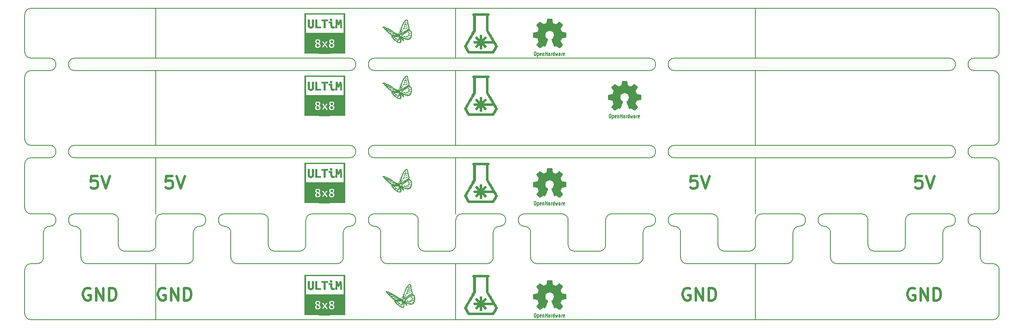
<source format=gto>
G04 #@! TF.FileFunction,Legend,Top*
%FSLAX46Y46*%
G04 Gerber Fmt 4.6, Leading zero omitted, Abs format (unit mm)*
G04 Created by KiCad (PCBNEW 4.0.1-3.201512221401+6198~38~ubuntu15.10.1-stable) date Sun Feb 21 18:20:38 2016*
%MOMM*%
G01*
G04 APERTURE LIST*
%ADD10C,0.101600*%
%ADD11C,0.150000*%
%ADD12C,0.200000*%
%ADD13C,0.508000*%
%ADD14C,0.002540*%
%ADD15C,0.010000*%
%ADD16C,0.127000*%
%ADD17C,6.496000*%
%ADD18C,0.900000*%
G04 APERTURE END LIST*
D10*
D11*
X0Y10160000D02*
X0Y1270000D01*
X1270000Y11430000D02*
X2540000Y11430000D01*
X1270000Y11430000D02*
G75*
G03X0Y10160000I0J-1270000D01*
G01*
X2540000Y11430000D02*
G75*
G03X3810000Y12700000I0J1270000D01*
G01*
D12*
X148590000Y33020000D02*
X148590000Y21590000D01*
D11*
X196850000Y11430000D02*
X195580000Y11430000D01*
X198120000Y10160000D02*
G75*
G03X196850000Y11430000I-1270000J0D01*
G01*
X198120000Y1270000D02*
X198120000Y10160000D01*
X194310000Y12700000D02*
G75*
G03X195580000Y11430000I1270000J0D01*
G01*
D12*
X26670000Y11430000D02*
X26670000Y0D01*
X26670000Y33020000D02*
X26670000Y21590000D01*
X26670000Y50800000D02*
X26670000Y35560000D01*
X26670000Y63500000D02*
X26670000Y53340000D01*
X87630000Y53340000D02*
X87630000Y63500000D01*
X87630000Y35560000D02*
X87630000Y50800000D01*
X87630000Y21590000D02*
X87630000Y33020000D01*
X87630000Y0D02*
X87630000Y11430000D01*
X148590000Y11430000D02*
X148590000Y0D01*
X148590000Y50800000D02*
X148590000Y35560000D01*
X148590000Y63500000D02*
X148590000Y53340000D01*
D11*
X5080000Y50800000D02*
G75*
G03X5080000Y53340000I0J1270000D01*
G01*
X10160000Y53340000D02*
G75*
G03X10160000Y50800000I0J-1270000D01*
G01*
X5080000Y50800000D02*
X1270000Y50800000D01*
X1270000Y53340000D02*
X5080000Y53340000D01*
X5080000Y21590000D02*
X1270000Y21590000D01*
X5080000Y19050000D02*
G75*
G03X5080000Y21590000I0J1270000D01*
G01*
X10160000Y21590000D02*
G75*
G03X10160000Y19050000I0J-1270000D01*
G01*
X10160000Y35560000D02*
G75*
G03X10160000Y33020000I0J-1270000D01*
G01*
X5080000Y33020000D02*
G75*
G03X5080000Y35560000I0J1270000D01*
G01*
X5080000Y33020000D02*
X1270000Y33020000D01*
X1270000Y35560000D02*
X5080000Y35560000D01*
X17780000Y21590000D02*
X10160000Y21590000D01*
X19050000Y20320000D02*
G75*
G03X17780000Y21590000I-1270000J0D01*
G01*
X11430000Y17780000D02*
G75*
G03X10160000Y19050000I-1270000J0D01*
G01*
X11430000Y12700000D02*
X11430000Y17780000D01*
X19050000Y15240000D02*
X19050000Y20320000D01*
X11430000Y12700000D02*
G75*
G03X12700000Y11430000I1270000J0D01*
G01*
X19050000Y15240000D02*
G75*
G03X20320000Y13970000I1270000J0D01*
G01*
X33020000Y11430000D02*
X12700000Y11430000D01*
X25400000Y13970000D02*
X20320000Y13970000D01*
D13*
X180944762Y6350000D02*
X180702857Y6470952D01*
X180340000Y6470952D01*
X179977143Y6350000D01*
X179735238Y6108095D01*
X179614286Y5866190D01*
X179493334Y5382381D01*
X179493334Y5019524D01*
X179614286Y4535714D01*
X179735238Y4293810D01*
X179977143Y4051905D01*
X180340000Y3930952D01*
X180581905Y3930952D01*
X180944762Y4051905D01*
X181065714Y4172857D01*
X181065714Y5019524D01*
X180581905Y5019524D01*
X182154286Y3930952D02*
X182154286Y6470952D01*
X183605714Y3930952D01*
X183605714Y6470952D01*
X184815238Y3930952D02*
X184815238Y6470952D01*
X185420000Y6470952D01*
X185782857Y6350000D01*
X186024762Y6108095D01*
X186145714Y5866190D01*
X186266666Y5382381D01*
X186266666Y5019524D01*
X186145714Y4535714D01*
X186024762Y4293810D01*
X185782857Y4051905D01*
X185420000Y3930952D01*
X184815238Y3930952D01*
X135224762Y6350000D02*
X134982857Y6470952D01*
X134620000Y6470952D01*
X134257143Y6350000D01*
X134015238Y6108095D01*
X133894286Y5866190D01*
X133773334Y5382381D01*
X133773334Y5019524D01*
X133894286Y4535714D01*
X134015238Y4293810D01*
X134257143Y4051905D01*
X134620000Y3930952D01*
X134861905Y3930952D01*
X135224762Y4051905D01*
X135345714Y4172857D01*
X135345714Y5019524D01*
X134861905Y5019524D01*
X136434286Y3930952D02*
X136434286Y6470952D01*
X137885714Y3930952D01*
X137885714Y6470952D01*
X139095238Y3930952D02*
X139095238Y6470952D01*
X139700000Y6470952D01*
X140062857Y6350000D01*
X140304762Y6108095D01*
X140425714Y5866190D01*
X140546666Y5382381D01*
X140546666Y5019524D01*
X140425714Y4535714D01*
X140304762Y4293810D01*
X140062857Y4051905D01*
X139700000Y3930952D01*
X139095238Y3930952D01*
X28544762Y6350000D02*
X28302857Y6470952D01*
X27940000Y6470952D01*
X27577143Y6350000D01*
X27335238Y6108095D01*
X27214286Y5866190D01*
X27093334Y5382381D01*
X27093334Y5019524D01*
X27214286Y4535714D01*
X27335238Y4293810D01*
X27577143Y4051905D01*
X27940000Y3930952D01*
X28181905Y3930952D01*
X28544762Y4051905D01*
X28665714Y4172857D01*
X28665714Y5019524D01*
X28181905Y5019524D01*
X29754286Y3930952D02*
X29754286Y6470952D01*
X31205714Y3930952D01*
X31205714Y6470952D01*
X32415238Y3930952D02*
X32415238Y6470952D01*
X33020000Y6470952D01*
X33382857Y6350000D01*
X33624762Y6108095D01*
X33745714Y5866190D01*
X33866666Y5382381D01*
X33866666Y5019524D01*
X33745714Y4535714D01*
X33624762Y4293810D01*
X33382857Y4051905D01*
X33020000Y3930952D01*
X32415238Y3930952D01*
X13304762Y6350000D02*
X13062857Y6470952D01*
X12700000Y6470952D01*
X12337143Y6350000D01*
X12095238Y6108095D01*
X11974286Y5866190D01*
X11853334Y5382381D01*
X11853334Y5019524D01*
X11974286Y4535714D01*
X12095238Y4293810D01*
X12337143Y4051905D01*
X12700000Y3930952D01*
X12941905Y3930952D01*
X13304762Y4051905D01*
X13425714Y4172857D01*
X13425714Y5019524D01*
X12941905Y5019524D01*
X14514286Y3930952D02*
X14514286Y6470952D01*
X15965714Y3930952D01*
X15965714Y6470952D01*
X17175238Y3930952D02*
X17175238Y6470952D01*
X17780000Y6470952D01*
X18142857Y6350000D01*
X18384762Y6108095D01*
X18505714Y5866190D01*
X18626666Y5382381D01*
X18626666Y5019524D01*
X18505714Y4535714D01*
X18384762Y4293810D01*
X18142857Y4051905D01*
X17780000Y3930952D01*
X17175238Y3930952D01*
X182396191Y29330952D02*
X181186667Y29330952D01*
X181065715Y28121429D01*
X181186667Y28242381D01*
X181428572Y28363333D01*
X182033334Y28363333D01*
X182275238Y28242381D01*
X182396191Y28121429D01*
X182517143Y27879524D01*
X182517143Y27274762D01*
X182396191Y27032857D01*
X182275238Y26911905D01*
X182033334Y26790952D01*
X181428572Y26790952D01*
X181186667Y26911905D01*
X181065715Y27032857D01*
X183242858Y29330952D02*
X184089524Y26790952D01*
X184936191Y29330952D01*
X136676191Y29330952D02*
X135466667Y29330952D01*
X135345715Y28121429D01*
X135466667Y28242381D01*
X135708572Y28363333D01*
X136313334Y28363333D01*
X136555238Y28242381D01*
X136676191Y28121429D01*
X136797143Y27879524D01*
X136797143Y27274762D01*
X136676191Y27032857D01*
X136555238Y26911905D01*
X136313334Y26790952D01*
X135708572Y26790952D01*
X135466667Y26911905D01*
X135345715Y27032857D01*
X137522858Y29330952D02*
X138369524Y26790952D01*
X139216191Y29330952D01*
X29996191Y29330952D02*
X28786667Y29330952D01*
X28665715Y28121429D01*
X28786667Y28242381D01*
X29028572Y28363333D01*
X29633334Y28363333D01*
X29875238Y28242381D01*
X29996191Y28121429D01*
X30117143Y27879524D01*
X30117143Y27274762D01*
X29996191Y27032857D01*
X29875238Y26911905D01*
X29633334Y26790952D01*
X29028572Y26790952D01*
X28786667Y26911905D01*
X28665715Y27032857D01*
X30842858Y29330952D02*
X31689524Y26790952D01*
X32536191Y29330952D01*
X14756191Y29330952D02*
X13546667Y29330952D01*
X13425715Y28121429D01*
X13546667Y28242381D01*
X13788572Y28363333D01*
X14393334Y28363333D01*
X14635238Y28242381D01*
X14756191Y28121429D01*
X14877143Y27879524D01*
X14877143Y27274762D01*
X14756191Y27032857D01*
X14635238Y26911905D01*
X14393334Y26790952D01*
X13788572Y26790952D01*
X13546667Y26911905D01*
X13425715Y27032857D01*
X15602858Y29330952D02*
X16449524Y26790952D01*
X17296191Y29330952D01*
D11*
X66040000Y33020000D02*
G75*
G03X66040000Y35560000I0J1270000D01*
G01*
X71120000Y35560000D02*
G75*
G03X71120000Y33020000I0J-1270000D01*
G01*
X127000000Y33020000D02*
G75*
G03X127000000Y35560000I0J1270000D01*
G01*
X132080000Y35560000D02*
G75*
G03X132080000Y33020000I0J-1270000D01*
G01*
X187960000Y33020000D02*
G75*
G03X187960000Y35560000I0J1270000D01*
G01*
X193040000Y35560000D02*
G75*
G03X193040000Y33020000I0J-1270000D01*
G01*
X193040000Y53340000D02*
G75*
G03X193040000Y50800000I0J-1270000D01*
G01*
X187960000Y50800000D02*
G75*
G03X187960000Y53340000I0J1270000D01*
G01*
X132080000Y53340000D02*
G75*
G03X132080000Y50800000I0J-1270000D01*
G01*
X127000000Y50800000D02*
G75*
G03X127000000Y53340000I0J1270000D01*
G01*
X71120000Y53340000D02*
G75*
G03X71120000Y50800000I0J-1270000D01*
G01*
X66040000Y50800000D02*
G75*
G03X66040000Y53340000I0J1270000D01*
G01*
X1270000Y63500000D02*
G75*
G03X0Y62230000I0J-1270000D01*
G01*
X0Y62230000D02*
X0Y54610000D01*
X196850000Y63500000D02*
X1270000Y63500000D01*
X198120000Y62230000D02*
X198120000Y54610000D01*
X198120000Y62230000D02*
G75*
G03X196850000Y63500000I-1270000J0D01*
G01*
X196850000Y53340000D02*
G75*
G03X198120000Y54610000I0J1270000D01*
G01*
X198120000Y49530000D02*
X198120000Y36830000D01*
X196850000Y35560000D02*
G75*
G03X198120000Y36830000I0J1270000D01*
G01*
X198120000Y49530000D02*
G75*
G03X196850000Y50800000I-1270000J0D01*
G01*
X0Y49530000D02*
X0Y36830000D01*
X0Y36830000D02*
G75*
G03X1270000Y35560000I1270000J0D01*
G01*
X0Y54610000D02*
G75*
G03X1270000Y53340000I1270000J0D01*
G01*
X1270000Y50800000D02*
G75*
G03X0Y49530000I0J-1270000D01*
G01*
X193040000Y33020000D02*
X196850000Y33020000D01*
X132080000Y33020000D02*
X187960000Y33020000D01*
X71120000Y33020000D02*
X127000000Y33020000D01*
X10160000Y33020000D02*
X66040000Y33020000D01*
X193040000Y53340000D02*
X196850000Y53340000D01*
X132080000Y53340000D02*
X187960000Y53340000D01*
X71120000Y53340000D02*
X127000000Y53340000D01*
X66040000Y53340000D02*
X10160000Y53340000D01*
X66040000Y35560000D02*
X10160000Y35560000D01*
X127000000Y35560000D02*
X71120000Y35560000D01*
X187960000Y35560000D02*
X132080000Y35560000D01*
X193040000Y35560000D02*
X196850000Y35560000D01*
X193040000Y50800000D02*
X196850000Y50800000D01*
X132080000Y50800000D02*
X187960000Y50800000D01*
X71120000Y50800000D02*
X127000000Y50800000D01*
X10160000Y50800000D02*
X66040000Y50800000D01*
X196850000Y21590000D02*
X193040000Y21590000D01*
X185420000Y11430000D02*
X165100000Y11430000D01*
X186690000Y17780000D02*
X186690000Y12700000D01*
X180340000Y21590000D02*
X187960000Y21590000D01*
X179070000Y15240000D02*
X179070000Y20320000D01*
X172720000Y13970000D02*
X177800000Y13970000D01*
X163830000Y17780000D02*
X163830000Y12700000D01*
X171450000Y20320000D02*
X171450000Y15240000D01*
X162560000Y21590000D02*
X170180000Y21590000D01*
X156210000Y17780000D02*
X156210000Y12700000D01*
X149860000Y21590000D02*
X157480000Y21590000D01*
X148590000Y15240000D02*
X148590000Y20320000D01*
X147320000Y13970000D02*
X142240000Y13970000D01*
X134620000Y11430000D02*
X154940000Y11430000D01*
X140970000Y15240000D02*
X140970000Y20320000D01*
X133350000Y17780000D02*
X133350000Y12700000D01*
X132080000Y21590000D02*
X139700000Y21590000D01*
X119380000Y21590000D02*
X127000000Y21590000D01*
X125730000Y17780000D02*
X125730000Y12700000D01*
X118110000Y15240000D02*
X118110000Y20320000D01*
X124460000Y11430000D02*
X104140000Y11430000D01*
X111760000Y13970000D02*
X116840000Y13970000D01*
X110490000Y15240000D02*
X110490000Y20320000D01*
X102870000Y17780000D02*
X102870000Y12700000D01*
X101600000Y21590000D02*
X109220000Y21590000D01*
X88900000Y21590000D02*
X96520000Y21590000D01*
X95250000Y17780000D02*
X95250000Y12700000D01*
X87630000Y15240000D02*
X87630000Y20320000D01*
X93980000Y11430000D02*
X73660000Y11430000D01*
X81280000Y13970000D02*
X86360000Y13970000D01*
X80010000Y20320000D02*
X80010000Y15240000D01*
X72390000Y17780000D02*
X72390000Y12700000D01*
X71120000Y21590000D02*
X78740000Y21590000D01*
X66040000Y21590000D02*
X58420000Y21590000D01*
X64770000Y17780000D02*
X64770000Y12700000D01*
X57150000Y20320000D02*
X57150000Y15240000D01*
X43180000Y11430000D02*
X63500000Y11430000D01*
X50800000Y13970000D02*
X55880000Y13970000D01*
X41910000Y17780000D02*
X41910000Y12700000D01*
X49530000Y20320000D02*
X49530000Y15240000D01*
X40640000Y21590000D02*
X48260000Y21590000D01*
X27940000Y21590000D02*
X35560000Y21590000D01*
X34290000Y17780000D02*
X34290000Y12700000D01*
X26670000Y20320000D02*
X26670000Y15240000D01*
X3810000Y17780000D02*
X3810000Y12700000D01*
X0Y31750000D02*
X0Y22860000D01*
X194310000Y12700000D02*
X194310000Y17780000D01*
X1270000Y0D02*
X196850000Y0D01*
X198120000Y22860000D02*
X198120000Y31750000D01*
X1270000Y33020000D02*
G75*
G03X0Y31750000I0J-1270000D01*
G01*
X0Y1270000D02*
G75*
G03X1270000Y0I1270000J0D01*
G01*
X5080000Y19050000D02*
G75*
G03X3810000Y17780000I0J-1270000D01*
G01*
X0Y22860000D02*
G75*
G03X1270000Y21590000I1270000J0D01*
G01*
X33020000Y11430000D02*
G75*
G03X34290000Y12700000I0J1270000D01*
G01*
X25400000Y13970000D02*
G75*
G03X26670000Y15240000I0J1270000D01*
G01*
X27940000Y21590000D02*
G75*
G03X26670000Y20320000I0J-1270000D01*
G01*
X35560000Y19050000D02*
G75*
G03X34290000Y17780000I0J-1270000D01*
G01*
X41910000Y12700000D02*
G75*
G03X43180000Y11430000I1270000J0D01*
G01*
X49530000Y15240000D02*
G75*
G03X50800000Y13970000I1270000J0D01*
G01*
X41910000Y17780000D02*
G75*
G03X40640000Y19050000I-1270000J0D01*
G01*
X49530000Y20320000D02*
G75*
G03X48260000Y21590000I-1270000J0D01*
G01*
X63500000Y11430000D02*
G75*
G03X64770000Y12700000I0J1270000D01*
G01*
X55880000Y13970000D02*
G75*
G03X57150000Y15240000I0J1270000D01*
G01*
X58420000Y21590000D02*
G75*
G03X57150000Y20320000I0J-1270000D01*
G01*
X66040000Y19050000D02*
G75*
G03X64770000Y17780000I0J-1270000D01*
G01*
X72390000Y12700000D02*
G75*
G03X73660000Y11430000I1270000J0D01*
G01*
X80010000Y15240000D02*
G75*
G03X81280000Y13970000I1270000J0D01*
G01*
X72390000Y17780000D02*
G75*
G03X71120000Y19050000I-1270000J0D01*
G01*
X80010000Y20320000D02*
G75*
G03X78740000Y21590000I-1270000J0D01*
G01*
X93980000Y11430000D02*
G75*
G03X95250000Y12700000I0J1270000D01*
G01*
X86360000Y13970000D02*
G75*
G03X87630000Y15240000I0J1270000D01*
G01*
X88900000Y21590000D02*
G75*
G03X87630000Y20320000I0J-1270000D01*
G01*
X96520000Y19050000D02*
G75*
G03X95250000Y17780000I0J-1270000D01*
G01*
X102870000Y12700000D02*
G75*
G03X104140000Y11430000I1270000J0D01*
G01*
X110490000Y15240000D02*
G75*
G03X111760000Y13970000I1270000J0D01*
G01*
X102870000Y17780000D02*
G75*
G03X101600000Y19050000I-1270000J0D01*
G01*
X110490000Y20320000D02*
G75*
G03X109220000Y21590000I-1270000J0D01*
G01*
X124460000Y11430000D02*
G75*
G03X125730000Y12700000I0J1270000D01*
G01*
X116840000Y13970000D02*
G75*
G03X118110000Y15240000I0J1270000D01*
G01*
X119380000Y21590000D02*
G75*
G03X118110000Y20320000I0J-1270000D01*
G01*
X127000000Y19050000D02*
G75*
G03X125730000Y17780000I0J-1270000D01*
G01*
X140970000Y20320000D02*
G75*
G03X139700000Y21590000I-1270000J0D01*
G01*
X133350000Y17780000D02*
G75*
G03X132080000Y19050000I-1270000J0D01*
G01*
X133350000Y12700000D02*
G75*
G03X134620000Y11430000I1270000J0D01*
G01*
X140970000Y15240000D02*
G75*
G03X142240000Y13970000I1270000J0D01*
G01*
X154940000Y11430000D02*
G75*
G03X156210000Y12700000I0J1270000D01*
G01*
X147320000Y13970000D02*
G75*
G03X148590000Y15240000I0J1270000D01*
G01*
X149860000Y21590000D02*
G75*
G03X148590000Y20320000I0J-1270000D01*
G01*
X157480000Y19050000D02*
G75*
G03X156210000Y17780000I0J-1270000D01*
G01*
X171450000Y20320000D02*
G75*
G03X170180000Y21590000I-1270000J0D01*
G01*
X163830000Y17780000D02*
G75*
G03X162560000Y19050000I-1270000J0D01*
G01*
X163830000Y12700000D02*
G75*
G03X165100000Y11430000I1270000J0D01*
G01*
X171450000Y15240000D02*
G75*
G03X172720000Y13970000I1270000J0D01*
G01*
X177800000Y13970000D02*
G75*
G03X179070000Y15240000I0J1270000D01*
G01*
X185420000Y11430000D02*
G75*
G03X186690000Y12700000I0J1270000D01*
G01*
X198120000Y31750000D02*
G75*
G03X196850000Y33020000I-1270000J0D01*
G01*
X196850000Y0D02*
G75*
G03X198120000Y1270000I0J1270000D01*
G01*
X194310000Y17780000D02*
G75*
G03X193040000Y19050000I-1270000J0D01*
G01*
X196850000Y21590000D02*
G75*
G03X198120000Y22860000I0J1270000D01*
G01*
X180340000Y21590000D02*
G75*
G03X179070000Y20320000I0J-1270000D01*
G01*
X187960000Y19050000D02*
G75*
G03X186690000Y17780000I0J-1270000D01*
G01*
X35560000Y19050000D02*
G75*
G03X35560000Y21590000I0J1270000D01*
G01*
X40640000Y21590000D02*
G75*
G03X40640000Y19050000I0J-1270000D01*
G01*
X66040000Y19050000D02*
G75*
G03X66040000Y21590000I0J1270000D01*
G01*
X71120000Y21590000D02*
G75*
G03X71120000Y19050000I0J-1270000D01*
G01*
X96520000Y19050000D02*
G75*
G03X96520000Y21590000I0J1270000D01*
G01*
X101600000Y21590000D02*
G75*
G03X101600000Y19050000I0J-1270000D01*
G01*
X127000000Y19050000D02*
G75*
G03X127000000Y21590000I0J1270000D01*
G01*
X132080000Y21590000D02*
G75*
G03X132080000Y19050000I0J-1270000D01*
G01*
X157480000Y19050000D02*
G75*
G03X157480000Y21590000I0J1270000D01*
G01*
X162560000Y21590000D02*
G75*
G03X162560000Y19050000I0J-1270000D01*
G01*
X193040000Y21590000D02*
G75*
G03X193040000Y19050000I0J-1270000D01*
G01*
X187960000Y19050000D02*
G75*
G03X187960000Y21590000I0J1270000D01*
G01*
D14*
G36*
X104655620Y55420260D02*
X104691180Y55440580D01*
X104769920Y55488840D01*
X104881680Y55562500D01*
X105013760Y55648860D01*
X105145840Y55740300D01*
X105255060Y55811420D01*
X105331260Y55862220D01*
X105361740Y55880000D01*
X105379520Y55872380D01*
X105443020Y55841900D01*
X105531920Y55796180D01*
X105585260Y55768240D01*
X105669080Y55732680D01*
X105712260Y55725060D01*
X105717340Y55735220D01*
X105747820Y55798720D01*
X105796080Y55907940D01*
X105859580Y56052720D01*
X105933240Y56222900D01*
X106009440Y56405780D01*
X106088180Y56591200D01*
X106161840Y56769000D01*
X106225340Y56929020D01*
X106278680Y57061100D01*
X106314240Y57150000D01*
X106326940Y57188100D01*
X106321860Y57198260D01*
X106281220Y57238900D01*
X106207560Y57292240D01*
X106050080Y57421780D01*
X105892600Y57614820D01*
X105798620Y57835800D01*
X105765600Y58082180D01*
X105793540Y58310780D01*
X105882440Y58529220D01*
X106034840Y58724800D01*
X106220260Y58872120D01*
X106436160Y58963560D01*
X106680000Y58994040D01*
X106911140Y58968640D01*
X107134660Y58879740D01*
X107332780Y58729880D01*
X107416600Y58633360D01*
X107530900Y58435240D01*
X107594400Y58221880D01*
X107602020Y58166000D01*
X107591860Y57932320D01*
X107523280Y57708800D01*
X107398820Y57508140D01*
X107228640Y57343040D01*
X107205780Y57327800D01*
X107127040Y57266840D01*
X107073700Y57226200D01*
X107030520Y57193180D01*
X107330240Y56474360D01*
X107378500Y56360060D01*
X107459780Y56161940D01*
X107530900Y55994300D01*
X107589320Y55859680D01*
X107629960Y55768240D01*
X107647740Y55732680D01*
X107647740Y55730140D01*
X107675680Y55725060D01*
X107729020Y55745380D01*
X107830620Y55793640D01*
X107896660Y55829200D01*
X107972860Y55864760D01*
X108008420Y55880000D01*
X108036360Y55862220D01*
X108110020Y55816500D01*
X108216700Y55745380D01*
X108346240Y55656480D01*
X108468160Y55572660D01*
X108579920Y55499000D01*
X108661200Y55445660D01*
X108701840Y55425340D01*
X108706920Y55425340D01*
X108742480Y55445660D01*
X108808520Y55499000D01*
X108905040Y55590440D01*
X109044740Y55727600D01*
X109065060Y55750460D01*
X109179360Y55864760D01*
X109270800Y55961280D01*
X109334300Y56032400D01*
X109357160Y56062880D01*
X109357160Y56062880D01*
X109336840Y56100980D01*
X109283500Y56184800D01*
X109209840Y56299100D01*
X109118400Y56431180D01*
X108879640Y56776620D01*
X109011720Y57104280D01*
X109052360Y57203340D01*
X109103160Y57325260D01*
X109141260Y57411620D01*
X109159040Y57449720D01*
X109194600Y57462420D01*
X109283500Y57482740D01*
X109413040Y57510680D01*
X109567980Y57538620D01*
X109715300Y57566560D01*
X109847380Y57591960D01*
X109943900Y57609740D01*
X109987080Y57617360D01*
X109997240Y57624980D01*
X110007400Y57645300D01*
X110012480Y57691020D01*
X110015020Y57772300D01*
X110017560Y57899300D01*
X110017560Y58082180D01*
X110017560Y58102500D01*
X110015020Y58277760D01*
X110012480Y58417460D01*
X110007400Y58508900D01*
X110002320Y58544460D01*
X110002320Y58544460D01*
X109959140Y58554620D01*
X109865160Y58574940D01*
X109733080Y58600340D01*
X109575600Y58630820D01*
X109565440Y58633360D01*
X109407960Y58663840D01*
X109273340Y58691780D01*
X109181900Y58712100D01*
X109143800Y58724800D01*
X109133640Y58734960D01*
X109103160Y58798460D01*
X109057440Y58894980D01*
X109004100Y59014360D01*
X108953300Y59138820D01*
X108910120Y59250580D01*
X108879640Y59334400D01*
X108869480Y59372500D01*
X108869480Y59372500D01*
X108894880Y59410600D01*
X108948220Y59491880D01*
X109024420Y59606180D01*
X109118400Y59740800D01*
X109123480Y59750960D01*
X109214920Y59883040D01*
X109288580Y59997340D01*
X109336840Y60078620D01*
X109357160Y60114180D01*
X109354620Y60116720D01*
X109326680Y60154820D01*
X109258100Y60231020D01*
X109161580Y60332620D01*
X109044740Y60452000D01*
X109006640Y60487560D01*
X108877100Y60614560D01*
X108785660Y60698380D01*
X108729780Y60741560D01*
X108704380Y60751720D01*
X108701840Y60751720D01*
X108661200Y60726320D01*
X108577380Y60670440D01*
X108463080Y60594240D01*
X108328460Y60502800D01*
X108318300Y60495180D01*
X108186220Y60403740D01*
X108074460Y60330080D01*
X107995720Y60276740D01*
X107960160Y60256420D01*
X107955080Y60256420D01*
X107899200Y60271660D01*
X107805220Y60304680D01*
X107688380Y60350400D01*
X107563920Y60401200D01*
X107452160Y60446920D01*
X107368340Y60485020D01*
X107330240Y60507880D01*
X107327700Y60510420D01*
X107315000Y60558680D01*
X107292140Y60657740D01*
X107261660Y60794900D01*
X107231180Y60960000D01*
X107226100Y60985400D01*
X107195620Y61145420D01*
X107170220Y61274960D01*
X107152440Y61366400D01*
X107142280Y61404500D01*
X107119420Y61409580D01*
X107043220Y61414660D01*
X106923840Y61417200D01*
X106781600Y61419740D01*
X106629200Y61419740D01*
X106481880Y61414660D01*
X106357420Y61412120D01*
X106265980Y61404500D01*
X106227880Y61396880D01*
X106227880Y61394340D01*
X106212640Y61346080D01*
X106192320Y61247020D01*
X106164380Y61107320D01*
X106131360Y60944760D01*
X106126280Y60914280D01*
X106095800Y60756800D01*
X106070400Y60627260D01*
X106050080Y60535820D01*
X106039920Y60500260D01*
X106027220Y60492640D01*
X105961180Y60464700D01*
X105854500Y60421520D01*
X105722420Y60368180D01*
X105417620Y60243720D01*
X105041700Y60500260D01*
X105008680Y60523120D01*
X104874060Y60617100D01*
X104762300Y60690760D01*
X104686100Y60739020D01*
X104653080Y60756800D01*
X104650540Y60756800D01*
X104612440Y60723780D01*
X104538780Y60655200D01*
X104437180Y60556140D01*
X104320340Y60436760D01*
X104231440Y60350400D01*
X104129840Y60246260D01*
X104063800Y60175140D01*
X104028240Y60129420D01*
X104015540Y60101480D01*
X104018080Y60083700D01*
X104043480Y60045600D01*
X104096820Y59961780D01*
X104175560Y59850020D01*
X104267000Y59715400D01*
X104340660Y59606180D01*
X104421940Y59479180D01*
X104475280Y59390280D01*
X104493060Y59347100D01*
X104487980Y59326780D01*
X104462580Y59255660D01*
X104419400Y59143900D01*
X104360980Y59011820D01*
X104231440Y58714640D01*
X104038400Y58676540D01*
X103919020Y58656220D01*
X103753920Y58623200D01*
X103596440Y58592720D01*
X103350060Y58544460D01*
X103342440Y57640220D01*
X103380540Y57624980D01*
X103416100Y57614820D01*
X103507540Y57594500D01*
X103637080Y57569100D01*
X103792020Y57541160D01*
X103921560Y57515760D01*
X104053640Y57490360D01*
X104150160Y57472580D01*
X104190800Y57462420D01*
X104200960Y57449720D01*
X104233980Y57386220D01*
X104282240Y57284620D01*
X104333040Y57162700D01*
X104386380Y57035700D01*
X104432100Y56918860D01*
X104465120Y56829960D01*
X104477820Y56781700D01*
X104460040Y56748680D01*
X104409240Y56669940D01*
X104338120Y56560720D01*
X104246680Y56428640D01*
X104157780Y56299100D01*
X104081580Y56184800D01*
X104030780Y56106060D01*
X104007920Y56067960D01*
X104018080Y56042560D01*
X104071420Y55979060D01*
X104170480Y55877460D01*
X104317800Y55732680D01*
X104340660Y55709820D01*
X104457500Y55595520D01*
X104556560Y55504080D01*
X104625140Y55443120D01*
X104655620Y55420260D01*
X104655620Y55420260D01*
G37*
X104655620Y55420260D02*
X104691180Y55440580D01*
X104769920Y55488840D01*
X104881680Y55562500D01*
X105013760Y55648860D01*
X105145840Y55740300D01*
X105255060Y55811420D01*
X105331260Y55862220D01*
X105361740Y55880000D01*
X105379520Y55872380D01*
X105443020Y55841900D01*
X105531920Y55796180D01*
X105585260Y55768240D01*
X105669080Y55732680D01*
X105712260Y55725060D01*
X105717340Y55735220D01*
X105747820Y55798720D01*
X105796080Y55907940D01*
X105859580Y56052720D01*
X105933240Y56222900D01*
X106009440Y56405780D01*
X106088180Y56591200D01*
X106161840Y56769000D01*
X106225340Y56929020D01*
X106278680Y57061100D01*
X106314240Y57150000D01*
X106326940Y57188100D01*
X106321860Y57198260D01*
X106281220Y57238900D01*
X106207560Y57292240D01*
X106050080Y57421780D01*
X105892600Y57614820D01*
X105798620Y57835800D01*
X105765600Y58082180D01*
X105793540Y58310780D01*
X105882440Y58529220D01*
X106034840Y58724800D01*
X106220260Y58872120D01*
X106436160Y58963560D01*
X106680000Y58994040D01*
X106911140Y58968640D01*
X107134660Y58879740D01*
X107332780Y58729880D01*
X107416600Y58633360D01*
X107530900Y58435240D01*
X107594400Y58221880D01*
X107602020Y58166000D01*
X107591860Y57932320D01*
X107523280Y57708800D01*
X107398820Y57508140D01*
X107228640Y57343040D01*
X107205780Y57327800D01*
X107127040Y57266840D01*
X107073700Y57226200D01*
X107030520Y57193180D01*
X107330240Y56474360D01*
X107378500Y56360060D01*
X107459780Y56161940D01*
X107530900Y55994300D01*
X107589320Y55859680D01*
X107629960Y55768240D01*
X107647740Y55732680D01*
X107647740Y55730140D01*
X107675680Y55725060D01*
X107729020Y55745380D01*
X107830620Y55793640D01*
X107896660Y55829200D01*
X107972860Y55864760D01*
X108008420Y55880000D01*
X108036360Y55862220D01*
X108110020Y55816500D01*
X108216700Y55745380D01*
X108346240Y55656480D01*
X108468160Y55572660D01*
X108579920Y55499000D01*
X108661200Y55445660D01*
X108701840Y55425340D01*
X108706920Y55425340D01*
X108742480Y55445660D01*
X108808520Y55499000D01*
X108905040Y55590440D01*
X109044740Y55727600D01*
X109065060Y55750460D01*
X109179360Y55864760D01*
X109270800Y55961280D01*
X109334300Y56032400D01*
X109357160Y56062880D01*
X109357160Y56062880D01*
X109336840Y56100980D01*
X109283500Y56184800D01*
X109209840Y56299100D01*
X109118400Y56431180D01*
X108879640Y56776620D01*
X109011720Y57104280D01*
X109052360Y57203340D01*
X109103160Y57325260D01*
X109141260Y57411620D01*
X109159040Y57449720D01*
X109194600Y57462420D01*
X109283500Y57482740D01*
X109413040Y57510680D01*
X109567980Y57538620D01*
X109715300Y57566560D01*
X109847380Y57591960D01*
X109943900Y57609740D01*
X109987080Y57617360D01*
X109997240Y57624980D01*
X110007400Y57645300D01*
X110012480Y57691020D01*
X110015020Y57772300D01*
X110017560Y57899300D01*
X110017560Y58082180D01*
X110017560Y58102500D01*
X110015020Y58277760D01*
X110012480Y58417460D01*
X110007400Y58508900D01*
X110002320Y58544460D01*
X110002320Y58544460D01*
X109959140Y58554620D01*
X109865160Y58574940D01*
X109733080Y58600340D01*
X109575600Y58630820D01*
X109565440Y58633360D01*
X109407960Y58663840D01*
X109273340Y58691780D01*
X109181900Y58712100D01*
X109143800Y58724800D01*
X109133640Y58734960D01*
X109103160Y58798460D01*
X109057440Y58894980D01*
X109004100Y59014360D01*
X108953300Y59138820D01*
X108910120Y59250580D01*
X108879640Y59334400D01*
X108869480Y59372500D01*
X108869480Y59372500D01*
X108894880Y59410600D01*
X108948220Y59491880D01*
X109024420Y59606180D01*
X109118400Y59740800D01*
X109123480Y59750960D01*
X109214920Y59883040D01*
X109288580Y59997340D01*
X109336840Y60078620D01*
X109357160Y60114180D01*
X109354620Y60116720D01*
X109326680Y60154820D01*
X109258100Y60231020D01*
X109161580Y60332620D01*
X109044740Y60452000D01*
X109006640Y60487560D01*
X108877100Y60614560D01*
X108785660Y60698380D01*
X108729780Y60741560D01*
X108704380Y60751720D01*
X108701840Y60751720D01*
X108661200Y60726320D01*
X108577380Y60670440D01*
X108463080Y60594240D01*
X108328460Y60502800D01*
X108318300Y60495180D01*
X108186220Y60403740D01*
X108074460Y60330080D01*
X107995720Y60276740D01*
X107960160Y60256420D01*
X107955080Y60256420D01*
X107899200Y60271660D01*
X107805220Y60304680D01*
X107688380Y60350400D01*
X107563920Y60401200D01*
X107452160Y60446920D01*
X107368340Y60485020D01*
X107330240Y60507880D01*
X107327700Y60510420D01*
X107315000Y60558680D01*
X107292140Y60657740D01*
X107261660Y60794900D01*
X107231180Y60960000D01*
X107226100Y60985400D01*
X107195620Y61145420D01*
X107170220Y61274960D01*
X107152440Y61366400D01*
X107142280Y61404500D01*
X107119420Y61409580D01*
X107043220Y61414660D01*
X106923840Y61417200D01*
X106781600Y61419740D01*
X106629200Y61419740D01*
X106481880Y61414660D01*
X106357420Y61412120D01*
X106265980Y61404500D01*
X106227880Y61396880D01*
X106227880Y61394340D01*
X106212640Y61346080D01*
X106192320Y61247020D01*
X106164380Y61107320D01*
X106131360Y60944760D01*
X106126280Y60914280D01*
X106095800Y60756800D01*
X106070400Y60627260D01*
X106050080Y60535820D01*
X106039920Y60500260D01*
X106027220Y60492640D01*
X105961180Y60464700D01*
X105854500Y60421520D01*
X105722420Y60368180D01*
X105417620Y60243720D01*
X105041700Y60500260D01*
X105008680Y60523120D01*
X104874060Y60617100D01*
X104762300Y60690760D01*
X104686100Y60739020D01*
X104653080Y60756800D01*
X104650540Y60756800D01*
X104612440Y60723780D01*
X104538780Y60655200D01*
X104437180Y60556140D01*
X104320340Y60436760D01*
X104231440Y60350400D01*
X104129840Y60246260D01*
X104063800Y60175140D01*
X104028240Y60129420D01*
X104015540Y60101480D01*
X104018080Y60083700D01*
X104043480Y60045600D01*
X104096820Y59961780D01*
X104175560Y59850020D01*
X104267000Y59715400D01*
X104340660Y59606180D01*
X104421940Y59479180D01*
X104475280Y59390280D01*
X104493060Y59347100D01*
X104487980Y59326780D01*
X104462580Y59255660D01*
X104419400Y59143900D01*
X104360980Y59011820D01*
X104231440Y58714640D01*
X104038400Y58676540D01*
X103919020Y58656220D01*
X103753920Y58623200D01*
X103596440Y58592720D01*
X103350060Y58544460D01*
X103342440Y57640220D01*
X103380540Y57624980D01*
X103416100Y57614820D01*
X103507540Y57594500D01*
X103637080Y57569100D01*
X103792020Y57541160D01*
X103921560Y57515760D01*
X104053640Y57490360D01*
X104150160Y57472580D01*
X104190800Y57462420D01*
X104200960Y57449720D01*
X104233980Y57386220D01*
X104282240Y57284620D01*
X104333040Y57162700D01*
X104386380Y57035700D01*
X104432100Y56918860D01*
X104465120Y56829960D01*
X104477820Y56781700D01*
X104460040Y56748680D01*
X104409240Y56669940D01*
X104338120Y56560720D01*
X104246680Y56428640D01*
X104157780Y56299100D01*
X104081580Y56184800D01*
X104030780Y56106060D01*
X104007920Y56067960D01*
X104018080Y56042560D01*
X104071420Y55979060D01*
X104170480Y55877460D01*
X104317800Y55732680D01*
X104340660Y55709820D01*
X104457500Y55595520D01*
X104556560Y55504080D01*
X104625140Y55443120D01*
X104655620Y55420260D01*
G36*
X119895620Y42720260D02*
X119931180Y42740580D01*
X120009920Y42788840D01*
X120121680Y42862500D01*
X120253760Y42948860D01*
X120385840Y43040300D01*
X120495060Y43111420D01*
X120571260Y43162220D01*
X120601740Y43180000D01*
X120619520Y43172380D01*
X120683020Y43141900D01*
X120771920Y43096180D01*
X120825260Y43068240D01*
X120909080Y43032680D01*
X120952260Y43025060D01*
X120957340Y43035220D01*
X120987820Y43098720D01*
X121036080Y43207940D01*
X121099580Y43352720D01*
X121173240Y43522900D01*
X121249440Y43705780D01*
X121328180Y43891200D01*
X121401840Y44069000D01*
X121465340Y44229020D01*
X121518680Y44361100D01*
X121554240Y44450000D01*
X121566940Y44488100D01*
X121561860Y44498260D01*
X121521220Y44538900D01*
X121447560Y44592240D01*
X121290080Y44721780D01*
X121132600Y44914820D01*
X121038620Y45135800D01*
X121005600Y45382180D01*
X121033540Y45610780D01*
X121122440Y45829220D01*
X121274840Y46024800D01*
X121460260Y46172120D01*
X121676160Y46263560D01*
X121920000Y46294040D01*
X122151140Y46268640D01*
X122374660Y46179740D01*
X122572780Y46029880D01*
X122656600Y45933360D01*
X122770900Y45735240D01*
X122834400Y45521880D01*
X122842020Y45466000D01*
X122831860Y45232320D01*
X122763280Y45008800D01*
X122638820Y44808140D01*
X122468640Y44643040D01*
X122445780Y44627800D01*
X122367040Y44566840D01*
X122313700Y44526200D01*
X122270520Y44493180D01*
X122570240Y43774360D01*
X122618500Y43660060D01*
X122699780Y43461940D01*
X122770900Y43294300D01*
X122829320Y43159680D01*
X122869960Y43068240D01*
X122887740Y43032680D01*
X122887740Y43030140D01*
X122915680Y43025060D01*
X122969020Y43045380D01*
X123070620Y43093640D01*
X123136660Y43129200D01*
X123212860Y43164760D01*
X123248420Y43180000D01*
X123276360Y43162220D01*
X123350020Y43116500D01*
X123456700Y43045380D01*
X123586240Y42956480D01*
X123708160Y42872660D01*
X123819920Y42799000D01*
X123901200Y42745660D01*
X123941840Y42725340D01*
X123946920Y42725340D01*
X123982480Y42745660D01*
X124048520Y42799000D01*
X124145040Y42890440D01*
X124284740Y43027600D01*
X124305060Y43050460D01*
X124419360Y43164760D01*
X124510800Y43261280D01*
X124574300Y43332400D01*
X124597160Y43362880D01*
X124597160Y43362880D01*
X124576840Y43400980D01*
X124523500Y43484800D01*
X124449840Y43599100D01*
X124358400Y43731180D01*
X124119640Y44076620D01*
X124251720Y44404280D01*
X124292360Y44503340D01*
X124343160Y44625260D01*
X124381260Y44711620D01*
X124399040Y44749720D01*
X124434600Y44762420D01*
X124523500Y44782740D01*
X124653040Y44810680D01*
X124807980Y44838620D01*
X124955300Y44866560D01*
X125087380Y44891960D01*
X125183900Y44909740D01*
X125227080Y44917360D01*
X125237240Y44924980D01*
X125247400Y44945300D01*
X125252480Y44991020D01*
X125255020Y45072300D01*
X125257560Y45199300D01*
X125257560Y45382180D01*
X125257560Y45402500D01*
X125255020Y45577760D01*
X125252480Y45717460D01*
X125247400Y45808900D01*
X125242320Y45844460D01*
X125242320Y45844460D01*
X125199140Y45854620D01*
X125105160Y45874940D01*
X124973080Y45900340D01*
X124815600Y45930820D01*
X124805440Y45933360D01*
X124647960Y45963840D01*
X124513340Y45991780D01*
X124421900Y46012100D01*
X124383800Y46024800D01*
X124373640Y46034960D01*
X124343160Y46098460D01*
X124297440Y46194980D01*
X124244100Y46314360D01*
X124193300Y46438820D01*
X124150120Y46550580D01*
X124119640Y46634400D01*
X124109480Y46672500D01*
X124109480Y46672500D01*
X124134880Y46710600D01*
X124188220Y46791880D01*
X124264420Y46906180D01*
X124358400Y47040800D01*
X124363480Y47050960D01*
X124454920Y47183040D01*
X124528580Y47297340D01*
X124576840Y47378620D01*
X124597160Y47414180D01*
X124594620Y47416720D01*
X124566680Y47454820D01*
X124498100Y47531020D01*
X124401580Y47632620D01*
X124284740Y47752000D01*
X124246640Y47787560D01*
X124117100Y47914560D01*
X124025660Y47998380D01*
X123969780Y48041560D01*
X123944380Y48051720D01*
X123941840Y48051720D01*
X123901200Y48026320D01*
X123817380Y47970440D01*
X123703080Y47894240D01*
X123568460Y47802800D01*
X123558300Y47795180D01*
X123426220Y47703740D01*
X123314460Y47630080D01*
X123235720Y47576740D01*
X123200160Y47556420D01*
X123195080Y47556420D01*
X123139200Y47571660D01*
X123045220Y47604680D01*
X122928380Y47650400D01*
X122803920Y47701200D01*
X122692160Y47746920D01*
X122608340Y47785020D01*
X122570240Y47807880D01*
X122567700Y47810420D01*
X122555000Y47858680D01*
X122532140Y47957740D01*
X122501660Y48094900D01*
X122471180Y48260000D01*
X122466100Y48285400D01*
X122435620Y48445420D01*
X122410220Y48574960D01*
X122392440Y48666400D01*
X122382280Y48704500D01*
X122359420Y48709580D01*
X122283220Y48714660D01*
X122163840Y48717200D01*
X122021600Y48719740D01*
X121869200Y48719740D01*
X121721880Y48714660D01*
X121597420Y48712120D01*
X121505980Y48704500D01*
X121467880Y48696880D01*
X121467880Y48694340D01*
X121452640Y48646080D01*
X121432320Y48547020D01*
X121404380Y48407320D01*
X121371360Y48244760D01*
X121366280Y48214280D01*
X121335800Y48056800D01*
X121310400Y47927260D01*
X121290080Y47835820D01*
X121279920Y47800260D01*
X121267220Y47792640D01*
X121201180Y47764700D01*
X121094500Y47721520D01*
X120962420Y47668180D01*
X120657620Y47543720D01*
X120281700Y47800260D01*
X120248680Y47823120D01*
X120114060Y47917100D01*
X120002300Y47990760D01*
X119926100Y48039020D01*
X119893080Y48056800D01*
X119890540Y48056800D01*
X119852440Y48023780D01*
X119778780Y47955200D01*
X119677180Y47856140D01*
X119560340Y47736760D01*
X119471440Y47650400D01*
X119369840Y47546260D01*
X119303800Y47475140D01*
X119268240Y47429420D01*
X119255540Y47401480D01*
X119258080Y47383700D01*
X119283480Y47345600D01*
X119336820Y47261780D01*
X119415560Y47150020D01*
X119507000Y47015400D01*
X119580660Y46906180D01*
X119661940Y46779180D01*
X119715280Y46690280D01*
X119733060Y46647100D01*
X119727980Y46626780D01*
X119702580Y46555660D01*
X119659400Y46443900D01*
X119600980Y46311820D01*
X119471440Y46014640D01*
X119278400Y45976540D01*
X119159020Y45956220D01*
X118993920Y45923200D01*
X118836440Y45892720D01*
X118590060Y45844460D01*
X118582440Y44940220D01*
X118620540Y44924980D01*
X118656100Y44914820D01*
X118747540Y44894500D01*
X118877080Y44869100D01*
X119032020Y44841160D01*
X119161560Y44815760D01*
X119293640Y44790360D01*
X119390160Y44772580D01*
X119430800Y44762420D01*
X119440960Y44749720D01*
X119473980Y44686220D01*
X119522240Y44584620D01*
X119573040Y44462700D01*
X119626380Y44335700D01*
X119672100Y44218860D01*
X119705120Y44129960D01*
X119717820Y44081700D01*
X119700040Y44048680D01*
X119649240Y43969940D01*
X119578120Y43860720D01*
X119486680Y43728640D01*
X119397780Y43599100D01*
X119321580Y43484800D01*
X119270780Y43406060D01*
X119247920Y43367960D01*
X119258080Y43342560D01*
X119311420Y43279060D01*
X119410480Y43177460D01*
X119557800Y43032680D01*
X119580660Y43009820D01*
X119697500Y42895520D01*
X119796560Y42804080D01*
X119865140Y42743120D01*
X119895620Y42720260D01*
X119895620Y42720260D01*
G37*
X119895620Y42720260D02*
X119931180Y42740580D01*
X120009920Y42788840D01*
X120121680Y42862500D01*
X120253760Y42948860D01*
X120385840Y43040300D01*
X120495060Y43111420D01*
X120571260Y43162220D01*
X120601740Y43180000D01*
X120619520Y43172380D01*
X120683020Y43141900D01*
X120771920Y43096180D01*
X120825260Y43068240D01*
X120909080Y43032680D01*
X120952260Y43025060D01*
X120957340Y43035220D01*
X120987820Y43098720D01*
X121036080Y43207940D01*
X121099580Y43352720D01*
X121173240Y43522900D01*
X121249440Y43705780D01*
X121328180Y43891200D01*
X121401840Y44069000D01*
X121465340Y44229020D01*
X121518680Y44361100D01*
X121554240Y44450000D01*
X121566940Y44488100D01*
X121561860Y44498260D01*
X121521220Y44538900D01*
X121447560Y44592240D01*
X121290080Y44721780D01*
X121132600Y44914820D01*
X121038620Y45135800D01*
X121005600Y45382180D01*
X121033540Y45610780D01*
X121122440Y45829220D01*
X121274840Y46024800D01*
X121460260Y46172120D01*
X121676160Y46263560D01*
X121920000Y46294040D01*
X122151140Y46268640D01*
X122374660Y46179740D01*
X122572780Y46029880D01*
X122656600Y45933360D01*
X122770900Y45735240D01*
X122834400Y45521880D01*
X122842020Y45466000D01*
X122831860Y45232320D01*
X122763280Y45008800D01*
X122638820Y44808140D01*
X122468640Y44643040D01*
X122445780Y44627800D01*
X122367040Y44566840D01*
X122313700Y44526200D01*
X122270520Y44493180D01*
X122570240Y43774360D01*
X122618500Y43660060D01*
X122699780Y43461940D01*
X122770900Y43294300D01*
X122829320Y43159680D01*
X122869960Y43068240D01*
X122887740Y43032680D01*
X122887740Y43030140D01*
X122915680Y43025060D01*
X122969020Y43045380D01*
X123070620Y43093640D01*
X123136660Y43129200D01*
X123212860Y43164760D01*
X123248420Y43180000D01*
X123276360Y43162220D01*
X123350020Y43116500D01*
X123456700Y43045380D01*
X123586240Y42956480D01*
X123708160Y42872660D01*
X123819920Y42799000D01*
X123901200Y42745660D01*
X123941840Y42725340D01*
X123946920Y42725340D01*
X123982480Y42745660D01*
X124048520Y42799000D01*
X124145040Y42890440D01*
X124284740Y43027600D01*
X124305060Y43050460D01*
X124419360Y43164760D01*
X124510800Y43261280D01*
X124574300Y43332400D01*
X124597160Y43362880D01*
X124597160Y43362880D01*
X124576840Y43400980D01*
X124523500Y43484800D01*
X124449840Y43599100D01*
X124358400Y43731180D01*
X124119640Y44076620D01*
X124251720Y44404280D01*
X124292360Y44503340D01*
X124343160Y44625260D01*
X124381260Y44711620D01*
X124399040Y44749720D01*
X124434600Y44762420D01*
X124523500Y44782740D01*
X124653040Y44810680D01*
X124807980Y44838620D01*
X124955300Y44866560D01*
X125087380Y44891960D01*
X125183900Y44909740D01*
X125227080Y44917360D01*
X125237240Y44924980D01*
X125247400Y44945300D01*
X125252480Y44991020D01*
X125255020Y45072300D01*
X125257560Y45199300D01*
X125257560Y45382180D01*
X125257560Y45402500D01*
X125255020Y45577760D01*
X125252480Y45717460D01*
X125247400Y45808900D01*
X125242320Y45844460D01*
X125242320Y45844460D01*
X125199140Y45854620D01*
X125105160Y45874940D01*
X124973080Y45900340D01*
X124815600Y45930820D01*
X124805440Y45933360D01*
X124647960Y45963840D01*
X124513340Y45991780D01*
X124421900Y46012100D01*
X124383800Y46024800D01*
X124373640Y46034960D01*
X124343160Y46098460D01*
X124297440Y46194980D01*
X124244100Y46314360D01*
X124193300Y46438820D01*
X124150120Y46550580D01*
X124119640Y46634400D01*
X124109480Y46672500D01*
X124109480Y46672500D01*
X124134880Y46710600D01*
X124188220Y46791880D01*
X124264420Y46906180D01*
X124358400Y47040800D01*
X124363480Y47050960D01*
X124454920Y47183040D01*
X124528580Y47297340D01*
X124576840Y47378620D01*
X124597160Y47414180D01*
X124594620Y47416720D01*
X124566680Y47454820D01*
X124498100Y47531020D01*
X124401580Y47632620D01*
X124284740Y47752000D01*
X124246640Y47787560D01*
X124117100Y47914560D01*
X124025660Y47998380D01*
X123969780Y48041560D01*
X123944380Y48051720D01*
X123941840Y48051720D01*
X123901200Y48026320D01*
X123817380Y47970440D01*
X123703080Y47894240D01*
X123568460Y47802800D01*
X123558300Y47795180D01*
X123426220Y47703740D01*
X123314460Y47630080D01*
X123235720Y47576740D01*
X123200160Y47556420D01*
X123195080Y47556420D01*
X123139200Y47571660D01*
X123045220Y47604680D01*
X122928380Y47650400D01*
X122803920Y47701200D01*
X122692160Y47746920D01*
X122608340Y47785020D01*
X122570240Y47807880D01*
X122567700Y47810420D01*
X122555000Y47858680D01*
X122532140Y47957740D01*
X122501660Y48094900D01*
X122471180Y48260000D01*
X122466100Y48285400D01*
X122435620Y48445420D01*
X122410220Y48574960D01*
X122392440Y48666400D01*
X122382280Y48704500D01*
X122359420Y48709580D01*
X122283220Y48714660D01*
X122163840Y48717200D01*
X122021600Y48719740D01*
X121869200Y48719740D01*
X121721880Y48714660D01*
X121597420Y48712120D01*
X121505980Y48704500D01*
X121467880Y48696880D01*
X121467880Y48694340D01*
X121452640Y48646080D01*
X121432320Y48547020D01*
X121404380Y48407320D01*
X121371360Y48244760D01*
X121366280Y48214280D01*
X121335800Y48056800D01*
X121310400Y47927260D01*
X121290080Y47835820D01*
X121279920Y47800260D01*
X121267220Y47792640D01*
X121201180Y47764700D01*
X121094500Y47721520D01*
X120962420Y47668180D01*
X120657620Y47543720D01*
X120281700Y47800260D01*
X120248680Y47823120D01*
X120114060Y47917100D01*
X120002300Y47990760D01*
X119926100Y48039020D01*
X119893080Y48056800D01*
X119890540Y48056800D01*
X119852440Y48023780D01*
X119778780Y47955200D01*
X119677180Y47856140D01*
X119560340Y47736760D01*
X119471440Y47650400D01*
X119369840Y47546260D01*
X119303800Y47475140D01*
X119268240Y47429420D01*
X119255540Y47401480D01*
X119258080Y47383700D01*
X119283480Y47345600D01*
X119336820Y47261780D01*
X119415560Y47150020D01*
X119507000Y47015400D01*
X119580660Y46906180D01*
X119661940Y46779180D01*
X119715280Y46690280D01*
X119733060Y46647100D01*
X119727980Y46626780D01*
X119702580Y46555660D01*
X119659400Y46443900D01*
X119600980Y46311820D01*
X119471440Y46014640D01*
X119278400Y45976540D01*
X119159020Y45956220D01*
X118993920Y45923200D01*
X118836440Y45892720D01*
X118590060Y45844460D01*
X118582440Y44940220D01*
X118620540Y44924980D01*
X118656100Y44914820D01*
X118747540Y44894500D01*
X118877080Y44869100D01*
X119032020Y44841160D01*
X119161560Y44815760D01*
X119293640Y44790360D01*
X119390160Y44772580D01*
X119430800Y44762420D01*
X119440960Y44749720D01*
X119473980Y44686220D01*
X119522240Y44584620D01*
X119573040Y44462700D01*
X119626380Y44335700D01*
X119672100Y44218860D01*
X119705120Y44129960D01*
X119717820Y44081700D01*
X119700040Y44048680D01*
X119649240Y43969940D01*
X119578120Y43860720D01*
X119486680Y43728640D01*
X119397780Y43599100D01*
X119321580Y43484800D01*
X119270780Y43406060D01*
X119247920Y43367960D01*
X119258080Y43342560D01*
X119311420Y43279060D01*
X119410480Y43177460D01*
X119557800Y43032680D01*
X119580660Y43009820D01*
X119697500Y42895520D01*
X119796560Y42804080D01*
X119865140Y42743120D01*
X119895620Y42720260D01*
G36*
X104655620Y24940260D02*
X104691180Y24960580D01*
X104769920Y25008840D01*
X104881680Y25082500D01*
X105013760Y25168860D01*
X105145840Y25260300D01*
X105255060Y25331420D01*
X105331260Y25382220D01*
X105361740Y25400000D01*
X105379520Y25392380D01*
X105443020Y25361900D01*
X105531920Y25316180D01*
X105585260Y25288240D01*
X105669080Y25252680D01*
X105712260Y25245060D01*
X105717340Y25255220D01*
X105747820Y25318720D01*
X105796080Y25427940D01*
X105859580Y25572720D01*
X105933240Y25742900D01*
X106009440Y25925780D01*
X106088180Y26111200D01*
X106161840Y26289000D01*
X106225340Y26449020D01*
X106278680Y26581100D01*
X106314240Y26670000D01*
X106326940Y26708100D01*
X106321860Y26718260D01*
X106281220Y26758900D01*
X106207560Y26812240D01*
X106050080Y26941780D01*
X105892600Y27134820D01*
X105798620Y27355800D01*
X105765600Y27602180D01*
X105793540Y27830780D01*
X105882440Y28049220D01*
X106034840Y28244800D01*
X106220260Y28392120D01*
X106436160Y28483560D01*
X106680000Y28514040D01*
X106911140Y28488640D01*
X107134660Y28399740D01*
X107332780Y28249880D01*
X107416600Y28153360D01*
X107530900Y27955240D01*
X107594400Y27741880D01*
X107602020Y27686000D01*
X107591860Y27452320D01*
X107523280Y27228800D01*
X107398820Y27028140D01*
X107228640Y26863040D01*
X107205780Y26847800D01*
X107127040Y26786840D01*
X107073700Y26746200D01*
X107030520Y26713180D01*
X107330240Y25994360D01*
X107378500Y25880060D01*
X107459780Y25681940D01*
X107530900Y25514300D01*
X107589320Y25379680D01*
X107629960Y25288240D01*
X107647740Y25252680D01*
X107647740Y25250140D01*
X107675680Y25245060D01*
X107729020Y25265380D01*
X107830620Y25313640D01*
X107896660Y25349200D01*
X107972860Y25384760D01*
X108008420Y25400000D01*
X108036360Y25382220D01*
X108110020Y25336500D01*
X108216700Y25265380D01*
X108346240Y25176480D01*
X108468160Y25092660D01*
X108579920Y25019000D01*
X108661200Y24965660D01*
X108701840Y24945340D01*
X108706920Y24945340D01*
X108742480Y24965660D01*
X108808520Y25019000D01*
X108905040Y25110440D01*
X109044740Y25247600D01*
X109065060Y25270460D01*
X109179360Y25384760D01*
X109270800Y25481280D01*
X109334300Y25552400D01*
X109357160Y25582880D01*
X109357160Y25582880D01*
X109336840Y25620980D01*
X109283500Y25704800D01*
X109209840Y25819100D01*
X109118400Y25951180D01*
X108879640Y26296620D01*
X109011720Y26624280D01*
X109052360Y26723340D01*
X109103160Y26845260D01*
X109141260Y26931620D01*
X109159040Y26969720D01*
X109194600Y26982420D01*
X109283500Y27002740D01*
X109413040Y27030680D01*
X109567980Y27058620D01*
X109715300Y27086560D01*
X109847380Y27111960D01*
X109943900Y27129740D01*
X109987080Y27137360D01*
X109997240Y27144980D01*
X110007400Y27165300D01*
X110012480Y27211020D01*
X110015020Y27292300D01*
X110017560Y27419300D01*
X110017560Y27602180D01*
X110017560Y27622500D01*
X110015020Y27797760D01*
X110012480Y27937460D01*
X110007400Y28028900D01*
X110002320Y28064460D01*
X110002320Y28064460D01*
X109959140Y28074620D01*
X109865160Y28094940D01*
X109733080Y28120340D01*
X109575600Y28150820D01*
X109565440Y28153360D01*
X109407960Y28183840D01*
X109273340Y28211780D01*
X109181900Y28232100D01*
X109143800Y28244800D01*
X109133640Y28254960D01*
X109103160Y28318460D01*
X109057440Y28414980D01*
X109004100Y28534360D01*
X108953300Y28658820D01*
X108910120Y28770580D01*
X108879640Y28854400D01*
X108869480Y28892500D01*
X108869480Y28892500D01*
X108894880Y28930600D01*
X108948220Y29011880D01*
X109024420Y29126180D01*
X109118400Y29260800D01*
X109123480Y29270960D01*
X109214920Y29403040D01*
X109288580Y29517340D01*
X109336840Y29598620D01*
X109357160Y29634180D01*
X109354620Y29636720D01*
X109326680Y29674820D01*
X109258100Y29751020D01*
X109161580Y29852620D01*
X109044740Y29972000D01*
X109006640Y30007560D01*
X108877100Y30134560D01*
X108785660Y30218380D01*
X108729780Y30261560D01*
X108704380Y30271720D01*
X108701840Y30271720D01*
X108661200Y30246320D01*
X108577380Y30190440D01*
X108463080Y30114240D01*
X108328460Y30022800D01*
X108318300Y30015180D01*
X108186220Y29923740D01*
X108074460Y29850080D01*
X107995720Y29796740D01*
X107960160Y29776420D01*
X107955080Y29776420D01*
X107899200Y29791660D01*
X107805220Y29824680D01*
X107688380Y29870400D01*
X107563920Y29921200D01*
X107452160Y29966920D01*
X107368340Y30005020D01*
X107330240Y30027880D01*
X107327700Y30030420D01*
X107315000Y30078680D01*
X107292140Y30177740D01*
X107261660Y30314900D01*
X107231180Y30480000D01*
X107226100Y30505400D01*
X107195620Y30665420D01*
X107170220Y30794960D01*
X107152440Y30886400D01*
X107142280Y30924500D01*
X107119420Y30929580D01*
X107043220Y30934660D01*
X106923840Y30937200D01*
X106781600Y30939740D01*
X106629200Y30939740D01*
X106481880Y30934660D01*
X106357420Y30932120D01*
X106265980Y30924500D01*
X106227880Y30916880D01*
X106227880Y30914340D01*
X106212640Y30866080D01*
X106192320Y30767020D01*
X106164380Y30627320D01*
X106131360Y30464760D01*
X106126280Y30434280D01*
X106095800Y30276800D01*
X106070400Y30147260D01*
X106050080Y30055820D01*
X106039920Y30020260D01*
X106027220Y30012640D01*
X105961180Y29984700D01*
X105854500Y29941520D01*
X105722420Y29888180D01*
X105417620Y29763720D01*
X105041700Y30020260D01*
X105008680Y30043120D01*
X104874060Y30137100D01*
X104762300Y30210760D01*
X104686100Y30259020D01*
X104653080Y30276800D01*
X104650540Y30276800D01*
X104612440Y30243780D01*
X104538780Y30175200D01*
X104437180Y30076140D01*
X104320340Y29956760D01*
X104231440Y29870400D01*
X104129840Y29766260D01*
X104063800Y29695140D01*
X104028240Y29649420D01*
X104015540Y29621480D01*
X104018080Y29603700D01*
X104043480Y29565600D01*
X104096820Y29481780D01*
X104175560Y29370020D01*
X104267000Y29235400D01*
X104340660Y29126180D01*
X104421940Y28999180D01*
X104475280Y28910280D01*
X104493060Y28867100D01*
X104487980Y28846780D01*
X104462580Y28775660D01*
X104419400Y28663900D01*
X104360980Y28531820D01*
X104231440Y28234640D01*
X104038400Y28196540D01*
X103919020Y28176220D01*
X103753920Y28143200D01*
X103596440Y28112720D01*
X103350060Y28064460D01*
X103342440Y27160220D01*
X103380540Y27144980D01*
X103416100Y27134820D01*
X103507540Y27114500D01*
X103637080Y27089100D01*
X103792020Y27061160D01*
X103921560Y27035760D01*
X104053640Y27010360D01*
X104150160Y26992580D01*
X104190800Y26982420D01*
X104200960Y26969720D01*
X104233980Y26906220D01*
X104282240Y26804620D01*
X104333040Y26682700D01*
X104386380Y26555700D01*
X104432100Y26438860D01*
X104465120Y26349960D01*
X104477820Y26301700D01*
X104460040Y26268680D01*
X104409240Y26189940D01*
X104338120Y26080720D01*
X104246680Y25948640D01*
X104157780Y25819100D01*
X104081580Y25704800D01*
X104030780Y25626060D01*
X104007920Y25587960D01*
X104018080Y25562560D01*
X104071420Y25499060D01*
X104170480Y25397460D01*
X104317800Y25252680D01*
X104340660Y25229820D01*
X104457500Y25115520D01*
X104556560Y25024080D01*
X104625140Y24963120D01*
X104655620Y24940260D01*
X104655620Y24940260D01*
G37*
X104655620Y24940260D02*
X104691180Y24960580D01*
X104769920Y25008840D01*
X104881680Y25082500D01*
X105013760Y25168860D01*
X105145840Y25260300D01*
X105255060Y25331420D01*
X105331260Y25382220D01*
X105361740Y25400000D01*
X105379520Y25392380D01*
X105443020Y25361900D01*
X105531920Y25316180D01*
X105585260Y25288240D01*
X105669080Y25252680D01*
X105712260Y25245060D01*
X105717340Y25255220D01*
X105747820Y25318720D01*
X105796080Y25427940D01*
X105859580Y25572720D01*
X105933240Y25742900D01*
X106009440Y25925780D01*
X106088180Y26111200D01*
X106161840Y26289000D01*
X106225340Y26449020D01*
X106278680Y26581100D01*
X106314240Y26670000D01*
X106326940Y26708100D01*
X106321860Y26718260D01*
X106281220Y26758900D01*
X106207560Y26812240D01*
X106050080Y26941780D01*
X105892600Y27134820D01*
X105798620Y27355800D01*
X105765600Y27602180D01*
X105793540Y27830780D01*
X105882440Y28049220D01*
X106034840Y28244800D01*
X106220260Y28392120D01*
X106436160Y28483560D01*
X106680000Y28514040D01*
X106911140Y28488640D01*
X107134660Y28399740D01*
X107332780Y28249880D01*
X107416600Y28153360D01*
X107530900Y27955240D01*
X107594400Y27741880D01*
X107602020Y27686000D01*
X107591860Y27452320D01*
X107523280Y27228800D01*
X107398820Y27028140D01*
X107228640Y26863040D01*
X107205780Y26847800D01*
X107127040Y26786840D01*
X107073700Y26746200D01*
X107030520Y26713180D01*
X107330240Y25994360D01*
X107378500Y25880060D01*
X107459780Y25681940D01*
X107530900Y25514300D01*
X107589320Y25379680D01*
X107629960Y25288240D01*
X107647740Y25252680D01*
X107647740Y25250140D01*
X107675680Y25245060D01*
X107729020Y25265380D01*
X107830620Y25313640D01*
X107896660Y25349200D01*
X107972860Y25384760D01*
X108008420Y25400000D01*
X108036360Y25382220D01*
X108110020Y25336500D01*
X108216700Y25265380D01*
X108346240Y25176480D01*
X108468160Y25092660D01*
X108579920Y25019000D01*
X108661200Y24965660D01*
X108701840Y24945340D01*
X108706920Y24945340D01*
X108742480Y24965660D01*
X108808520Y25019000D01*
X108905040Y25110440D01*
X109044740Y25247600D01*
X109065060Y25270460D01*
X109179360Y25384760D01*
X109270800Y25481280D01*
X109334300Y25552400D01*
X109357160Y25582880D01*
X109357160Y25582880D01*
X109336840Y25620980D01*
X109283500Y25704800D01*
X109209840Y25819100D01*
X109118400Y25951180D01*
X108879640Y26296620D01*
X109011720Y26624280D01*
X109052360Y26723340D01*
X109103160Y26845260D01*
X109141260Y26931620D01*
X109159040Y26969720D01*
X109194600Y26982420D01*
X109283500Y27002740D01*
X109413040Y27030680D01*
X109567980Y27058620D01*
X109715300Y27086560D01*
X109847380Y27111960D01*
X109943900Y27129740D01*
X109987080Y27137360D01*
X109997240Y27144980D01*
X110007400Y27165300D01*
X110012480Y27211020D01*
X110015020Y27292300D01*
X110017560Y27419300D01*
X110017560Y27602180D01*
X110017560Y27622500D01*
X110015020Y27797760D01*
X110012480Y27937460D01*
X110007400Y28028900D01*
X110002320Y28064460D01*
X110002320Y28064460D01*
X109959140Y28074620D01*
X109865160Y28094940D01*
X109733080Y28120340D01*
X109575600Y28150820D01*
X109565440Y28153360D01*
X109407960Y28183840D01*
X109273340Y28211780D01*
X109181900Y28232100D01*
X109143800Y28244800D01*
X109133640Y28254960D01*
X109103160Y28318460D01*
X109057440Y28414980D01*
X109004100Y28534360D01*
X108953300Y28658820D01*
X108910120Y28770580D01*
X108879640Y28854400D01*
X108869480Y28892500D01*
X108869480Y28892500D01*
X108894880Y28930600D01*
X108948220Y29011880D01*
X109024420Y29126180D01*
X109118400Y29260800D01*
X109123480Y29270960D01*
X109214920Y29403040D01*
X109288580Y29517340D01*
X109336840Y29598620D01*
X109357160Y29634180D01*
X109354620Y29636720D01*
X109326680Y29674820D01*
X109258100Y29751020D01*
X109161580Y29852620D01*
X109044740Y29972000D01*
X109006640Y30007560D01*
X108877100Y30134560D01*
X108785660Y30218380D01*
X108729780Y30261560D01*
X108704380Y30271720D01*
X108701840Y30271720D01*
X108661200Y30246320D01*
X108577380Y30190440D01*
X108463080Y30114240D01*
X108328460Y30022800D01*
X108318300Y30015180D01*
X108186220Y29923740D01*
X108074460Y29850080D01*
X107995720Y29796740D01*
X107960160Y29776420D01*
X107955080Y29776420D01*
X107899200Y29791660D01*
X107805220Y29824680D01*
X107688380Y29870400D01*
X107563920Y29921200D01*
X107452160Y29966920D01*
X107368340Y30005020D01*
X107330240Y30027880D01*
X107327700Y30030420D01*
X107315000Y30078680D01*
X107292140Y30177740D01*
X107261660Y30314900D01*
X107231180Y30480000D01*
X107226100Y30505400D01*
X107195620Y30665420D01*
X107170220Y30794960D01*
X107152440Y30886400D01*
X107142280Y30924500D01*
X107119420Y30929580D01*
X107043220Y30934660D01*
X106923840Y30937200D01*
X106781600Y30939740D01*
X106629200Y30939740D01*
X106481880Y30934660D01*
X106357420Y30932120D01*
X106265980Y30924500D01*
X106227880Y30916880D01*
X106227880Y30914340D01*
X106212640Y30866080D01*
X106192320Y30767020D01*
X106164380Y30627320D01*
X106131360Y30464760D01*
X106126280Y30434280D01*
X106095800Y30276800D01*
X106070400Y30147260D01*
X106050080Y30055820D01*
X106039920Y30020260D01*
X106027220Y30012640D01*
X105961180Y29984700D01*
X105854500Y29941520D01*
X105722420Y29888180D01*
X105417620Y29763720D01*
X105041700Y30020260D01*
X105008680Y30043120D01*
X104874060Y30137100D01*
X104762300Y30210760D01*
X104686100Y30259020D01*
X104653080Y30276800D01*
X104650540Y30276800D01*
X104612440Y30243780D01*
X104538780Y30175200D01*
X104437180Y30076140D01*
X104320340Y29956760D01*
X104231440Y29870400D01*
X104129840Y29766260D01*
X104063800Y29695140D01*
X104028240Y29649420D01*
X104015540Y29621480D01*
X104018080Y29603700D01*
X104043480Y29565600D01*
X104096820Y29481780D01*
X104175560Y29370020D01*
X104267000Y29235400D01*
X104340660Y29126180D01*
X104421940Y28999180D01*
X104475280Y28910280D01*
X104493060Y28867100D01*
X104487980Y28846780D01*
X104462580Y28775660D01*
X104419400Y28663900D01*
X104360980Y28531820D01*
X104231440Y28234640D01*
X104038400Y28196540D01*
X103919020Y28176220D01*
X103753920Y28143200D01*
X103596440Y28112720D01*
X103350060Y28064460D01*
X103342440Y27160220D01*
X103380540Y27144980D01*
X103416100Y27134820D01*
X103507540Y27114500D01*
X103637080Y27089100D01*
X103792020Y27061160D01*
X103921560Y27035760D01*
X104053640Y27010360D01*
X104150160Y26992580D01*
X104190800Y26982420D01*
X104200960Y26969720D01*
X104233980Y26906220D01*
X104282240Y26804620D01*
X104333040Y26682700D01*
X104386380Y26555700D01*
X104432100Y26438860D01*
X104465120Y26349960D01*
X104477820Y26301700D01*
X104460040Y26268680D01*
X104409240Y26189940D01*
X104338120Y26080720D01*
X104246680Y25948640D01*
X104157780Y25819100D01*
X104081580Y25704800D01*
X104030780Y25626060D01*
X104007920Y25587960D01*
X104018080Y25562560D01*
X104071420Y25499060D01*
X104170480Y25397460D01*
X104317800Y25252680D01*
X104340660Y25229820D01*
X104457500Y25115520D01*
X104556560Y25024080D01*
X104625140Y24963120D01*
X104655620Y24940260D01*
G36*
X104655620Y2080260D02*
X104691180Y2100580D01*
X104769920Y2148840D01*
X104881680Y2222500D01*
X105013760Y2308860D01*
X105145840Y2400300D01*
X105255060Y2471420D01*
X105331260Y2522220D01*
X105361740Y2540000D01*
X105379520Y2532380D01*
X105443020Y2501900D01*
X105531920Y2456180D01*
X105585260Y2428240D01*
X105669080Y2392680D01*
X105712260Y2385060D01*
X105717340Y2395220D01*
X105747820Y2458720D01*
X105796080Y2567940D01*
X105859580Y2712720D01*
X105933240Y2882900D01*
X106009440Y3065780D01*
X106088180Y3251200D01*
X106161840Y3429000D01*
X106225340Y3589020D01*
X106278680Y3721100D01*
X106314240Y3810000D01*
X106326940Y3848100D01*
X106321860Y3858260D01*
X106281220Y3898900D01*
X106207560Y3952240D01*
X106050080Y4081780D01*
X105892600Y4274820D01*
X105798620Y4495800D01*
X105765600Y4742180D01*
X105793540Y4970780D01*
X105882440Y5189220D01*
X106034840Y5384800D01*
X106220260Y5532120D01*
X106436160Y5623560D01*
X106680000Y5654040D01*
X106911140Y5628640D01*
X107134660Y5539740D01*
X107332780Y5389880D01*
X107416600Y5293360D01*
X107530900Y5095240D01*
X107594400Y4881880D01*
X107602020Y4826000D01*
X107591860Y4592320D01*
X107523280Y4368800D01*
X107398820Y4168140D01*
X107228640Y4003040D01*
X107205780Y3987800D01*
X107127040Y3926840D01*
X107073700Y3886200D01*
X107030520Y3853180D01*
X107330240Y3134360D01*
X107378500Y3020060D01*
X107459780Y2821940D01*
X107530900Y2654300D01*
X107589320Y2519680D01*
X107629960Y2428240D01*
X107647740Y2392680D01*
X107647740Y2390140D01*
X107675680Y2385060D01*
X107729020Y2405380D01*
X107830620Y2453640D01*
X107896660Y2489200D01*
X107972860Y2524760D01*
X108008420Y2540000D01*
X108036360Y2522220D01*
X108110020Y2476500D01*
X108216700Y2405380D01*
X108346240Y2316480D01*
X108468160Y2232660D01*
X108579920Y2159000D01*
X108661200Y2105660D01*
X108701840Y2085340D01*
X108706920Y2085340D01*
X108742480Y2105660D01*
X108808520Y2159000D01*
X108905040Y2250440D01*
X109044740Y2387600D01*
X109065060Y2410460D01*
X109179360Y2524760D01*
X109270800Y2621280D01*
X109334300Y2692400D01*
X109357160Y2722880D01*
X109357160Y2722880D01*
X109336840Y2760980D01*
X109283500Y2844800D01*
X109209840Y2959100D01*
X109118400Y3091180D01*
X108879640Y3436620D01*
X109011720Y3764280D01*
X109052360Y3863340D01*
X109103160Y3985260D01*
X109141260Y4071620D01*
X109159040Y4109720D01*
X109194600Y4122420D01*
X109283500Y4142740D01*
X109413040Y4170680D01*
X109567980Y4198620D01*
X109715300Y4226560D01*
X109847380Y4251960D01*
X109943900Y4269740D01*
X109987080Y4277360D01*
X109997240Y4284980D01*
X110007400Y4305300D01*
X110012480Y4351020D01*
X110015020Y4432300D01*
X110017560Y4559300D01*
X110017560Y4742180D01*
X110017560Y4762500D01*
X110015020Y4937760D01*
X110012480Y5077460D01*
X110007400Y5168900D01*
X110002320Y5204460D01*
X110002320Y5204460D01*
X109959140Y5214620D01*
X109865160Y5234940D01*
X109733080Y5260340D01*
X109575600Y5290820D01*
X109565440Y5293360D01*
X109407960Y5323840D01*
X109273340Y5351780D01*
X109181900Y5372100D01*
X109143800Y5384800D01*
X109133640Y5394960D01*
X109103160Y5458460D01*
X109057440Y5554980D01*
X109004100Y5674360D01*
X108953300Y5798820D01*
X108910120Y5910580D01*
X108879640Y5994400D01*
X108869480Y6032500D01*
X108869480Y6032500D01*
X108894880Y6070600D01*
X108948220Y6151880D01*
X109024420Y6266180D01*
X109118400Y6400800D01*
X109123480Y6410960D01*
X109214920Y6543040D01*
X109288580Y6657340D01*
X109336840Y6738620D01*
X109357160Y6774180D01*
X109354620Y6776720D01*
X109326680Y6814820D01*
X109258100Y6891020D01*
X109161580Y6992620D01*
X109044740Y7112000D01*
X109006640Y7147560D01*
X108877100Y7274560D01*
X108785660Y7358380D01*
X108729780Y7401560D01*
X108704380Y7411720D01*
X108701840Y7411720D01*
X108661200Y7386320D01*
X108577380Y7330440D01*
X108463080Y7254240D01*
X108328460Y7162800D01*
X108318300Y7155180D01*
X108186220Y7063740D01*
X108074460Y6990080D01*
X107995720Y6936740D01*
X107960160Y6916420D01*
X107955080Y6916420D01*
X107899200Y6931660D01*
X107805220Y6964680D01*
X107688380Y7010400D01*
X107563920Y7061200D01*
X107452160Y7106920D01*
X107368340Y7145020D01*
X107330240Y7167880D01*
X107327700Y7170420D01*
X107315000Y7218680D01*
X107292140Y7317740D01*
X107261660Y7454900D01*
X107231180Y7620000D01*
X107226100Y7645400D01*
X107195620Y7805420D01*
X107170220Y7934960D01*
X107152440Y8026400D01*
X107142280Y8064500D01*
X107119420Y8069580D01*
X107043220Y8074660D01*
X106923840Y8077200D01*
X106781600Y8079740D01*
X106629200Y8079740D01*
X106481880Y8074660D01*
X106357420Y8072120D01*
X106265980Y8064500D01*
X106227880Y8056880D01*
X106227880Y8054340D01*
X106212640Y8006080D01*
X106192320Y7907020D01*
X106164380Y7767320D01*
X106131360Y7604760D01*
X106126280Y7574280D01*
X106095800Y7416800D01*
X106070400Y7287260D01*
X106050080Y7195820D01*
X106039920Y7160260D01*
X106027220Y7152640D01*
X105961180Y7124700D01*
X105854500Y7081520D01*
X105722420Y7028180D01*
X105417620Y6903720D01*
X105041700Y7160260D01*
X105008680Y7183120D01*
X104874060Y7277100D01*
X104762300Y7350760D01*
X104686100Y7399020D01*
X104653080Y7416800D01*
X104650540Y7416800D01*
X104612440Y7383780D01*
X104538780Y7315200D01*
X104437180Y7216140D01*
X104320340Y7096760D01*
X104231440Y7010400D01*
X104129840Y6906260D01*
X104063800Y6835140D01*
X104028240Y6789420D01*
X104015540Y6761480D01*
X104018080Y6743700D01*
X104043480Y6705600D01*
X104096820Y6621780D01*
X104175560Y6510020D01*
X104267000Y6375400D01*
X104340660Y6266180D01*
X104421940Y6139180D01*
X104475280Y6050280D01*
X104493060Y6007100D01*
X104487980Y5986780D01*
X104462580Y5915660D01*
X104419400Y5803900D01*
X104360980Y5671820D01*
X104231440Y5374640D01*
X104038400Y5336540D01*
X103919020Y5316220D01*
X103753920Y5283200D01*
X103596440Y5252720D01*
X103350060Y5204460D01*
X103342440Y4300220D01*
X103380540Y4284980D01*
X103416100Y4274820D01*
X103507540Y4254500D01*
X103637080Y4229100D01*
X103792020Y4201160D01*
X103921560Y4175760D01*
X104053640Y4150360D01*
X104150160Y4132580D01*
X104190800Y4122420D01*
X104200960Y4109720D01*
X104233980Y4046220D01*
X104282240Y3944620D01*
X104333040Y3822700D01*
X104386380Y3695700D01*
X104432100Y3578860D01*
X104465120Y3489960D01*
X104477820Y3441700D01*
X104460040Y3408680D01*
X104409240Y3329940D01*
X104338120Y3220720D01*
X104246680Y3088640D01*
X104157780Y2959100D01*
X104081580Y2844800D01*
X104030780Y2766060D01*
X104007920Y2727960D01*
X104018080Y2702560D01*
X104071420Y2639060D01*
X104170480Y2537460D01*
X104317800Y2392680D01*
X104340660Y2369820D01*
X104457500Y2255520D01*
X104556560Y2164080D01*
X104625140Y2103120D01*
X104655620Y2080260D01*
X104655620Y2080260D01*
G37*
X104655620Y2080260D02*
X104691180Y2100580D01*
X104769920Y2148840D01*
X104881680Y2222500D01*
X105013760Y2308860D01*
X105145840Y2400300D01*
X105255060Y2471420D01*
X105331260Y2522220D01*
X105361740Y2540000D01*
X105379520Y2532380D01*
X105443020Y2501900D01*
X105531920Y2456180D01*
X105585260Y2428240D01*
X105669080Y2392680D01*
X105712260Y2385060D01*
X105717340Y2395220D01*
X105747820Y2458720D01*
X105796080Y2567940D01*
X105859580Y2712720D01*
X105933240Y2882900D01*
X106009440Y3065780D01*
X106088180Y3251200D01*
X106161840Y3429000D01*
X106225340Y3589020D01*
X106278680Y3721100D01*
X106314240Y3810000D01*
X106326940Y3848100D01*
X106321860Y3858260D01*
X106281220Y3898900D01*
X106207560Y3952240D01*
X106050080Y4081780D01*
X105892600Y4274820D01*
X105798620Y4495800D01*
X105765600Y4742180D01*
X105793540Y4970780D01*
X105882440Y5189220D01*
X106034840Y5384800D01*
X106220260Y5532120D01*
X106436160Y5623560D01*
X106680000Y5654040D01*
X106911140Y5628640D01*
X107134660Y5539740D01*
X107332780Y5389880D01*
X107416600Y5293360D01*
X107530900Y5095240D01*
X107594400Y4881880D01*
X107602020Y4826000D01*
X107591860Y4592320D01*
X107523280Y4368800D01*
X107398820Y4168140D01*
X107228640Y4003040D01*
X107205780Y3987800D01*
X107127040Y3926840D01*
X107073700Y3886200D01*
X107030520Y3853180D01*
X107330240Y3134360D01*
X107378500Y3020060D01*
X107459780Y2821940D01*
X107530900Y2654300D01*
X107589320Y2519680D01*
X107629960Y2428240D01*
X107647740Y2392680D01*
X107647740Y2390140D01*
X107675680Y2385060D01*
X107729020Y2405380D01*
X107830620Y2453640D01*
X107896660Y2489200D01*
X107972860Y2524760D01*
X108008420Y2540000D01*
X108036360Y2522220D01*
X108110020Y2476500D01*
X108216700Y2405380D01*
X108346240Y2316480D01*
X108468160Y2232660D01*
X108579920Y2159000D01*
X108661200Y2105660D01*
X108701840Y2085340D01*
X108706920Y2085340D01*
X108742480Y2105660D01*
X108808520Y2159000D01*
X108905040Y2250440D01*
X109044740Y2387600D01*
X109065060Y2410460D01*
X109179360Y2524760D01*
X109270800Y2621280D01*
X109334300Y2692400D01*
X109357160Y2722880D01*
X109357160Y2722880D01*
X109336840Y2760980D01*
X109283500Y2844800D01*
X109209840Y2959100D01*
X109118400Y3091180D01*
X108879640Y3436620D01*
X109011720Y3764280D01*
X109052360Y3863340D01*
X109103160Y3985260D01*
X109141260Y4071620D01*
X109159040Y4109720D01*
X109194600Y4122420D01*
X109283500Y4142740D01*
X109413040Y4170680D01*
X109567980Y4198620D01*
X109715300Y4226560D01*
X109847380Y4251960D01*
X109943900Y4269740D01*
X109987080Y4277360D01*
X109997240Y4284980D01*
X110007400Y4305300D01*
X110012480Y4351020D01*
X110015020Y4432300D01*
X110017560Y4559300D01*
X110017560Y4742180D01*
X110017560Y4762500D01*
X110015020Y4937760D01*
X110012480Y5077460D01*
X110007400Y5168900D01*
X110002320Y5204460D01*
X110002320Y5204460D01*
X109959140Y5214620D01*
X109865160Y5234940D01*
X109733080Y5260340D01*
X109575600Y5290820D01*
X109565440Y5293360D01*
X109407960Y5323840D01*
X109273340Y5351780D01*
X109181900Y5372100D01*
X109143800Y5384800D01*
X109133640Y5394960D01*
X109103160Y5458460D01*
X109057440Y5554980D01*
X109004100Y5674360D01*
X108953300Y5798820D01*
X108910120Y5910580D01*
X108879640Y5994400D01*
X108869480Y6032500D01*
X108869480Y6032500D01*
X108894880Y6070600D01*
X108948220Y6151880D01*
X109024420Y6266180D01*
X109118400Y6400800D01*
X109123480Y6410960D01*
X109214920Y6543040D01*
X109288580Y6657340D01*
X109336840Y6738620D01*
X109357160Y6774180D01*
X109354620Y6776720D01*
X109326680Y6814820D01*
X109258100Y6891020D01*
X109161580Y6992620D01*
X109044740Y7112000D01*
X109006640Y7147560D01*
X108877100Y7274560D01*
X108785660Y7358380D01*
X108729780Y7401560D01*
X108704380Y7411720D01*
X108701840Y7411720D01*
X108661200Y7386320D01*
X108577380Y7330440D01*
X108463080Y7254240D01*
X108328460Y7162800D01*
X108318300Y7155180D01*
X108186220Y7063740D01*
X108074460Y6990080D01*
X107995720Y6936740D01*
X107960160Y6916420D01*
X107955080Y6916420D01*
X107899200Y6931660D01*
X107805220Y6964680D01*
X107688380Y7010400D01*
X107563920Y7061200D01*
X107452160Y7106920D01*
X107368340Y7145020D01*
X107330240Y7167880D01*
X107327700Y7170420D01*
X107315000Y7218680D01*
X107292140Y7317740D01*
X107261660Y7454900D01*
X107231180Y7620000D01*
X107226100Y7645400D01*
X107195620Y7805420D01*
X107170220Y7934960D01*
X107152440Y8026400D01*
X107142280Y8064500D01*
X107119420Y8069580D01*
X107043220Y8074660D01*
X106923840Y8077200D01*
X106781600Y8079740D01*
X106629200Y8079740D01*
X106481880Y8074660D01*
X106357420Y8072120D01*
X106265980Y8064500D01*
X106227880Y8056880D01*
X106227880Y8054340D01*
X106212640Y8006080D01*
X106192320Y7907020D01*
X106164380Y7767320D01*
X106131360Y7604760D01*
X106126280Y7574280D01*
X106095800Y7416800D01*
X106070400Y7287260D01*
X106050080Y7195820D01*
X106039920Y7160260D01*
X106027220Y7152640D01*
X105961180Y7124700D01*
X105854500Y7081520D01*
X105722420Y7028180D01*
X105417620Y6903720D01*
X105041700Y7160260D01*
X105008680Y7183120D01*
X104874060Y7277100D01*
X104762300Y7350760D01*
X104686100Y7399020D01*
X104653080Y7416800D01*
X104650540Y7416800D01*
X104612440Y7383780D01*
X104538780Y7315200D01*
X104437180Y7216140D01*
X104320340Y7096760D01*
X104231440Y7010400D01*
X104129840Y6906260D01*
X104063800Y6835140D01*
X104028240Y6789420D01*
X104015540Y6761480D01*
X104018080Y6743700D01*
X104043480Y6705600D01*
X104096820Y6621780D01*
X104175560Y6510020D01*
X104267000Y6375400D01*
X104340660Y6266180D01*
X104421940Y6139180D01*
X104475280Y6050280D01*
X104493060Y6007100D01*
X104487980Y5986780D01*
X104462580Y5915660D01*
X104419400Y5803900D01*
X104360980Y5671820D01*
X104231440Y5374640D01*
X104038400Y5336540D01*
X103919020Y5316220D01*
X103753920Y5283200D01*
X103596440Y5252720D01*
X103350060Y5204460D01*
X103342440Y4300220D01*
X103380540Y4284980D01*
X103416100Y4274820D01*
X103507540Y4254500D01*
X103637080Y4229100D01*
X103792020Y4201160D01*
X103921560Y4175760D01*
X104053640Y4150360D01*
X104150160Y4132580D01*
X104190800Y4122420D01*
X104200960Y4109720D01*
X104233980Y4046220D01*
X104282240Y3944620D01*
X104333040Y3822700D01*
X104386380Y3695700D01*
X104432100Y3578860D01*
X104465120Y3489960D01*
X104477820Y3441700D01*
X104460040Y3408680D01*
X104409240Y3329940D01*
X104338120Y3220720D01*
X104246680Y3088640D01*
X104157780Y2959100D01*
X104081580Y2844800D01*
X104030780Y2766060D01*
X104007920Y2727960D01*
X104018080Y2702560D01*
X104071420Y2639060D01*
X104170480Y2537460D01*
X104317800Y2392680D01*
X104340660Y2369820D01*
X104457500Y2255520D01*
X104556560Y2164080D01*
X104625140Y2103120D01*
X104655620Y2080260D01*
D15*
G36*
X74719962Y57943315D02*
X74822538Y57929611D01*
X74880308Y57923488D01*
X74969965Y57917008D01*
X75084328Y57910549D01*
X75216213Y57904485D01*
X75358438Y57899192D01*
X75463651Y57896058D01*
X75967995Y57882692D01*
X76079113Y57771883D01*
X76146249Y57705721D01*
X76227382Y57626909D01*
X76307999Y57549519D01*
X76331001Y57527652D01*
X76471772Y57394231D01*
X76485182Y57075864D01*
X76489985Y56957448D01*
X76492402Y56870098D01*
X76491709Y56805840D01*
X76487180Y56756697D01*
X76478089Y56714695D01*
X76463713Y56671860D01*
X76443882Y56621595D01*
X76420112Y56562949D01*
X76399339Y56522957D01*
X76374210Y56498972D01*
X76337374Y56488350D01*
X76281479Y56488445D01*
X76199172Y56496611D01*
X76121846Y56505720D01*
X76037988Y56517622D01*
X75954680Y56532729D01*
X75906923Y56543545D01*
X75833259Y56562728D01*
X75760303Y56581681D01*
X75745102Y56585622D01*
X75685340Y56612783D01*
X75609047Y56665467D01*
X75540350Y56723353D01*
X75535066Y56727842D01*
X75738243Y56727842D01*
X75739011Y56725245D01*
X75766624Y56712615D01*
X75823215Y56695936D01*
X75899165Y56677272D01*
X75984855Y56658684D01*
X76070666Y56642236D01*
X76146980Y56629991D01*
X76204178Y56624011D01*
X76212283Y56623750D01*
X76272181Y56624771D01*
X76305834Y56634012D01*
X76326023Y56657758D01*
X76338818Y56685961D01*
X76363460Y56765938D01*
X76363456Y56837555D01*
X76336621Y56910555D01*
X76280773Y56994683D01*
X76265175Y57014649D01*
X76210580Y57079933D01*
X76169601Y57119115D01*
X76134178Y57138609D01*
X76102025Y57144517D01*
X76039570Y57141545D01*
X75995638Y57125954D01*
X75977741Y57101833D01*
X75985497Y57081109D01*
X75999012Y57046300D01*
X75977797Y57022234D01*
X75925664Y57013231D01*
X75925554Y57013231D01*
X75894895Y57009724D01*
X75870009Y56994405D01*
X75844304Y56960074D01*
X75811183Y56899530D01*
X75798453Y56874459D01*
X75767031Y56808431D01*
X75745767Y56756560D01*
X75738243Y56727842D01*
X75535066Y56727842D01*
X75459462Y56792063D01*
X75363395Y56866951D01*
X75270375Y56933923D01*
X75252786Y56945760D01*
X75148971Y57021637D01*
X75038105Y57117154D01*
X74963708Y57189733D01*
X75159824Y57189733D01*
X75173580Y57170285D01*
X75176850Y57166644D01*
X75206058Y57140557D01*
X75259241Y57098534D01*
X75328238Y57046870D01*
X75388657Y57003307D01*
X75467706Y56945569D01*
X75540466Y56889387D01*
X75597415Y56842277D01*
X75623461Y56818007D01*
X75663507Y56781182D01*
X75695014Y56760718D01*
X75701231Y56759231D01*
X75719807Y56775520D01*
X75748614Y56818410D01*
X75781697Y56878937D01*
X75784532Y56884640D01*
X75816146Y56951783D01*
X75830663Y56993461D01*
X75830031Y57018332D01*
X75818033Y57033571D01*
X75793756Y57066654D01*
X75793129Y57069288D01*
X75850634Y57069288D01*
X75865438Y57053450D01*
X75868394Y57051556D01*
X75907835Y57034170D01*
X75931993Y57045969D01*
X75935396Y57050958D01*
X75934546Y57074217D01*
X75908421Y57086686D01*
X75872343Y57082296D01*
X75850634Y57069288D01*
X75793129Y57069288D01*
X75789692Y57083726D01*
X75772786Y57107597D01*
X75728944Y57138258D01*
X75668479Y57170692D01*
X75601703Y57199879D01*
X75538931Y57220802D01*
X75492288Y57228453D01*
X75439536Y57233508D01*
X75402191Y57245257D01*
X75402026Y57245361D01*
X75368162Y57250133D01*
X75308427Y57243272D01*
X75259678Y57232713D01*
X75196658Y57215988D01*
X75165445Y57203314D01*
X75159824Y57189733D01*
X74963708Y57189733D01*
X74916124Y57236154D01*
X74778965Y57382482D01*
X74711039Y57458464D01*
X74629241Y57563972D01*
X74603423Y57612142D01*
X74762204Y57612142D01*
X74764010Y57598277D01*
X74767376Y57591827D01*
X74793006Y57557240D01*
X74838076Y57506700D01*
X74895932Y57446637D01*
X74959922Y57383481D01*
X75023391Y57323663D01*
X75079686Y57273612D01*
X75122153Y57239760D01*
X75143365Y57228450D01*
X75180868Y57234091D01*
X75236447Y57247785D01*
X75253928Y57252873D01*
X75312007Y57275527D01*
X75331356Y57286769D01*
X75418462Y57286769D01*
X75435182Y57272082D01*
X75467308Y57267231D01*
X75504026Y57273919D01*
X75516154Y57286769D01*
X75499433Y57301457D01*
X75467308Y57306308D01*
X75430589Y57299619D01*
X75418462Y57286769D01*
X75331356Y57286769D01*
X75357301Y57301842D01*
X75364828Y57308350D01*
X75378035Y57326245D01*
X75376675Y57346167D01*
X75356734Y57375206D01*
X75314195Y57420446D01*
X75284564Y57450004D01*
X75210114Y57517244D01*
X75153929Y57553046D01*
X75123841Y57560308D01*
X75078718Y57567306D01*
X75055597Y57579295D01*
X75027922Y57590270D01*
X74972625Y57601542D01*
X74901079Y57610850D01*
X74892701Y57611658D01*
X74836105Y57616365D01*
X75088634Y57616365D01*
X75103438Y57600527D01*
X75106394Y57598633D01*
X75147180Y57582000D01*
X75176951Y57584997D01*
X75184000Y57598231D01*
X75168130Y57625824D01*
X75130984Y57634132D01*
X75110343Y57629372D01*
X75088634Y57616365D01*
X74836105Y57616365D01*
X74819620Y57617736D01*
X74778430Y57618263D01*
X74762204Y57612142D01*
X74603423Y57612142D01*
X74570716Y57673162D01*
X74549892Y57725679D01*
X74522707Y57808876D01*
X74664055Y57808876D01*
X74664492Y57785709D01*
X74679749Y57741725D01*
X74688512Y57722615D01*
X74708691Y57684321D01*
X74729701Y57661220D01*
X74761972Y57648243D01*
X74815932Y57640323D01*
X74867893Y57635458D01*
X74965222Y57630800D01*
X75031319Y57637628D01*
X75058862Y57647548D01*
X75122397Y57662921D01*
X75169816Y57659364D01*
X75214391Y57644201D01*
X75231256Y57616665D01*
X75232846Y57594406D01*
X75246723Y57553059D01*
X75282477Y57498969D01*
X75331294Y57441674D01*
X75384358Y57390713D01*
X75432856Y57355624D01*
X75462973Y57345384D01*
X75512402Y57336123D01*
X75551904Y57313688D01*
X75569114Y57286104D01*
X75567832Y57277334D01*
X75578166Y57254536D01*
X75616347Y57223903D01*
X75673205Y57190122D01*
X75739570Y57157876D01*
X75806271Y57131850D01*
X75864139Y57116730D01*
X75886129Y57114722D01*
X75939818Y57119995D01*
X75977882Y57133003D01*
X75980192Y57134699D01*
X76000900Y57169888D01*
X76004615Y57193298D01*
X76004758Y57193610D01*
X76071322Y57193610D01*
X76073834Y57187727D01*
X76102683Y57170886D01*
X76137868Y57176058D01*
X76149888Y57187029D01*
X76145212Y57206123D01*
X76118755Y57219695D01*
X76087761Y57220252D01*
X76080687Y57217098D01*
X76071322Y57193610D01*
X76004758Y57193610D01*
X76021437Y57229817D01*
X76043692Y57242031D01*
X76070145Y57262667D01*
X76080795Y57291612D01*
X76101378Y57291612D01*
X76117754Y57257688D01*
X76146269Y57244166D01*
X76181558Y57226769D01*
X76196601Y57181952D01*
X76196761Y57180588D01*
X76212725Y57133489D01*
X76246725Y57074015D01*
X76274915Y57035699D01*
X76346538Y56948145D01*
X76352341Y57091206D01*
X76353927Y57164824D01*
X76352666Y57224561D01*
X76348838Y57258358D01*
X76348408Y57259635D01*
X76321798Y57288604D01*
X76271903Y57318893D01*
X76213655Y57343675D01*
X76161988Y57356121D01*
X76140273Y57354801D01*
X76108596Y57329321D01*
X76101378Y57291612D01*
X76080795Y57291612D01*
X76082825Y57297129D01*
X76079703Y57329870D01*
X76058745Y57345343D01*
X76057196Y57345384D01*
X76022027Y57356199D01*
X75994433Y57372578D01*
X75969527Y57397675D01*
X75971337Y57404000D01*
X76033923Y57404000D01*
X76061481Y57387586D01*
X76083922Y57384461D01*
X76115040Y57392866D01*
X76121846Y57404000D01*
X76105091Y57418563D01*
X76071847Y57423538D01*
X76038604Y57417336D01*
X76033923Y57404000D01*
X75971337Y57404000D01*
X75976698Y57422733D01*
X75983322Y57431193D01*
X76028579Y57458337D01*
X76087277Y57459334D01*
X76144905Y57435341D01*
X76166741Y57416571D01*
X76209859Y57378937D01*
X76261565Y57345105D01*
X76310522Y57321173D01*
X76345396Y57313240D01*
X76353221Y57316247D01*
X76344145Y57333222D01*
X76310758Y57371780D01*
X76257590Y57427136D01*
X76189172Y57494507D01*
X76141879Y57539463D01*
X75917717Y57749859D01*
X75536204Y57762585D01*
X75396868Y57768062D01*
X75251198Y57775217D01*
X75111259Y57783362D01*
X74989113Y57791808D01*
X74915312Y57798032D01*
X74822640Y57805829D01*
X74744656Y57810507D01*
X74689269Y57811724D01*
X74664386Y57809140D01*
X74664055Y57808876D01*
X74522707Y57808876D01*
X74521204Y57813474D01*
X74510808Y57877278D01*
X74522095Y57919628D01*
X74558456Y57943060D01*
X74623281Y57950111D01*
X74719962Y57943315D01*
X74719962Y57943315D01*
G37*
X74719962Y57943315D02*
X74822538Y57929611D01*
X74880308Y57923488D01*
X74969965Y57917008D01*
X75084328Y57910549D01*
X75216213Y57904485D01*
X75358438Y57899192D01*
X75463651Y57896058D01*
X75967995Y57882692D01*
X76079113Y57771883D01*
X76146249Y57705721D01*
X76227382Y57626909D01*
X76307999Y57549519D01*
X76331001Y57527652D01*
X76471772Y57394231D01*
X76485182Y57075864D01*
X76489985Y56957448D01*
X76492402Y56870098D01*
X76491709Y56805840D01*
X76487180Y56756697D01*
X76478089Y56714695D01*
X76463713Y56671860D01*
X76443882Y56621595D01*
X76420112Y56562949D01*
X76399339Y56522957D01*
X76374210Y56498972D01*
X76337374Y56488350D01*
X76281479Y56488445D01*
X76199172Y56496611D01*
X76121846Y56505720D01*
X76037988Y56517622D01*
X75954680Y56532729D01*
X75906923Y56543545D01*
X75833259Y56562728D01*
X75760303Y56581681D01*
X75745102Y56585622D01*
X75685340Y56612783D01*
X75609047Y56665467D01*
X75540350Y56723353D01*
X75535066Y56727842D01*
X75738243Y56727842D01*
X75739011Y56725245D01*
X75766624Y56712615D01*
X75823215Y56695936D01*
X75899165Y56677272D01*
X75984855Y56658684D01*
X76070666Y56642236D01*
X76146980Y56629991D01*
X76204178Y56624011D01*
X76212283Y56623750D01*
X76272181Y56624771D01*
X76305834Y56634012D01*
X76326023Y56657758D01*
X76338818Y56685961D01*
X76363460Y56765938D01*
X76363456Y56837555D01*
X76336621Y56910555D01*
X76280773Y56994683D01*
X76265175Y57014649D01*
X76210580Y57079933D01*
X76169601Y57119115D01*
X76134178Y57138609D01*
X76102025Y57144517D01*
X76039570Y57141545D01*
X75995638Y57125954D01*
X75977741Y57101833D01*
X75985497Y57081109D01*
X75999012Y57046300D01*
X75977797Y57022234D01*
X75925664Y57013231D01*
X75925554Y57013231D01*
X75894895Y57009724D01*
X75870009Y56994405D01*
X75844304Y56960074D01*
X75811183Y56899530D01*
X75798453Y56874459D01*
X75767031Y56808431D01*
X75745767Y56756560D01*
X75738243Y56727842D01*
X75535066Y56727842D01*
X75459462Y56792063D01*
X75363395Y56866951D01*
X75270375Y56933923D01*
X75252786Y56945760D01*
X75148971Y57021637D01*
X75038105Y57117154D01*
X74963708Y57189733D01*
X75159824Y57189733D01*
X75173580Y57170285D01*
X75176850Y57166644D01*
X75206058Y57140557D01*
X75259241Y57098534D01*
X75328238Y57046870D01*
X75388657Y57003307D01*
X75467706Y56945569D01*
X75540466Y56889387D01*
X75597415Y56842277D01*
X75623461Y56818007D01*
X75663507Y56781182D01*
X75695014Y56760718D01*
X75701231Y56759231D01*
X75719807Y56775520D01*
X75748614Y56818410D01*
X75781697Y56878937D01*
X75784532Y56884640D01*
X75816146Y56951783D01*
X75830663Y56993461D01*
X75830031Y57018332D01*
X75818033Y57033571D01*
X75793756Y57066654D01*
X75793129Y57069288D01*
X75850634Y57069288D01*
X75865438Y57053450D01*
X75868394Y57051556D01*
X75907835Y57034170D01*
X75931993Y57045969D01*
X75935396Y57050958D01*
X75934546Y57074217D01*
X75908421Y57086686D01*
X75872343Y57082296D01*
X75850634Y57069288D01*
X75793129Y57069288D01*
X75789692Y57083726D01*
X75772786Y57107597D01*
X75728944Y57138258D01*
X75668479Y57170692D01*
X75601703Y57199879D01*
X75538931Y57220802D01*
X75492288Y57228453D01*
X75439536Y57233508D01*
X75402191Y57245257D01*
X75402026Y57245361D01*
X75368162Y57250133D01*
X75308427Y57243272D01*
X75259678Y57232713D01*
X75196658Y57215988D01*
X75165445Y57203314D01*
X75159824Y57189733D01*
X74963708Y57189733D01*
X74916124Y57236154D01*
X74778965Y57382482D01*
X74711039Y57458464D01*
X74629241Y57563972D01*
X74603423Y57612142D01*
X74762204Y57612142D01*
X74764010Y57598277D01*
X74767376Y57591827D01*
X74793006Y57557240D01*
X74838076Y57506700D01*
X74895932Y57446637D01*
X74959922Y57383481D01*
X75023391Y57323663D01*
X75079686Y57273612D01*
X75122153Y57239760D01*
X75143365Y57228450D01*
X75180868Y57234091D01*
X75236447Y57247785D01*
X75253928Y57252873D01*
X75312007Y57275527D01*
X75331356Y57286769D01*
X75418462Y57286769D01*
X75435182Y57272082D01*
X75467308Y57267231D01*
X75504026Y57273919D01*
X75516154Y57286769D01*
X75499433Y57301457D01*
X75467308Y57306308D01*
X75430589Y57299619D01*
X75418462Y57286769D01*
X75331356Y57286769D01*
X75357301Y57301842D01*
X75364828Y57308350D01*
X75378035Y57326245D01*
X75376675Y57346167D01*
X75356734Y57375206D01*
X75314195Y57420446D01*
X75284564Y57450004D01*
X75210114Y57517244D01*
X75153929Y57553046D01*
X75123841Y57560308D01*
X75078718Y57567306D01*
X75055597Y57579295D01*
X75027922Y57590270D01*
X74972625Y57601542D01*
X74901079Y57610850D01*
X74892701Y57611658D01*
X74836105Y57616365D01*
X75088634Y57616365D01*
X75103438Y57600527D01*
X75106394Y57598633D01*
X75147180Y57582000D01*
X75176951Y57584997D01*
X75184000Y57598231D01*
X75168130Y57625824D01*
X75130984Y57634132D01*
X75110343Y57629372D01*
X75088634Y57616365D01*
X74836105Y57616365D01*
X74819620Y57617736D01*
X74778430Y57618263D01*
X74762204Y57612142D01*
X74603423Y57612142D01*
X74570716Y57673162D01*
X74549892Y57725679D01*
X74522707Y57808876D01*
X74664055Y57808876D01*
X74664492Y57785709D01*
X74679749Y57741725D01*
X74688512Y57722615D01*
X74708691Y57684321D01*
X74729701Y57661220D01*
X74761972Y57648243D01*
X74815932Y57640323D01*
X74867893Y57635458D01*
X74965222Y57630800D01*
X75031319Y57637628D01*
X75058862Y57647548D01*
X75122397Y57662921D01*
X75169816Y57659364D01*
X75214391Y57644201D01*
X75231256Y57616665D01*
X75232846Y57594406D01*
X75246723Y57553059D01*
X75282477Y57498969D01*
X75331294Y57441674D01*
X75384358Y57390713D01*
X75432856Y57355624D01*
X75462973Y57345384D01*
X75512402Y57336123D01*
X75551904Y57313688D01*
X75569114Y57286104D01*
X75567832Y57277334D01*
X75578166Y57254536D01*
X75616347Y57223903D01*
X75673205Y57190122D01*
X75739570Y57157876D01*
X75806271Y57131850D01*
X75864139Y57116730D01*
X75886129Y57114722D01*
X75939818Y57119995D01*
X75977882Y57133003D01*
X75980192Y57134699D01*
X76000900Y57169888D01*
X76004615Y57193298D01*
X76004758Y57193610D01*
X76071322Y57193610D01*
X76073834Y57187727D01*
X76102683Y57170886D01*
X76137868Y57176058D01*
X76149888Y57187029D01*
X76145212Y57206123D01*
X76118755Y57219695D01*
X76087761Y57220252D01*
X76080687Y57217098D01*
X76071322Y57193610D01*
X76004758Y57193610D01*
X76021437Y57229817D01*
X76043692Y57242031D01*
X76070145Y57262667D01*
X76080795Y57291612D01*
X76101378Y57291612D01*
X76117754Y57257688D01*
X76146269Y57244166D01*
X76181558Y57226769D01*
X76196601Y57181952D01*
X76196761Y57180588D01*
X76212725Y57133489D01*
X76246725Y57074015D01*
X76274915Y57035699D01*
X76346538Y56948145D01*
X76352341Y57091206D01*
X76353927Y57164824D01*
X76352666Y57224561D01*
X76348838Y57258358D01*
X76348408Y57259635D01*
X76321798Y57288604D01*
X76271903Y57318893D01*
X76213655Y57343675D01*
X76161988Y57356121D01*
X76140273Y57354801D01*
X76108596Y57329321D01*
X76101378Y57291612D01*
X76080795Y57291612D01*
X76082825Y57297129D01*
X76079703Y57329870D01*
X76058745Y57345343D01*
X76057196Y57345384D01*
X76022027Y57356199D01*
X75994433Y57372578D01*
X75969527Y57397675D01*
X75971337Y57404000D01*
X76033923Y57404000D01*
X76061481Y57387586D01*
X76083922Y57384461D01*
X76115040Y57392866D01*
X76121846Y57404000D01*
X76105091Y57418563D01*
X76071847Y57423538D01*
X76038604Y57417336D01*
X76033923Y57404000D01*
X75971337Y57404000D01*
X75976698Y57422733D01*
X75983322Y57431193D01*
X76028579Y57458337D01*
X76087277Y57459334D01*
X76144905Y57435341D01*
X76166741Y57416571D01*
X76209859Y57378937D01*
X76261565Y57345105D01*
X76310522Y57321173D01*
X76345396Y57313240D01*
X76353221Y57316247D01*
X76344145Y57333222D01*
X76310758Y57371780D01*
X76257590Y57427136D01*
X76189172Y57494507D01*
X76141879Y57539463D01*
X75917717Y57749859D01*
X75536204Y57762585D01*
X75396868Y57768062D01*
X75251198Y57775217D01*
X75111259Y57783362D01*
X74989113Y57791808D01*
X74915312Y57798032D01*
X74822640Y57805829D01*
X74744656Y57810507D01*
X74689269Y57811724D01*
X74664386Y57809140D01*
X74664055Y57808876D01*
X74522707Y57808876D01*
X74521204Y57813474D01*
X74510808Y57877278D01*
X74522095Y57919628D01*
X74558456Y57943060D01*
X74623281Y57950111D01*
X74719962Y57943315D01*
G36*
X77644483Y61212004D02*
X77706843Y61193320D01*
X77748091Y61169744D01*
X77782154Y61130509D01*
X77812858Y61081836D01*
X77839138Y61035453D01*
X77857228Y60993727D01*
X77869184Y60947045D01*
X77877065Y60885792D01*
X77882927Y60800353D01*
X77886020Y60739913D01*
X77894825Y60604033D01*
X77908393Y60482347D01*
X77928794Y60364959D01*
X77958095Y60241975D01*
X77998366Y60103500D01*
X78051674Y59939639D01*
X78055973Y59926883D01*
X78106870Y59764883D01*
X78139548Y59631899D01*
X78154579Y59522683D01*
X78152539Y59431990D01*
X78134001Y59354575D01*
X78121789Y59325504D01*
X78096980Y59282797D01*
X78061981Y59242650D01*
X78011363Y59200942D01*
X77939691Y59153551D01*
X77841536Y59096354D01*
X77762311Y59052699D01*
X77653424Y58992183D01*
X77547180Y58930034D01*
X77437848Y58862547D01*
X77319696Y58786018D01*
X77186992Y58696742D01*
X77034006Y58591013D01*
X76873034Y58477877D01*
X76745278Y58388617D01*
X76643087Y58319907D01*
X76561032Y58268502D01*
X76493680Y58231156D01*
X76435600Y58204626D01*
X76386484Y58187227D01*
X76320495Y58167690D01*
X76271279Y58154715D01*
X76248556Y58150842D01*
X76248105Y58151063D01*
X76249540Y58171042D01*
X76256269Y58223526D01*
X76267432Y58302432D01*
X76271945Y58332830D01*
X76396969Y58332830D01*
X76402283Y58328830D01*
X76419811Y58351615D01*
X76435988Y58378949D01*
X76467380Y58436037D01*
X76511324Y58517886D01*
X76565159Y58619502D01*
X76626222Y58735892D01*
X76690161Y58858796D01*
X76755046Y58985067D01*
X76814111Y59101995D01*
X76864874Y59204505D01*
X76904852Y59287523D01*
X76931562Y59345975D01*
X76942462Y59374475D01*
X76955137Y59399942D01*
X77005330Y59399942D01*
X77011101Y59380529D01*
X77031400Y59380403D01*
X77065666Y59399142D01*
X77074977Y59413443D01*
X77069206Y59432855D01*
X77048908Y59432981D01*
X77014641Y59414242D01*
X77005330Y59399942D01*
X76955137Y59399942D01*
X76965327Y59420416D01*
X76991308Y59443680D01*
X77022826Y59463865D01*
X77043755Y59488570D01*
X77059003Y59527855D01*
X77073480Y59591786D01*
X77079932Y59625330D01*
X77091708Y59700059D01*
X77092365Y59746685D01*
X77081918Y59774562D01*
X77080169Y59776792D01*
X77069151Y59803896D01*
X77076043Y59815449D01*
X77120581Y59815449D01*
X77128897Y59808670D01*
X77151347Y59807852D01*
X77190333Y59814754D01*
X77205396Y59825419D01*
X77208030Y59848182D01*
X77186374Y59854218D01*
X77152431Y59841296D01*
X77145609Y59836534D01*
X77120581Y59815449D01*
X77076043Y59815449D01*
X77087585Y59834794D01*
X77095869Y59843407D01*
X77113658Y59872697D01*
X77594184Y59872697D01*
X77614436Y59866007D01*
X77623915Y59865846D01*
X77657604Y59877513D01*
X77665385Y59895154D01*
X77656106Y59921173D01*
X77648238Y59924461D01*
X77622775Y59911094D01*
X77606769Y59895154D01*
X77594184Y59872697D01*
X77113658Y59872697D01*
X77120455Y59883888D01*
X77141091Y59945239D01*
X77155483Y60014710D01*
X77161336Y60079553D01*
X77156357Y60127017D01*
X77149253Y60140083D01*
X77143722Y60163778D01*
X77145270Y60165774D01*
X77203415Y60165774D01*
X77223667Y60159084D01*
X77233146Y60158923D01*
X77266835Y60170590D01*
X77274615Y60188231D01*
X77265337Y60214250D01*
X77257469Y60217538D01*
X77232006Y60204171D01*
X77216000Y60188231D01*
X77203415Y60165774D01*
X77145270Y60165774D01*
X77169747Y60197321D01*
X77181549Y60207969D01*
X77214869Y60249893D01*
X77253333Y60317433D01*
X77291630Y60398550D01*
X77324450Y60481207D01*
X77346480Y60553367D01*
X77352769Y60596019D01*
X77370532Y60650403D01*
X77435177Y60650403D01*
X77440947Y60630991D01*
X77461246Y60630865D01*
X77495512Y60649604D01*
X77504823Y60663904D01*
X77499052Y60683317D01*
X77478754Y60683443D01*
X77444488Y60664704D01*
X77435177Y60650403D01*
X77370532Y60650403D01*
X77370947Y60651672D01*
X77421039Y60694984D01*
X77485635Y60717919D01*
X77533119Y60721585D01*
X77556592Y60705328D01*
X77559808Y60698364D01*
X77558071Y60654855D01*
X77520049Y60616426D01*
X77450719Y60586538D01*
X77413634Y60573015D01*
X77386831Y60553353D01*
X77363914Y60519040D01*
X77338490Y60461567D01*
X77318830Y60411007D01*
X77260201Y60257425D01*
X77325030Y60245263D01*
X77377374Y60243467D01*
X77382472Y60244875D01*
X77512221Y60244875D01*
X77524466Y60237534D01*
X77542814Y60237077D01*
X77581536Y60244607D01*
X77596166Y60255265D01*
X77598095Y60278596D01*
X77576616Y60287484D01*
X77545664Y60278999D01*
X77532323Y60268696D01*
X77512221Y60244875D01*
X77382472Y60244875D01*
X77437371Y60260037D01*
X77498198Y60287958D01*
X77562176Y60317835D01*
X77601841Y60328779D01*
X77625868Y60322806D01*
X77630638Y60318716D01*
X77642678Y60286007D01*
X77625685Y60251477D01*
X77588786Y60221727D01*
X77541106Y60203359D01*
X77491772Y60202973D01*
X77477171Y60207706D01*
X77421055Y60219244D01*
X77365947Y60211857D01*
X77328721Y60188142D01*
X77326351Y60184489D01*
X77297972Y60157706D01*
X77250413Y60130613D01*
X77243312Y60127522D01*
X77197724Y60102561D01*
X77179320Y60070105D01*
X77176656Y60036545D01*
X77173141Y59978456D01*
X77165703Y59933533D01*
X77163364Y59911358D01*
X77174372Y59896431D01*
X77204598Y59887376D01*
X77259911Y59882818D01*
X77346184Y59881378D01*
X77388235Y59881363D01*
X77480388Y59885299D01*
X77539354Y59897284D01*
X77564081Y59911294D01*
X77614518Y59943858D01*
X77665284Y59957018D01*
X77704381Y59949053D01*
X77717307Y59933260D01*
X77714594Y59894805D01*
X77684375Y59860731D01*
X77638202Y59836555D01*
X77587630Y59827790D01*
X77544212Y59839953D01*
X77536016Y59846723D01*
X77505694Y59855277D01*
X77449971Y59855002D01*
X77381067Y59847636D01*
X77311202Y59834917D01*
X77252597Y59818582D01*
X77218848Y59801616D01*
X77177262Y59773356D01*
X77155010Y59762931D01*
X77130608Y59734505D01*
X77108520Y59667478D01*
X77098882Y59622214D01*
X77086705Y59552327D01*
X77083631Y59510167D01*
X77090469Y59485275D01*
X77108025Y59467192D01*
X77111026Y59464880D01*
X77148070Y59445938D01*
X77169244Y59444634D01*
X77197326Y59449410D01*
X77254345Y59455867D01*
X77330258Y59462929D01*
X77370145Y59466192D01*
X77475339Y59477492D01*
X77487892Y59480176D01*
X77630078Y59480176D01*
X77646357Y59475847D01*
X77664789Y59478085D01*
X77703866Y59492460D01*
X77719213Y59509269D01*
X77714644Y59529837D01*
X77689795Y59531606D01*
X77657958Y59515775D01*
X77644289Y59502508D01*
X77630078Y59480176D01*
X77487892Y59480176D01*
X77547304Y59492879D01*
X77591788Y59513617D01*
X77594289Y59515512D01*
X77647389Y59547263D01*
X77691168Y59563861D01*
X77737889Y59563765D01*
X77759609Y59540703D01*
X77752950Y59504256D01*
X77723879Y59471050D01*
X77686271Y59448568D01*
X77639956Y59441485D01*
X77578967Y59445988D01*
X77502885Y59450010D01*
X77412162Y59447154D01*
X77316944Y59438672D01*
X77227379Y59425818D01*
X77153614Y59409846D01*
X77105795Y59392008D01*
X77098151Y59386594D01*
X77052486Y59357545D01*
X77011095Y59341470D01*
X76993008Y59333050D01*
X76972740Y59314778D01*
X76947964Y59282877D01*
X76916350Y59233569D01*
X76875571Y59163076D01*
X76823297Y59067621D01*
X76757200Y58943426D01*
X76707719Y58849310D01*
X76642668Y58724341D01*
X76584515Y58610946D01*
X76535498Y58513624D01*
X76497851Y58436873D01*
X76473811Y58385189D01*
X76465614Y58363071D01*
X76465757Y58362653D01*
X76484203Y58369618D01*
X76527432Y58395158D01*
X76588534Y58434989D01*
X76644918Y58473756D01*
X76832972Y58604400D01*
X77017976Y58730327D01*
X77194942Y58848278D01*
X77358883Y58954993D01*
X77504812Y59047212D01*
X77627739Y59121676D01*
X77696145Y59160781D01*
X77785028Y59212060D01*
X77866369Y59263037D01*
X77931079Y59307760D01*
X77969683Y59339874D01*
X78006294Y59391674D01*
X78025726Y59455848D01*
X78027690Y59536908D01*
X78011895Y59639365D01*
X77978052Y59767732D01*
X77933382Y59904923D01*
X77879047Y60068901D01*
X77838291Y60210249D01*
X77808393Y60341850D01*
X77786630Y60476590D01*
X77770282Y60627352D01*
X77763591Y60708776D01*
X77754733Y60816298D01*
X77746136Y60892813D01*
X77736068Y60946341D01*
X77722795Y60984901D01*
X77704586Y61016513D01*
X77693960Y61031082D01*
X77649130Y61075237D01*
X77599388Y61094311D01*
X77543119Y61086995D01*
X77478706Y61051979D01*
X77404536Y60987954D01*
X77318993Y60893611D01*
X77220462Y60767641D01*
X77107328Y60608735D01*
X77027798Y60491077D01*
X76978430Y60407801D01*
X76921402Y60294415D01*
X76855696Y60148726D01*
X76780292Y59968542D01*
X76750714Y59895154D01*
X76571133Y59445769D01*
X76492702Y58937769D01*
X76471101Y58798363D01*
X76450915Y58669039D01*
X76433068Y58555643D01*
X76418485Y58464022D01*
X76408089Y58400020D01*
X76403131Y58371154D01*
X76396969Y58332830D01*
X76271945Y58332830D01*
X76282168Y58401674D01*
X76299614Y58515170D01*
X76299981Y58517522D01*
X76317464Y58632287D01*
X76332107Y58733936D01*
X76343059Y58816108D01*
X76349475Y58872438D01*
X76350505Y58896562D01*
X76350503Y58896569D01*
X76338361Y58890708D01*
X76311510Y58857594D01*
X76274252Y58804113D01*
X76230888Y58737155D01*
X76185721Y58663606D01*
X76143050Y58590355D01*
X76107177Y58524289D01*
X76082405Y58472295D01*
X76077286Y58459077D01*
X76055803Y58388023D01*
X76039780Y58317979D01*
X76036942Y58300327D01*
X76033211Y58253554D01*
X76043538Y58233736D01*
X76074325Y58229506D01*
X76076847Y58229500D01*
X76125144Y58217858D01*
X76151958Y58179732D01*
X76160613Y58110322D01*
X76160624Y58108583D01*
X76164322Y58073667D01*
X76178726Y58040798D01*
X76209316Y58002451D01*
X76261572Y57951102D01*
X76302577Y57913650D01*
X76430082Y57796282D01*
X76535814Y57692655D01*
X76629010Y57592740D01*
X76718910Y57486506D01*
X76814755Y57363921D01*
X76841330Y57328742D01*
X76910713Y57235651D01*
X76959562Y57167236D01*
X76991265Y57117274D01*
X77009208Y57079541D01*
X77016778Y57047814D01*
X77017361Y57015869D01*
X77016757Y57006358D01*
X77009731Y56953894D01*
X76994034Y56929100D01*
X76962403Y56920592D01*
X76962000Y56920553D01*
X76909280Y56925066D01*
X76877781Y56936838D01*
X76854325Y56960530D01*
X76815199Y57010453D01*
X76765489Y57079729D01*
X76710278Y57161481D01*
X76699531Y57177942D01*
X76633078Y57277420D01*
X76577055Y57352733D01*
X76522745Y57413778D01*
X76461429Y57470452D01*
X76392980Y57525954D01*
X76285583Y57614514D01*
X76184938Y57706068D01*
X76096643Y57794842D01*
X76026298Y57875059D01*
X75979501Y57940945D01*
X75967345Y57965041D01*
X75948544Y58005318D01*
X75932713Y58013933D01*
X75910323Y57996345D01*
X75895501Y57985518D01*
X75872466Y57977941D01*
X75835776Y57973384D01*
X75779988Y57971612D01*
X75699657Y57972394D01*
X75589343Y57975499D01*
X75497215Y57978715D01*
X75348536Y57984856D01*
X75184669Y57992841D01*
X75020575Y58001865D01*
X74871212Y58011123D01*
X74791833Y58016682D01*
X74643224Y58029088D01*
X74524930Y58044134D01*
X74428742Y58065730D01*
X74346451Y58097785D01*
X74269847Y58144207D01*
X74190723Y58208904D01*
X74100869Y58295786D01*
X74011692Y58388143D01*
X73943260Y58459207D01*
X73852239Y58552571D01*
X73743780Y58663012D01*
X73623034Y58785309D01*
X73495154Y58914240D01*
X73365290Y59044584D01*
X73277259Y59132577D01*
X73133844Y59276374D01*
X73016790Y59395411D01*
X72924123Y59491837D01*
X72853867Y59567802D01*
X72804050Y59625455D01*
X72784283Y59651614D01*
X72947196Y59651614D01*
X73425713Y59166666D01*
X73548469Y59042057D01*
X73671786Y58916507D01*
X73790595Y58795201D01*
X73899831Y58683325D01*
X73994427Y58586064D01*
X74069315Y58508603D01*
X74099615Y58477002D01*
X74199293Y58374636D01*
X74282581Y58296867D01*
X74357849Y58239842D01*
X74433470Y58199706D01*
X74517813Y58172607D01*
X74619251Y58154692D01*
X74746154Y58142106D01*
X74842077Y58135238D01*
X74964621Y58127776D01*
X75091116Y58121342D01*
X75215806Y58116088D01*
X75332930Y58112165D01*
X75436732Y58109727D01*
X75521453Y58108924D01*
X75581335Y58109911D01*
X75610619Y58112837D01*
X75612218Y58114887D01*
X75582255Y58132439D01*
X75522957Y58159665D01*
X75441985Y58193653D01*
X75346999Y58231489D01*
X75245659Y58270261D01*
X75145624Y58307056D01*
X75054555Y58338963D01*
X74980112Y58363067D01*
X74929955Y58376457D01*
X74920231Y58378009D01*
X74843111Y58383232D01*
X74745637Y58386084D01*
X74638588Y58386670D01*
X74532747Y58385095D01*
X74438894Y58381467D01*
X74367811Y58375891D01*
X74343846Y58372341D01*
X74282556Y58369430D01*
X74237029Y58383802D01*
X74214745Y58410587D01*
X74217059Y58420000D01*
X74265692Y58420000D01*
X74282413Y58405312D01*
X74314538Y58400461D01*
X74351257Y58407150D01*
X74363385Y58420000D01*
X74356902Y58425695D01*
X74859795Y58425695D01*
X74862450Y58418650D01*
X74886662Y58402823D01*
X74916047Y58403053D01*
X74930000Y58418847D01*
X74914555Y58446088D01*
X74882653Y58453553D01*
X74871066Y58449111D01*
X74859795Y58425695D01*
X74356902Y58425695D01*
X74346664Y58434687D01*
X74314538Y58439538D01*
X74277820Y58432850D01*
X74265692Y58420000D01*
X74217059Y58420000D01*
X74223186Y58444914D01*
X74226267Y58448887D01*
X74257532Y58470791D01*
X74305501Y58471649D01*
X74323221Y58468648D01*
X74383220Y58460061D01*
X74460143Y58453155D01*
X74545199Y58448182D01*
X74629593Y58445393D01*
X74704532Y58445037D01*
X74761222Y58447366D01*
X74790870Y58452632D01*
X74793231Y58455238D01*
X74777734Y58474254D01*
X74736638Y58507161D01*
X74678034Y58548759D01*
X74610014Y58593848D01*
X74540669Y58637229D01*
X74478090Y58673701D01*
X74430369Y58698065D01*
X74405597Y58705122D01*
X74404878Y58704801D01*
X74376147Y58703553D01*
X74326117Y58714311D01*
X74301182Y58722211D01*
X74214264Y58746222D01*
X74152268Y58749812D01*
X74119238Y58732751D01*
X74119154Y58732615D01*
X74091535Y58718508D01*
X74042566Y58713380D01*
X73989118Y58718070D01*
X73964444Y58724936D01*
X73938889Y58749612D01*
X73936378Y58774679D01*
X73992154Y58774679D01*
X74008190Y58751065D01*
X74042290Y58738692D01*
X74057119Y58739617D01*
X74071507Y58757564D01*
X74312265Y58757564D01*
X74314453Y58752292D01*
X74339187Y58736686D01*
X74373811Y58733431D01*
X74399172Y58742808D01*
X74402462Y58751001D01*
X74388211Y58777320D01*
X74381987Y58782040D01*
X74351049Y58787845D01*
X74322321Y58777269D01*
X74312265Y58757564D01*
X74071507Y58757564D01*
X74072375Y58758646D01*
X74072547Y58762411D01*
X74057498Y58779563D01*
X74026633Y58788000D01*
X73999138Y58784795D01*
X73992154Y58774679D01*
X73936378Y58774679D01*
X73935477Y58783667D01*
X73953560Y58809558D01*
X73967731Y58813808D01*
X74034668Y58813829D01*
X74091135Y58803655D01*
X74118177Y58789904D01*
X74150959Y58776012D01*
X74197807Y58772279D01*
X74239347Y58778830D01*
X74254558Y58789023D01*
X74245438Y58808273D01*
X74211149Y58842184D01*
X74159731Y58884821D01*
X74099225Y58930250D01*
X74037670Y58972536D01*
X73983108Y59005746D01*
X73943578Y59023945D01*
X73933891Y59025692D01*
X73884241Y59036054D01*
X73856212Y59049248D01*
X73821945Y59061821D01*
X73789223Y59045900D01*
X73779105Y59037158D01*
X73734245Y59016070D01*
X73677487Y59012749D01*
X73624342Y59025501D01*
X73590318Y59052634D01*
X73587741Y59058050D01*
X73588033Y59064769D01*
X73640462Y59064769D01*
X73657182Y59050082D01*
X73689308Y59045231D01*
X73726026Y59051919D01*
X73738154Y59064769D01*
X73721433Y59079457D01*
X73689308Y59084308D01*
X73652589Y59077619D01*
X73640462Y59064769D01*
X73588033Y59064769D01*
X73589013Y59087295D01*
X73894462Y59087295D01*
X73910498Y59063680D01*
X73944597Y59051307D01*
X73959427Y59052232D01*
X73974682Y59071261D01*
X73974855Y59075027D01*
X73959806Y59092178D01*
X73928941Y59100615D01*
X73901446Y59097411D01*
X73894462Y59087295D01*
X73589013Y59087295D01*
X73589238Y59092454D01*
X73621539Y59112322D01*
X73678779Y59116626D01*
X73755095Y59104338D01*
X73791885Y59093835D01*
X73827411Y59089983D01*
X73835846Y59101322D01*
X73818983Y59122418D01*
X73774881Y59151593D01*
X73713274Y59184269D01*
X73643893Y59215868D01*
X73576470Y59241814D01*
X73520739Y59257529D01*
X73498145Y59260154D01*
X73440879Y59268232D01*
X73395818Y59287347D01*
X73370911Y59312444D01*
X73372721Y59318769D01*
X73425538Y59318769D01*
X73442259Y59304082D01*
X73474385Y59299231D01*
X73511103Y59305919D01*
X73523231Y59318769D01*
X73506510Y59333457D01*
X73474385Y59338308D01*
X73437666Y59331619D01*
X73425538Y59318769D01*
X73372721Y59318769D01*
X73378082Y59337502D01*
X73384707Y59345963D01*
X73423953Y59369864D01*
X73476472Y59375227D01*
X73529055Y59364511D01*
X73568496Y59340174D01*
X73581846Y59309269D01*
X73598197Y59286345D01*
X73640785Y59253579D01*
X73699908Y59216475D01*
X73765867Y59180542D01*
X73828963Y59151287D01*
X73879496Y59134215D01*
X73894037Y59132030D01*
X73967070Y59127330D01*
X74010246Y59120988D01*
X74032776Y59110560D01*
X74043873Y59093601D01*
X74044460Y59092105D01*
X74042611Y59057677D01*
X74031695Y59045517D01*
X74031911Y59027227D01*
X74058966Y58995186D01*
X74105554Y58954641D01*
X74164366Y58910840D01*
X74228093Y58869029D01*
X74289427Y58834456D01*
X74341061Y58812368D01*
X74363385Y58807372D01*
X74422032Y58791168D01*
X74450300Y58758795D01*
X74477932Y58724464D01*
X74531510Y58678492D01*
X74602040Y58626733D01*
X74680528Y58575043D01*
X74757979Y58529277D01*
X74825400Y58495292D01*
X74873797Y58478943D01*
X74881154Y58478293D01*
X74947040Y58469053D01*
X74983622Y58440104D01*
X74991053Y58423438D01*
X75011585Y58405411D01*
X75060373Y58377366D01*
X75129336Y58343651D01*
X75184482Y58319345D01*
X75317436Y58263527D01*
X75417424Y58222430D01*
X75487229Y58194998D01*
X75529635Y58180173D01*
X75547426Y58176898D01*
X75545462Y58182224D01*
X75517018Y58204744D01*
X75459892Y58245712D01*
X75378233Y58302385D01*
X75334994Y58331892D01*
X75581149Y58331892D01*
X75598932Y58307383D01*
X75651917Y58265926D01*
X75707985Y58228118D01*
X75779258Y58179368D01*
X75838791Y58134132D01*
X75878135Y58099053D01*
X75888114Y58086483D01*
X75909884Y58053232D01*
X75918007Y58055212D01*
X75909619Y58090092D01*
X75905713Y58100797D01*
X75896131Y58151754D01*
X75905930Y58172822D01*
X75912807Y58201491D01*
X75884480Y58234703D01*
X75824177Y58269936D01*
X75738881Y58303423D01*
X75651136Y58329942D01*
X75598554Y58339422D01*
X75581149Y58331892D01*
X75334994Y58331892D01*
X75276191Y58372019D01*
X75157916Y58451871D01*
X75027557Y58539197D01*
X74889263Y58631255D01*
X74747185Y58725301D01*
X74605472Y58818591D01*
X74468274Y58908382D01*
X74339739Y58991931D01*
X74224019Y59066494D01*
X74125261Y59129328D01*
X74047617Y59177690D01*
X73995235Y59208836D01*
X73981030Y59216495D01*
X73881229Y59265083D01*
X73764346Y59319790D01*
X73637227Y59377630D01*
X73506717Y59435619D01*
X73379663Y59490774D01*
X73262909Y59540109D01*
X73163303Y59580642D01*
X73087689Y59609387D01*
X73054482Y59620385D01*
X72947196Y59651614D01*
X72784283Y59651614D01*
X72772696Y59666947D01*
X72757832Y59694426D01*
X72756390Y59699719D01*
X72755463Y59750550D01*
X72780557Y59778020D01*
X72836882Y59787267D01*
X72845297Y59787393D01*
X72913336Y59782332D01*
X72995664Y59765643D01*
X73095820Y59736089D01*
X73217339Y59692430D01*
X73363759Y59633428D01*
X73538617Y59557844D01*
X73673160Y59497437D01*
X73809117Y59435528D01*
X73922010Y59383293D01*
X74017976Y59337220D01*
X74103149Y59293798D01*
X74183668Y59249513D01*
X74265668Y59200853D01*
X74355285Y59144308D01*
X74458657Y59076363D01*
X74581919Y58993508D01*
X74731208Y58892230D01*
X74734615Y58889915D01*
X74871902Y58796555D01*
X75004225Y58706412D01*
X75126738Y58622800D01*
X75234598Y58549029D01*
X75322959Y58488414D01*
X75386976Y58444265D01*
X75413254Y58425956D01*
X75468714Y58389516D01*
X75507820Y58368796D01*
X75523956Y58367130D01*
X75523510Y58370397D01*
X75517339Y58388905D01*
X75522074Y58397545D01*
X75545391Y58396856D01*
X75594970Y58387377D01*
X75637307Y58378378D01*
X75729119Y58353756D01*
X75817642Y58321294D01*
X75893174Y58285371D01*
X75946010Y58250365D01*
X75962855Y58231499D01*
X75980159Y58206834D01*
X75985988Y58205077D01*
X75989084Y58228771D01*
X75994460Y58277228D01*
X75997134Y58302769D01*
X76016674Y58414215D01*
X76054153Y58523869D01*
X76113505Y58641046D01*
X76192994Y58766731D01*
X76242828Y58842824D01*
X76283131Y58909293D01*
X76309369Y58958335D01*
X76317231Y58980641D01*
X76305204Y59022926D01*
X76275699Y59077493D01*
X76238583Y59128704D01*
X76203719Y59160923D01*
X76203366Y59161124D01*
X76182500Y59182345D01*
X76192493Y59201607D01*
X76218113Y59204075D01*
X76253312Y59179459D01*
X76291499Y59136252D01*
X76326086Y59082946D01*
X76350482Y59028032D01*
X76358254Y58987983D01*
X76361746Y58980906D01*
X76370075Y59007743D01*
X76382162Y59063782D01*
X76396928Y59144310D01*
X76404895Y59191769D01*
X76425805Y59318162D01*
X76442723Y59413907D01*
X76457699Y59486961D01*
X76472781Y59545283D01*
X76490018Y59596831D01*
X76511459Y59649564D01*
X76538069Y59709064D01*
X76565905Y59773204D01*
X76603328Y59863719D01*
X76646204Y59970397D01*
X76690398Y60083024D01*
X76708509Y60130040D01*
X76748438Y60232650D01*
X76783290Y60316132D01*
X76817635Y60388698D01*
X76856040Y60458563D01*
X76903077Y60533939D01*
X76963314Y60623040D01*
X77041320Y60734079D01*
X77056352Y60755271D01*
X77138077Y60869556D01*
X77202328Y60956723D01*
X77253644Y61021939D01*
X77296565Y61070370D01*
X77335633Y61107183D01*
X77375386Y61137547D01*
X77414740Y61163158D01*
X77537645Y61239315D01*
X77644483Y61212004D01*
X77644483Y61212004D01*
G37*
X77644483Y61212004D02*
X77706843Y61193320D01*
X77748091Y61169744D01*
X77782154Y61130509D01*
X77812858Y61081836D01*
X77839138Y61035453D01*
X77857228Y60993727D01*
X77869184Y60947045D01*
X77877065Y60885792D01*
X77882927Y60800353D01*
X77886020Y60739913D01*
X77894825Y60604033D01*
X77908393Y60482347D01*
X77928794Y60364959D01*
X77958095Y60241975D01*
X77998366Y60103500D01*
X78051674Y59939639D01*
X78055973Y59926883D01*
X78106870Y59764883D01*
X78139548Y59631899D01*
X78154579Y59522683D01*
X78152539Y59431990D01*
X78134001Y59354575D01*
X78121789Y59325504D01*
X78096980Y59282797D01*
X78061981Y59242650D01*
X78011363Y59200942D01*
X77939691Y59153551D01*
X77841536Y59096354D01*
X77762311Y59052699D01*
X77653424Y58992183D01*
X77547180Y58930034D01*
X77437848Y58862547D01*
X77319696Y58786018D01*
X77186992Y58696742D01*
X77034006Y58591013D01*
X76873034Y58477877D01*
X76745278Y58388617D01*
X76643087Y58319907D01*
X76561032Y58268502D01*
X76493680Y58231156D01*
X76435600Y58204626D01*
X76386484Y58187227D01*
X76320495Y58167690D01*
X76271279Y58154715D01*
X76248556Y58150842D01*
X76248105Y58151063D01*
X76249540Y58171042D01*
X76256269Y58223526D01*
X76267432Y58302432D01*
X76271945Y58332830D01*
X76396969Y58332830D01*
X76402283Y58328830D01*
X76419811Y58351615D01*
X76435988Y58378949D01*
X76467380Y58436037D01*
X76511324Y58517886D01*
X76565159Y58619502D01*
X76626222Y58735892D01*
X76690161Y58858796D01*
X76755046Y58985067D01*
X76814111Y59101995D01*
X76864874Y59204505D01*
X76904852Y59287523D01*
X76931562Y59345975D01*
X76942462Y59374475D01*
X76955137Y59399942D01*
X77005330Y59399942D01*
X77011101Y59380529D01*
X77031400Y59380403D01*
X77065666Y59399142D01*
X77074977Y59413443D01*
X77069206Y59432855D01*
X77048908Y59432981D01*
X77014641Y59414242D01*
X77005330Y59399942D01*
X76955137Y59399942D01*
X76965327Y59420416D01*
X76991308Y59443680D01*
X77022826Y59463865D01*
X77043755Y59488570D01*
X77059003Y59527855D01*
X77073480Y59591786D01*
X77079932Y59625330D01*
X77091708Y59700059D01*
X77092365Y59746685D01*
X77081918Y59774562D01*
X77080169Y59776792D01*
X77069151Y59803896D01*
X77076043Y59815449D01*
X77120581Y59815449D01*
X77128897Y59808670D01*
X77151347Y59807852D01*
X77190333Y59814754D01*
X77205396Y59825419D01*
X77208030Y59848182D01*
X77186374Y59854218D01*
X77152431Y59841296D01*
X77145609Y59836534D01*
X77120581Y59815449D01*
X77076043Y59815449D01*
X77087585Y59834794D01*
X77095869Y59843407D01*
X77113658Y59872697D01*
X77594184Y59872697D01*
X77614436Y59866007D01*
X77623915Y59865846D01*
X77657604Y59877513D01*
X77665385Y59895154D01*
X77656106Y59921173D01*
X77648238Y59924461D01*
X77622775Y59911094D01*
X77606769Y59895154D01*
X77594184Y59872697D01*
X77113658Y59872697D01*
X77120455Y59883888D01*
X77141091Y59945239D01*
X77155483Y60014710D01*
X77161336Y60079553D01*
X77156357Y60127017D01*
X77149253Y60140083D01*
X77143722Y60163778D01*
X77145270Y60165774D01*
X77203415Y60165774D01*
X77223667Y60159084D01*
X77233146Y60158923D01*
X77266835Y60170590D01*
X77274615Y60188231D01*
X77265337Y60214250D01*
X77257469Y60217538D01*
X77232006Y60204171D01*
X77216000Y60188231D01*
X77203415Y60165774D01*
X77145270Y60165774D01*
X77169747Y60197321D01*
X77181549Y60207969D01*
X77214869Y60249893D01*
X77253333Y60317433D01*
X77291630Y60398550D01*
X77324450Y60481207D01*
X77346480Y60553367D01*
X77352769Y60596019D01*
X77370532Y60650403D01*
X77435177Y60650403D01*
X77440947Y60630991D01*
X77461246Y60630865D01*
X77495512Y60649604D01*
X77504823Y60663904D01*
X77499052Y60683317D01*
X77478754Y60683443D01*
X77444488Y60664704D01*
X77435177Y60650403D01*
X77370532Y60650403D01*
X77370947Y60651672D01*
X77421039Y60694984D01*
X77485635Y60717919D01*
X77533119Y60721585D01*
X77556592Y60705328D01*
X77559808Y60698364D01*
X77558071Y60654855D01*
X77520049Y60616426D01*
X77450719Y60586538D01*
X77413634Y60573015D01*
X77386831Y60553353D01*
X77363914Y60519040D01*
X77338490Y60461567D01*
X77318830Y60411007D01*
X77260201Y60257425D01*
X77325030Y60245263D01*
X77377374Y60243467D01*
X77382472Y60244875D01*
X77512221Y60244875D01*
X77524466Y60237534D01*
X77542814Y60237077D01*
X77581536Y60244607D01*
X77596166Y60255265D01*
X77598095Y60278596D01*
X77576616Y60287484D01*
X77545664Y60278999D01*
X77532323Y60268696D01*
X77512221Y60244875D01*
X77382472Y60244875D01*
X77437371Y60260037D01*
X77498198Y60287958D01*
X77562176Y60317835D01*
X77601841Y60328779D01*
X77625868Y60322806D01*
X77630638Y60318716D01*
X77642678Y60286007D01*
X77625685Y60251477D01*
X77588786Y60221727D01*
X77541106Y60203359D01*
X77491772Y60202973D01*
X77477171Y60207706D01*
X77421055Y60219244D01*
X77365947Y60211857D01*
X77328721Y60188142D01*
X77326351Y60184489D01*
X77297972Y60157706D01*
X77250413Y60130613D01*
X77243312Y60127522D01*
X77197724Y60102561D01*
X77179320Y60070105D01*
X77176656Y60036545D01*
X77173141Y59978456D01*
X77165703Y59933533D01*
X77163364Y59911358D01*
X77174372Y59896431D01*
X77204598Y59887376D01*
X77259911Y59882818D01*
X77346184Y59881378D01*
X77388235Y59881363D01*
X77480388Y59885299D01*
X77539354Y59897284D01*
X77564081Y59911294D01*
X77614518Y59943858D01*
X77665284Y59957018D01*
X77704381Y59949053D01*
X77717307Y59933260D01*
X77714594Y59894805D01*
X77684375Y59860731D01*
X77638202Y59836555D01*
X77587630Y59827790D01*
X77544212Y59839953D01*
X77536016Y59846723D01*
X77505694Y59855277D01*
X77449971Y59855002D01*
X77381067Y59847636D01*
X77311202Y59834917D01*
X77252597Y59818582D01*
X77218848Y59801616D01*
X77177262Y59773356D01*
X77155010Y59762931D01*
X77130608Y59734505D01*
X77108520Y59667478D01*
X77098882Y59622214D01*
X77086705Y59552327D01*
X77083631Y59510167D01*
X77090469Y59485275D01*
X77108025Y59467192D01*
X77111026Y59464880D01*
X77148070Y59445938D01*
X77169244Y59444634D01*
X77197326Y59449410D01*
X77254345Y59455867D01*
X77330258Y59462929D01*
X77370145Y59466192D01*
X77475339Y59477492D01*
X77487892Y59480176D01*
X77630078Y59480176D01*
X77646357Y59475847D01*
X77664789Y59478085D01*
X77703866Y59492460D01*
X77719213Y59509269D01*
X77714644Y59529837D01*
X77689795Y59531606D01*
X77657958Y59515775D01*
X77644289Y59502508D01*
X77630078Y59480176D01*
X77487892Y59480176D01*
X77547304Y59492879D01*
X77591788Y59513617D01*
X77594289Y59515512D01*
X77647389Y59547263D01*
X77691168Y59563861D01*
X77737889Y59563765D01*
X77759609Y59540703D01*
X77752950Y59504256D01*
X77723879Y59471050D01*
X77686271Y59448568D01*
X77639956Y59441485D01*
X77578967Y59445988D01*
X77502885Y59450010D01*
X77412162Y59447154D01*
X77316944Y59438672D01*
X77227379Y59425818D01*
X77153614Y59409846D01*
X77105795Y59392008D01*
X77098151Y59386594D01*
X77052486Y59357545D01*
X77011095Y59341470D01*
X76993008Y59333050D01*
X76972740Y59314778D01*
X76947964Y59282877D01*
X76916350Y59233569D01*
X76875571Y59163076D01*
X76823297Y59067621D01*
X76757200Y58943426D01*
X76707719Y58849310D01*
X76642668Y58724341D01*
X76584515Y58610946D01*
X76535498Y58513624D01*
X76497851Y58436873D01*
X76473811Y58385189D01*
X76465614Y58363071D01*
X76465757Y58362653D01*
X76484203Y58369618D01*
X76527432Y58395158D01*
X76588534Y58434989D01*
X76644918Y58473756D01*
X76832972Y58604400D01*
X77017976Y58730327D01*
X77194942Y58848278D01*
X77358883Y58954993D01*
X77504812Y59047212D01*
X77627739Y59121676D01*
X77696145Y59160781D01*
X77785028Y59212060D01*
X77866369Y59263037D01*
X77931079Y59307760D01*
X77969683Y59339874D01*
X78006294Y59391674D01*
X78025726Y59455848D01*
X78027690Y59536908D01*
X78011895Y59639365D01*
X77978052Y59767732D01*
X77933382Y59904923D01*
X77879047Y60068901D01*
X77838291Y60210249D01*
X77808393Y60341850D01*
X77786630Y60476590D01*
X77770282Y60627352D01*
X77763591Y60708776D01*
X77754733Y60816298D01*
X77746136Y60892813D01*
X77736068Y60946341D01*
X77722795Y60984901D01*
X77704586Y61016513D01*
X77693960Y61031082D01*
X77649130Y61075237D01*
X77599388Y61094311D01*
X77543119Y61086995D01*
X77478706Y61051979D01*
X77404536Y60987954D01*
X77318993Y60893611D01*
X77220462Y60767641D01*
X77107328Y60608735D01*
X77027798Y60491077D01*
X76978430Y60407801D01*
X76921402Y60294415D01*
X76855696Y60148726D01*
X76780292Y59968542D01*
X76750714Y59895154D01*
X76571133Y59445769D01*
X76492702Y58937769D01*
X76471101Y58798363D01*
X76450915Y58669039D01*
X76433068Y58555643D01*
X76418485Y58464022D01*
X76408089Y58400020D01*
X76403131Y58371154D01*
X76396969Y58332830D01*
X76271945Y58332830D01*
X76282168Y58401674D01*
X76299614Y58515170D01*
X76299981Y58517522D01*
X76317464Y58632287D01*
X76332107Y58733936D01*
X76343059Y58816108D01*
X76349475Y58872438D01*
X76350505Y58896562D01*
X76350503Y58896569D01*
X76338361Y58890708D01*
X76311510Y58857594D01*
X76274252Y58804113D01*
X76230888Y58737155D01*
X76185721Y58663606D01*
X76143050Y58590355D01*
X76107177Y58524289D01*
X76082405Y58472295D01*
X76077286Y58459077D01*
X76055803Y58388023D01*
X76039780Y58317979D01*
X76036942Y58300327D01*
X76033211Y58253554D01*
X76043538Y58233736D01*
X76074325Y58229506D01*
X76076847Y58229500D01*
X76125144Y58217858D01*
X76151958Y58179732D01*
X76160613Y58110322D01*
X76160624Y58108583D01*
X76164322Y58073667D01*
X76178726Y58040798D01*
X76209316Y58002451D01*
X76261572Y57951102D01*
X76302577Y57913650D01*
X76430082Y57796282D01*
X76535814Y57692655D01*
X76629010Y57592740D01*
X76718910Y57486506D01*
X76814755Y57363921D01*
X76841330Y57328742D01*
X76910713Y57235651D01*
X76959562Y57167236D01*
X76991265Y57117274D01*
X77009208Y57079541D01*
X77016778Y57047814D01*
X77017361Y57015869D01*
X77016757Y57006358D01*
X77009731Y56953894D01*
X76994034Y56929100D01*
X76962403Y56920592D01*
X76962000Y56920553D01*
X76909280Y56925066D01*
X76877781Y56936838D01*
X76854325Y56960530D01*
X76815199Y57010453D01*
X76765489Y57079729D01*
X76710278Y57161481D01*
X76699531Y57177942D01*
X76633078Y57277420D01*
X76577055Y57352733D01*
X76522745Y57413778D01*
X76461429Y57470452D01*
X76392980Y57525954D01*
X76285583Y57614514D01*
X76184938Y57706068D01*
X76096643Y57794842D01*
X76026298Y57875059D01*
X75979501Y57940945D01*
X75967345Y57965041D01*
X75948544Y58005318D01*
X75932713Y58013933D01*
X75910323Y57996345D01*
X75895501Y57985518D01*
X75872466Y57977941D01*
X75835776Y57973384D01*
X75779988Y57971612D01*
X75699657Y57972394D01*
X75589343Y57975499D01*
X75497215Y57978715D01*
X75348536Y57984856D01*
X75184669Y57992841D01*
X75020575Y58001865D01*
X74871212Y58011123D01*
X74791833Y58016682D01*
X74643224Y58029088D01*
X74524930Y58044134D01*
X74428742Y58065730D01*
X74346451Y58097785D01*
X74269847Y58144207D01*
X74190723Y58208904D01*
X74100869Y58295786D01*
X74011692Y58388143D01*
X73943260Y58459207D01*
X73852239Y58552571D01*
X73743780Y58663012D01*
X73623034Y58785309D01*
X73495154Y58914240D01*
X73365290Y59044584D01*
X73277259Y59132577D01*
X73133844Y59276374D01*
X73016790Y59395411D01*
X72924123Y59491837D01*
X72853867Y59567802D01*
X72804050Y59625455D01*
X72784283Y59651614D01*
X72947196Y59651614D01*
X73425713Y59166666D01*
X73548469Y59042057D01*
X73671786Y58916507D01*
X73790595Y58795201D01*
X73899831Y58683325D01*
X73994427Y58586064D01*
X74069315Y58508603D01*
X74099615Y58477002D01*
X74199293Y58374636D01*
X74282581Y58296867D01*
X74357849Y58239842D01*
X74433470Y58199706D01*
X74517813Y58172607D01*
X74619251Y58154692D01*
X74746154Y58142106D01*
X74842077Y58135238D01*
X74964621Y58127776D01*
X75091116Y58121342D01*
X75215806Y58116088D01*
X75332930Y58112165D01*
X75436732Y58109727D01*
X75521453Y58108924D01*
X75581335Y58109911D01*
X75610619Y58112837D01*
X75612218Y58114887D01*
X75582255Y58132439D01*
X75522957Y58159665D01*
X75441985Y58193653D01*
X75346999Y58231489D01*
X75245659Y58270261D01*
X75145624Y58307056D01*
X75054555Y58338963D01*
X74980112Y58363067D01*
X74929955Y58376457D01*
X74920231Y58378009D01*
X74843111Y58383232D01*
X74745637Y58386084D01*
X74638588Y58386670D01*
X74532747Y58385095D01*
X74438894Y58381467D01*
X74367811Y58375891D01*
X74343846Y58372341D01*
X74282556Y58369430D01*
X74237029Y58383802D01*
X74214745Y58410587D01*
X74217059Y58420000D01*
X74265692Y58420000D01*
X74282413Y58405312D01*
X74314538Y58400461D01*
X74351257Y58407150D01*
X74363385Y58420000D01*
X74356902Y58425695D01*
X74859795Y58425695D01*
X74862450Y58418650D01*
X74886662Y58402823D01*
X74916047Y58403053D01*
X74930000Y58418847D01*
X74914555Y58446088D01*
X74882653Y58453553D01*
X74871066Y58449111D01*
X74859795Y58425695D01*
X74356902Y58425695D01*
X74346664Y58434687D01*
X74314538Y58439538D01*
X74277820Y58432850D01*
X74265692Y58420000D01*
X74217059Y58420000D01*
X74223186Y58444914D01*
X74226267Y58448887D01*
X74257532Y58470791D01*
X74305501Y58471649D01*
X74323221Y58468648D01*
X74383220Y58460061D01*
X74460143Y58453155D01*
X74545199Y58448182D01*
X74629593Y58445393D01*
X74704532Y58445037D01*
X74761222Y58447366D01*
X74790870Y58452632D01*
X74793231Y58455238D01*
X74777734Y58474254D01*
X74736638Y58507161D01*
X74678034Y58548759D01*
X74610014Y58593848D01*
X74540669Y58637229D01*
X74478090Y58673701D01*
X74430369Y58698065D01*
X74405597Y58705122D01*
X74404878Y58704801D01*
X74376147Y58703553D01*
X74326117Y58714311D01*
X74301182Y58722211D01*
X74214264Y58746222D01*
X74152268Y58749812D01*
X74119238Y58732751D01*
X74119154Y58732615D01*
X74091535Y58718508D01*
X74042566Y58713380D01*
X73989118Y58718070D01*
X73964444Y58724936D01*
X73938889Y58749612D01*
X73936378Y58774679D01*
X73992154Y58774679D01*
X74008190Y58751065D01*
X74042290Y58738692D01*
X74057119Y58739617D01*
X74071507Y58757564D01*
X74312265Y58757564D01*
X74314453Y58752292D01*
X74339187Y58736686D01*
X74373811Y58733431D01*
X74399172Y58742808D01*
X74402462Y58751001D01*
X74388211Y58777320D01*
X74381987Y58782040D01*
X74351049Y58787845D01*
X74322321Y58777269D01*
X74312265Y58757564D01*
X74071507Y58757564D01*
X74072375Y58758646D01*
X74072547Y58762411D01*
X74057498Y58779563D01*
X74026633Y58788000D01*
X73999138Y58784795D01*
X73992154Y58774679D01*
X73936378Y58774679D01*
X73935477Y58783667D01*
X73953560Y58809558D01*
X73967731Y58813808D01*
X74034668Y58813829D01*
X74091135Y58803655D01*
X74118177Y58789904D01*
X74150959Y58776012D01*
X74197807Y58772279D01*
X74239347Y58778830D01*
X74254558Y58789023D01*
X74245438Y58808273D01*
X74211149Y58842184D01*
X74159731Y58884821D01*
X74099225Y58930250D01*
X74037670Y58972536D01*
X73983108Y59005746D01*
X73943578Y59023945D01*
X73933891Y59025692D01*
X73884241Y59036054D01*
X73856212Y59049248D01*
X73821945Y59061821D01*
X73789223Y59045900D01*
X73779105Y59037158D01*
X73734245Y59016070D01*
X73677487Y59012749D01*
X73624342Y59025501D01*
X73590318Y59052634D01*
X73587741Y59058050D01*
X73588033Y59064769D01*
X73640462Y59064769D01*
X73657182Y59050082D01*
X73689308Y59045231D01*
X73726026Y59051919D01*
X73738154Y59064769D01*
X73721433Y59079457D01*
X73689308Y59084308D01*
X73652589Y59077619D01*
X73640462Y59064769D01*
X73588033Y59064769D01*
X73589013Y59087295D01*
X73894462Y59087295D01*
X73910498Y59063680D01*
X73944597Y59051307D01*
X73959427Y59052232D01*
X73974682Y59071261D01*
X73974855Y59075027D01*
X73959806Y59092178D01*
X73928941Y59100615D01*
X73901446Y59097411D01*
X73894462Y59087295D01*
X73589013Y59087295D01*
X73589238Y59092454D01*
X73621539Y59112322D01*
X73678779Y59116626D01*
X73755095Y59104338D01*
X73791885Y59093835D01*
X73827411Y59089983D01*
X73835846Y59101322D01*
X73818983Y59122418D01*
X73774881Y59151593D01*
X73713274Y59184269D01*
X73643893Y59215868D01*
X73576470Y59241814D01*
X73520739Y59257529D01*
X73498145Y59260154D01*
X73440879Y59268232D01*
X73395818Y59287347D01*
X73370911Y59312444D01*
X73372721Y59318769D01*
X73425538Y59318769D01*
X73442259Y59304082D01*
X73474385Y59299231D01*
X73511103Y59305919D01*
X73523231Y59318769D01*
X73506510Y59333457D01*
X73474385Y59338308D01*
X73437666Y59331619D01*
X73425538Y59318769D01*
X73372721Y59318769D01*
X73378082Y59337502D01*
X73384707Y59345963D01*
X73423953Y59369864D01*
X73476472Y59375227D01*
X73529055Y59364511D01*
X73568496Y59340174D01*
X73581846Y59309269D01*
X73598197Y59286345D01*
X73640785Y59253579D01*
X73699908Y59216475D01*
X73765867Y59180542D01*
X73828963Y59151287D01*
X73879496Y59134215D01*
X73894037Y59132030D01*
X73967070Y59127330D01*
X74010246Y59120988D01*
X74032776Y59110560D01*
X74043873Y59093601D01*
X74044460Y59092105D01*
X74042611Y59057677D01*
X74031695Y59045517D01*
X74031911Y59027227D01*
X74058966Y58995186D01*
X74105554Y58954641D01*
X74164366Y58910840D01*
X74228093Y58869029D01*
X74289427Y58834456D01*
X74341061Y58812368D01*
X74363385Y58807372D01*
X74422032Y58791168D01*
X74450300Y58758795D01*
X74477932Y58724464D01*
X74531510Y58678492D01*
X74602040Y58626733D01*
X74680528Y58575043D01*
X74757979Y58529277D01*
X74825400Y58495292D01*
X74873797Y58478943D01*
X74881154Y58478293D01*
X74947040Y58469053D01*
X74983622Y58440104D01*
X74991053Y58423438D01*
X75011585Y58405411D01*
X75060373Y58377366D01*
X75129336Y58343651D01*
X75184482Y58319345D01*
X75317436Y58263527D01*
X75417424Y58222430D01*
X75487229Y58194998D01*
X75529635Y58180173D01*
X75547426Y58176898D01*
X75545462Y58182224D01*
X75517018Y58204744D01*
X75459892Y58245712D01*
X75378233Y58302385D01*
X75334994Y58331892D01*
X75581149Y58331892D01*
X75598932Y58307383D01*
X75651917Y58265926D01*
X75707985Y58228118D01*
X75779258Y58179368D01*
X75838791Y58134132D01*
X75878135Y58099053D01*
X75888114Y58086483D01*
X75909884Y58053232D01*
X75918007Y58055212D01*
X75909619Y58090092D01*
X75905713Y58100797D01*
X75896131Y58151754D01*
X75905930Y58172822D01*
X75912807Y58201491D01*
X75884480Y58234703D01*
X75824177Y58269936D01*
X75738881Y58303423D01*
X75651136Y58329942D01*
X75598554Y58339422D01*
X75581149Y58331892D01*
X75334994Y58331892D01*
X75276191Y58372019D01*
X75157916Y58451871D01*
X75027557Y58539197D01*
X74889263Y58631255D01*
X74747185Y58725301D01*
X74605472Y58818591D01*
X74468274Y58908382D01*
X74339739Y58991931D01*
X74224019Y59066494D01*
X74125261Y59129328D01*
X74047617Y59177690D01*
X73995235Y59208836D01*
X73981030Y59216495D01*
X73881229Y59265083D01*
X73764346Y59319790D01*
X73637227Y59377630D01*
X73506717Y59435619D01*
X73379663Y59490774D01*
X73262909Y59540109D01*
X73163303Y59580642D01*
X73087689Y59609387D01*
X73054482Y59620385D01*
X72947196Y59651614D01*
X72784283Y59651614D01*
X72772696Y59666947D01*
X72757832Y59694426D01*
X72756390Y59699719D01*
X72755463Y59750550D01*
X72780557Y59778020D01*
X72836882Y59787267D01*
X72845297Y59787393D01*
X72913336Y59782332D01*
X72995664Y59765643D01*
X73095820Y59736089D01*
X73217339Y59692430D01*
X73363759Y59633428D01*
X73538617Y59557844D01*
X73673160Y59497437D01*
X73809117Y59435528D01*
X73922010Y59383293D01*
X74017976Y59337220D01*
X74103149Y59293798D01*
X74183668Y59249513D01*
X74265668Y59200853D01*
X74355285Y59144308D01*
X74458657Y59076363D01*
X74581919Y58993508D01*
X74731208Y58892230D01*
X74734615Y58889915D01*
X74871902Y58796555D01*
X75004225Y58706412D01*
X75126738Y58622800D01*
X75234598Y58549029D01*
X75322959Y58488414D01*
X75386976Y58444265D01*
X75413254Y58425956D01*
X75468714Y58389516D01*
X75507820Y58368796D01*
X75523956Y58367130D01*
X75523510Y58370397D01*
X75517339Y58388905D01*
X75522074Y58397545D01*
X75545391Y58396856D01*
X75594970Y58387377D01*
X75637307Y58378378D01*
X75729119Y58353756D01*
X75817642Y58321294D01*
X75893174Y58285371D01*
X75946010Y58250365D01*
X75962855Y58231499D01*
X75980159Y58206834D01*
X75985988Y58205077D01*
X75989084Y58228771D01*
X75994460Y58277228D01*
X75997134Y58302769D01*
X76016674Y58414215D01*
X76054153Y58523869D01*
X76113505Y58641046D01*
X76192994Y58766731D01*
X76242828Y58842824D01*
X76283131Y58909293D01*
X76309369Y58958335D01*
X76317231Y58980641D01*
X76305204Y59022926D01*
X76275699Y59077493D01*
X76238583Y59128704D01*
X76203719Y59160923D01*
X76203366Y59161124D01*
X76182500Y59182345D01*
X76192493Y59201607D01*
X76218113Y59204075D01*
X76253312Y59179459D01*
X76291499Y59136252D01*
X76326086Y59082946D01*
X76350482Y59028032D01*
X76358254Y58987983D01*
X76361746Y58980906D01*
X76370075Y59007743D01*
X76382162Y59063782D01*
X76396928Y59144310D01*
X76404895Y59191769D01*
X76425805Y59318162D01*
X76442723Y59413907D01*
X76457699Y59486961D01*
X76472781Y59545283D01*
X76490018Y59596831D01*
X76511459Y59649564D01*
X76538069Y59709064D01*
X76565905Y59773204D01*
X76603328Y59863719D01*
X76646204Y59970397D01*
X76690398Y60083024D01*
X76708509Y60130040D01*
X76748438Y60232650D01*
X76783290Y60316132D01*
X76817635Y60388698D01*
X76856040Y60458563D01*
X76903077Y60533939D01*
X76963314Y60623040D01*
X77041320Y60734079D01*
X77056352Y60755271D01*
X77138077Y60869556D01*
X77202328Y60956723D01*
X77253644Y61021939D01*
X77296565Y61070370D01*
X77335633Y61107183D01*
X77375386Y61137547D01*
X77414740Y61163158D01*
X77537645Y61239315D01*
X77644483Y61212004D01*
G36*
X78248145Y59173984D02*
X78248818Y59173637D01*
X78316925Y59126216D01*
X78393158Y59053862D01*
X78468493Y58966752D01*
X78533901Y58875064D01*
X78569990Y58811507D01*
X78594852Y58759182D01*
X78612253Y58714306D01*
X78623746Y58667823D01*
X78630888Y58610675D01*
X78635231Y58533807D01*
X78638332Y58428161D01*
X78638746Y58410969D01*
X78640617Y58294569D01*
X78639050Y58201779D01*
X78632746Y58119200D01*
X78620405Y58033434D01*
X78600730Y57931083D01*
X78585072Y57857097D01*
X78557871Y57733853D01*
X78534764Y57640882D01*
X78512362Y57570101D01*
X78487278Y57513429D01*
X78456124Y57462784D01*
X78415512Y57410085D01*
X78380128Y57368212D01*
X78335710Y57314458D01*
X78303679Y57271759D01*
X78290649Y57248965D01*
X78290615Y57248496D01*
X78273003Y57237184D01*
X78225874Y57220038D01*
X78157791Y57199995D01*
X78121907Y57190638D01*
X78036091Y57167816D01*
X77956508Y57144402D01*
X77896981Y57124527D01*
X77885059Y57119855D01*
X77815682Y57098901D01*
X77741498Y57094968D01*
X77653884Y57108895D01*
X77544221Y57141520D01*
X77499308Y57157412D01*
X77405050Y57193045D01*
X77291808Y57237775D01*
X77176340Y57284909D01*
X77106615Y57314269D01*
X77009825Y57357078D01*
X76935889Y57394738D01*
X76873046Y57435034D01*
X76809531Y57485748D01*
X76733582Y57554667D01*
X76710392Y57576485D01*
X76531015Y57745923D01*
X76546135Y57811709D01*
X76676755Y57811709D01*
X76686479Y57782526D01*
X76722194Y57737456D01*
X76777329Y57682212D01*
X76845310Y57622508D01*
X76919568Y57564059D01*
X76993528Y57512577D01*
X77060620Y57473778D01*
X77071341Y57468636D01*
X77177428Y57421606D01*
X77291295Y57374325D01*
X77406330Y57329193D01*
X77515919Y57288614D01*
X77613451Y57254989D01*
X77692314Y57230721D01*
X77745895Y57218212D01*
X77763077Y57217337D01*
X77818716Y57230578D01*
X77868364Y57246817D01*
X77905187Y57263363D01*
X77917515Y57274155D01*
X77917210Y57274483D01*
X77898507Y57284930D01*
X77850067Y57310959D01*
X77776751Y57349985D01*
X77683422Y57399426D01*
X77574940Y57456700D01*
X77497348Y57497565D01*
X77347651Y57575213D01*
X77229692Y57633833D01*
X77141574Y57674287D01*
X77081398Y57697437D01*
X77047266Y57704142D01*
X77043316Y57703565D01*
X77003487Y57705593D01*
X76985889Y57730463D01*
X76987406Y57737958D01*
X77129192Y57737958D01*
X77142354Y57724276D01*
X77184799Y57696159D01*
X77250853Y57656641D01*
X77334847Y57608756D01*
X77431106Y57555539D01*
X77533961Y57500025D01*
X77637738Y57445248D01*
X77736766Y57394243D01*
X77825373Y57350045D01*
X77897887Y57315687D01*
X77948636Y57294206D01*
X77969569Y57288336D01*
X78011564Y57292868D01*
X78072758Y57306156D01*
X78106416Y57315406D01*
X78174676Y57342566D01*
X78228939Y57383981D01*
X78274707Y57437226D01*
X78311773Y57487147D01*
X78335708Y57523011D01*
X78341219Y57535755D01*
X78321556Y57542402D01*
X78270432Y57557463D01*
X78194109Y57579153D01*
X78098849Y57605687D01*
X78015282Y57628640D01*
X77907410Y57658589D01*
X77811552Y57686134D01*
X77734590Y57709224D01*
X77683405Y57725808D01*
X77666164Y57732688D01*
X77626665Y57738336D01*
X77582710Y57728467D01*
X77528452Y57717880D01*
X77489388Y57731713D01*
X77453547Y57742749D01*
X77393892Y57750483D01*
X77321593Y57754723D01*
X77247818Y57755275D01*
X77183738Y57751945D01*
X77140523Y57744539D01*
X77129192Y57737958D01*
X76987406Y57737958D01*
X76992976Y57765461D01*
X77040154Y57765461D01*
X77043824Y57740751D01*
X77063159Y57739476D01*
X77087402Y57748013D01*
X77107013Y57762543D01*
X77535569Y57762543D01*
X77555821Y57755853D01*
X77565300Y57755692D01*
X77593508Y57765461D01*
X77663347Y57765461D01*
X77682785Y57755555D01*
X77732618Y57737537D01*
X77805543Y57713582D01*
X77894256Y57685865D01*
X77991454Y57656562D01*
X78089834Y57627847D01*
X78182091Y57601896D01*
X78260923Y57580883D01*
X78319027Y57566984D01*
X78344765Y57562523D01*
X78370551Y57576668D01*
X78388270Y57604269D01*
X78399924Y57638980D01*
X78417056Y57698295D01*
X78436827Y57771295D01*
X78456396Y57847062D01*
X78472923Y57914679D01*
X78483568Y57963229D01*
X78486000Y57979974D01*
X78468058Y57986004D01*
X78420213Y57988526D01*
X78351438Y57987998D01*
X78270705Y57984878D01*
X78186988Y57979625D01*
X78109257Y57972697D01*
X78046485Y57964552D01*
X78007646Y57955650D01*
X78007308Y57955519D01*
X77948378Y57935537D01*
X77899846Y57922877D01*
X77856471Y57907215D01*
X77801751Y57878374D01*
X77745536Y57842909D01*
X77697678Y57807379D01*
X77668025Y57778338D01*
X77663347Y57765461D01*
X77593508Y57765461D01*
X77598989Y57767359D01*
X77606769Y57785000D01*
X77597490Y57811019D01*
X77589623Y57814308D01*
X77564160Y57800940D01*
X77548154Y57785000D01*
X77535569Y57762543D01*
X77107013Y57762543D01*
X77115807Y57769058D01*
X77108869Y57788424D01*
X77079231Y57794769D01*
X77047407Y57782552D01*
X77040154Y57765461D01*
X76992976Y57765461D01*
X76993313Y57767121D01*
X77019522Y57797812D01*
X77070353Y57825312D01*
X77121536Y57832513D01*
X77159861Y57818822D01*
X77169857Y57804538D01*
X77195130Y57787290D01*
X77247538Y57776789D01*
X77315743Y57772938D01*
X77388407Y57775637D01*
X77454193Y57784787D01*
X77501764Y57800290D01*
X77512375Y57807523D01*
X77554204Y57828867D01*
X77614024Y57841942D01*
X77631144Y57843260D01*
X77704119Y57857670D01*
X77782625Y57890635D01*
X77853845Y57934954D01*
X77904965Y57983429D01*
X77910967Y57993172D01*
X77962715Y57993172D01*
X77968486Y57973760D01*
X77988785Y57973634D01*
X78023051Y57992373D01*
X78032362Y58006674D01*
X78026591Y58026086D01*
X78006292Y58026212D01*
X77972026Y58007473D01*
X77962715Y57993172D01*
X77910967Y57993172D01*
X77917823Y58004298D01*
X77954503Y58044194D01*
X77985921Y58057114D01*
X78081559Y58057114D01*
X78101883Y58028979D01*
X78147914Y58014889D01*
X78224922Y58010091D01*
X78279770Y58009692D01*
X78372611Y58011303D01*
X78433727Y58016842D01*
X78470362Y58027372D01*
X78486860Y58040036D01*
X78495997Y58067171D01*
X78505219Y58120991D01*
X78513788Y58192109D01*
X78520967Y58271138D01*
X78526020Y58348688D01*
X78528210Y58415374D01*
X78526799Y58461806D01*
X78521291Y58478615D01*
X78499834Y58472761D01*
X78451138Y58457269D01*
X78384906Y58435243D01*
X78370956Y58430513D01*
X78257177Y58382034D01*
X78176491Y58323022D01*
X78123272Y58248221D01*
X78096955Y58174521D01*
X78081673Y58104044D01*
X78081559Y58057114D01*
X77985921Y58057114D01*
X77995539Y58061069D01*
X78037331Y58077251D01*
X78058731Y58112410D01*
X78065286Y58140165D01*
X78076937Y58194270D01*
X78088037Y58233989D01*
X78088698Y58235772D01*
X78084015Y58258786D01*
X78059397Y58263692D01*
X78016283Y58274340D01*
X78005774Y58302126D01*
X78010303Y58309620D01*
X78063107Y58309620D01*
X78083359Y58302930D01*
X78092838Y58302769D01*
X78126527Y58314436D01*
X78134308Y58332077D01*
X78125029Y58358096D01*
X78117162Y58361384D01*
X78091698Y58348017D01*
X78075692Y58332077D01*
X78063107Y58309620D01*
X78010303Y58309620D01*
X78029157Y58340817D01*
X78041139Y58352059D01*
X78091001Y58394949D01*
X78039385Y58476838D01*
X78004632Y58526377D01*
X77976184Y58548293D01*
X77943233Y58550089D01*
X77935743Y58548808D01*
X77882750Y58549764D01*
X77855830Y58572192D01*
X77855928Y58573054D01*
X78014575Y58573054D01*
X78034983Y58521137D01*
X78069307Y58466719D01*
X78110201Y58421857D01*
X78143182Y58400769D01*
X78179447Y58400342D01*
X78240796Y58412081D01*
X78316349Y58432864D01*
X78395229Y58459569D01*
X78466557Y58489073D01*
X78488475Y58499874D01*
X78507104Y58530152D01*
X78507379Y58586010D01*
X78490861Y58659409D01*
X78459112Y58742308D01*
X78430460Y58798522D01*
X78389001Y58867782D01*
X78354875Y58906827D01*
X78320051Y58916385D01*
X78276497Y58897187D01*
X78216184Y58849963D01*
X78182863Y58821017D01*
X78123133Y58766131D01*
X78075444Y58717730D01*
X78047244Y58683565D01*
X78043077Y58675581D01*
X78025714Y58631412D01*
X78015431Y58610413D01*
X78014575Y58573054D01*
X77855928Y58573054D01*
X77858596Y58596459D01*
X77899846Y58596459D01*
X77912089Y58577717D01*
X77947835Y58589061D01*
X77957896Y58595083D01*
X77975980Y58616537D01*
X77973392Y58626505D01*
X77945538Y58632125D01*
X77913591Y58618411D01*
X77899846Y58596459D01*
X77858596Y58596459D01*
X77859983Y58608617D01*
X77879000Y58633616D01*
X77922702Y58663542D01*
X77961091Y58674000D01*
X77996408Y58687665D01*
X78049061Y58724659D01*
X78110564Y58778983D01*
X78113293Y58781630D01*
X78172425Y58837693D01*
X78226501Y58886309D01*
X78264958Y58918022D01*
X78268397Y58920506D01*
X78313007Y58951752D01*
X78269097Y58998492D01*
X78230487Y59031046D01*
X78197783Y59045211D01*
X78196939Y59045231D01*
X78174900Y59034564D01*
X78124390Y59004180D01*
X78049134Y58956502D01*
X77952862Y58893955D01*
X77839299Y58818962D01*
X77712173Y58733948D01*
X77575210Y58641335D01*
X77560460Y58631303D01*
X77375547Y58505558D01*
X77220176Y58399908D01*
X77091721Y58312258D01*
X76987558Y58240516D01*
X76905062Y58182589D01*
X76841607Y58136382D01*
X76794568Y58099802D01*
X76761321Y58070757D01*
X76739241Y58047152D01*
X76725701Y58026894D01*
X76718078Y58007891D01*
X76713745Y57988047D01*
X76710079Y57965271D01*
X76707464Y57951077D01*
X76693771Y57885442D01*
X76681907Y57832319D01*
X76676755Y57811709D01*
X76546135Y57811709D01*
X76577009Y57946027D01*
X76596707Y58029116D01*
X76613874Y58096742D01*
X76626344Y58140654D01*
X76631309Y58153059D01*
X76651997Y58167803D01*
X76701122Y58201667D01*
X76774714Y58251964D01*
X76868801Y58316012D01*
X76979411Y58391127D01*
X77102572Y58474623D01*
X77234313Y58563819D01*
X77370663Y58656028D01*
X77507649Y58748568D01*
X77641300Y58838755D01*
X77767645Y58923904D01*
X77882712Y59001331D01*
X77982529Y59068353D01*
X78063125Y59122285D01*
X78120528Y59160443D01*
X78150766Y59180144D01*
X78153951Y59182056D01*
X78196221Y59191764D01*
X78248145Y59173984D01*
X78248145Y59173984D01*
G37*
X78248145Y59173984D02*
X78248818Y59173637D01*
X78316925Y59126216D01*
X78393158Y59053862D01*
X78468493Y58966752D01*
X78533901Y58875064D01*
X78569990Y58811507D01*
X78594852Y58759182D01*
X78612253Y58714306D01*
X78623746Y58667823D01*
X78630888Y58610675D01*
X78635231Y58533807D01*
X78638332Y58428161D01*
X78638746Y58410969D01*
X78640617Y58294569D01*
X78639050Y58201779D01*
X78632746Y58119200D01*
X78620405Y58033434D01*
X78600730Y57931083D01*
X78585072Y57857097D01*
X78557871Y57733853D01*
X78534764Y57640882D01*
X78512362Y57570101D01*
X78487278Y57513429D01*
X78456124Y57462784D01*
X78415512Y57410085D01*
X78380128Y57368212D01*
X78335710Y57314458D01*
X78303679Y57271759D01*
X78290649Y57248965D01*
X78290615Y57248496D01*
X78273003Y57237184D01*
X78225874Y57220038D01*
X78157791Y57199995D01*
X78121907Y57190638D01*
X78036091Y57167816D01*
X77956508Y57144402D01*
X77896981Y57124527D01*
X77885059Y57119855D01*
X77815682Y57098901D01*
X77741498Y57094968D01*
X77653884Y57108895D01*
X77544221Y57141520D01*
X77499308Y57157412D01*
X77405050Y57193045D01*
X77291808Y57237775D01*
X77176340Y57284909D01*
X77106615Y57314269D01*
X77009825Y57357078D01*
X76935889Y57394738D01*
X76873046Y57435034D01*
X76809531Y57485748D01*
X76733582Y57554667D01*
X76710392Y57576485D01*
X76531015Y57745923D01*
X76546135Y57811709D01*
X76676755Y57811709D01*
X76686479Y57782526D01*
X76722194Y57737456D01*
X76777329Y57682212D01*
X76845310Y57622508D01*
X76919568Y57564059D01*
X76993528Y57512577D01*
X77060620Y57473778D01*
X77071341Y57468636D01*
X77177428Y57421606D01*
X77291295Y57374325D01*
X77406330Y57329193D01*
X77515919Y57288614D01*
X77613451Y57254989D01*
X77692314Y57230721D01*
X77745895Y57218212D01*
X77763077Y57217337D01*
X77818716Y57230578D01*
X77868364Y57246817D01*
X77905187Y57263363D01*
X77917515Y57274155D01*
X77917210Y57274483D01*
X77898507Y57284930D01*
X77850067Y57310959D01*
X77776751Y57349985D01*
X77683422Y57399426D01*
X77574940Y57456700D01*
X77497348Y57497565D01*
X77347651Y57575213D01*
X77229692Y57633833D01*
X77141574Y57674287D01*
X77081398Y57697437D01*
X77047266Y57704142D01*
X77043316Y57703565D01*
X77003487Y57705593D01*
X76985889Y57730463D01*
X76987406Y57737958D01*
X77129192Y57737958D01*
X77142354Y57724276D01*
X77184799Y57696159D01*
X77250853Y57656641D01*
X77334847Y57608756D01*
X77431106Y57555539D01*
X77533961Y57500025D01*
X77637738Y57445248D01*
X77736766Y57394243D01*
X77825373Y57350045D01*
X77897887Y57315687D01*
X77948636Y57294206D01*
X77969569Y57288336D01*
X78011564Y57292868D01*
X78072758Y57306156D01*
X78106416Y57315406D01*
X78174676Y57342566D01*
X78228939Y57383981D01*
X78274707Y57437226D01*
X78311773Y57487147D01*
X78335708Y57523011D01*
X78341219Y57535755D01*
X78321556Y57542402D01*
X78270432Y57557463D01*
X78194109Y57579153D01*
X78098849Y57605687D01*
X78015282Y57628640D01*
X77907410Y57658589D01*
X77811552Y57686134D01*
X77734590Y57709224D01*
X77683405Y57725808D01*
X77666164Y57732688D01*
X77626665Y57738336D01*
X77582710Y57728467D01*
X77528452Y57717880D01*
X77489388Y57731713D01*
X77453547Y57742749D01*
X77393892Y57750483D01*
X77321593Y57754723D01*
X77247818Y57755275D01*
X77183738Y57751945D01*
X77140523Y57744539D01*
X77129192Y57737958D01*
X76987406Y57737958D01*
X76992976Y57765461D01*
X77040154Y57765461D01*
X77043824Y57740751D01*
X77063159Y57739476D01*
X77087402Y57748013D01*
X77107013Y57762543D01*
X77535569Y57762543D01*
X77555821Y57755853D01*
X77565300Y57755692D01*
X77593508Y57765461D01*
X77663347Y57765461D01*
X77682785Y57755555D01*
X77732618Y57737537D01*
X77805543Y57713582D01*
X77894256Y57685865D01*
X77991454Y57656562D01*
X78089834Y57627847D01*
X78182091Y57601896D01*
X78260923Y57580883D01*
X78319027Y57566984D01*
X78344765Y57562523D01*
X78370551Y57576668D01*
X78388270Y57604269D01*
X78399924Y57638980D01*
X78417056Y57698295D01*
X78436827Y57771295D01*
X78456396Y57847062D01*
X78472923Y57914679D01*
X78483568Y57963229D01*
X78486000Y57979974D01*
X78468058Y57986004D01*
X78420213Y57988526D01*
X78351438Y57987998D01*
X78270705Y57984878D01*
X78186988Y57979625D01*
X78109257Y57972697D01*
X78046485Y57964552D01*
X78007646Y57955650D01*
X78007308Y57955519D01*
X77948378Y57935537D01*
X77899846Y57922877D01*
X77856471Y57907215D01*
X77801751Y57878374D01*
X77745536Y57842909D01*
X77697678Y57807379D01*
X77668025Y57778338D01*
X77663347Y57765461D01*
X77593508Y57765461D01*
X77598989Y57767359D01*
X77606769Y57785000D01*
X77597490Y57811019D01*
X77589623Y57814308D01*
X77564160Y57800940D01*
X77548154Y57785000D01*
X77535569Y57762543D01*
X77107013Y57762543D01*
X77115807Y57769058D01*
X77108869Y57788424D01*
X77079231Y57794769D01*
X77047407Y57782552D01*
X77040154Y57765461D01*
X76992976Y57765461D01*
X76993313Y57767121D01*
X77019522Y57797812D01*
X77070353Y57825312D01*
X77121536Y57832513D01*
X77159861Y57818822D01*
X77169857Y57804538D01*
X77195130Y57787290D01*
X77247538Y57776789D01*
X77315743Y57772938D01*
X77388407Y57775637D01*
X77454193Y57784787D01*
X77501764Y57800290D01*
X77512375Y57807523D01*
X77554204Y57828867D01*
X77614024Y57841942D01*
X77631144Y57843260D01*
X77704119Y57857670D01*
X77782625Y57890635D01*
X77853845Y57934954D01*
X77904965Y57983429D01*
X77910967Y57993172D01*
X77962715Y57993172D01*
X77968486Y57973760D01*
X77988785Y57973634D01*
X78023051Y57992373D01*
X78032362Y58006674D01*
X78026591Y58026086D01*
X78006292Y58026212D01*
X77972026Y58007473D01*
X77962715Y57993172D01*
X77910967Y57993172D01*
X77917823Y58004298D01*
X77954503Y58044194D01*
X77985921Y58057114D01*
X78081559Y58057114D01*
X78101883Y58028979D01*
X78147914Y58014889D01*
X78224922Y58010091D01*
X78279770Y58009692D01*
X78372611Y58011303D01*
X78433727Y58016842D01*
X78470362Y58027372D01*
X78486860Y58040036D01*
X78495997Y58067171D01*
X78505219Y58120991D01*
X78513788Y58192109D01*
X78520967Y58271138D01*
X78526020Y58348688D01*
X78528210Y58415374D01*
X78526799Y58461806D01*
X78521291Y58478615D01*
X78499834Y58472761D01*
X78451138Y58457269D01*
X78384906Y58435243D01*
X78370956Y58430513D01*
X78257177Y58382034D01*
X78176491Y58323022D01*
X78123272Y58248221D01*
X78096955Y58174521D01*
X78081673Y58104044D01*
X78081559Y58057114D01*
X77985921Y58057114D01*
X77995539Y58061069D01*
X78037331Y58077251D01*
X78058731Y58112410D01*
X78065286Y58140165D01*
X78076937Y58194270D01*
X78088037Y58233989D01*
X78088698Y58235772D01*
X78084015Y58258786D01*
X78059397Y58263692D01*
X78016283Y58274340D01*
X78005774Y58302126D01*
X78010303Y58309620D01*
X78063107Y58309620D01*
X78083359Y58302930D01*
X78092838Y58302769D01*
X78126527Y58314436D01*
X78134308Y58332077D01*
X78125029Y58358096D01*
X78117162Y58361384D01*
X78091698Y58348017D01*
X78075692Y58332077D01*
X78063107Y58309620D01*
X78010303Y58309620D01*
X78029157Y58340817D01*
X78041139Y58352059D01*
X78091001Y58394949D01*
X78039385Y58476838D01*
X78004632Y58526377D01*
X77976184Y58548293D01*
X77943233Y58550089D01*
X77935743Y58548808D01*
X77882750Y58549764D01*
X77855830Y58572192D01*
X77855928Y58573054D01*
X78014575Y58573054D01*
X78034983Y58521137D01*
X78069307Y58466719D01*
X78110201Y58421857D01*
X78143182Y58400769D01*
X78179447Y58400342D01*
X78240796Y58412081D01*
X78316349Y58432864D01*
X78395229Y58459569D01*
X78466557Y58489073D01*
X78488475Y58499874D01*
X78507104Y58530152D01*
X78507379Y58586010D01*
X78490861Y58659409D01*
X78459112Y58742308D01*
X78430460Y58798522D01*
X78389001Y58867782D01*
X78354875Y58906827D01*
X78320051Y58916385D01*
X78276497Y58897187D01*
X78216184Y58849963D01*
X78182863Y58821017D01*
X78123133Y58766131D01*
X78075444Y58717730D01*
X78047244Y58683565D01*
X78043077Y58675581D01*
X78025714Y58631412D01*
X78015431Y58610413D01*
X78014575Y58573054D01*
X77855928Y58573054D01*
X77858596Y58596459D01*
X77899846Y58596459D01*
X77912089Y58577717D01*
X77947835Y58589061D01*
X77957896Y58595083D01*
X77975980Y58616537D01*
X77973392Y58626505D01*
X77945538Y58632125D01*
X77913591Y58618411D01*
X77899846Y58596459D01*
X77858596Y58596459D01*
X77859983Y58608617D01*
X77879000Y58633616D01*
X77922702Y58663542D01*
X77961091Y58674000D01*
X77996408Y58687665D01*
X78049061Y58724659D01*
X78110564Y58778983D01*
X78113293Y58781630D01*
X78172425Y58837693D01*
X78226501Y58886309D01*
X78264958Y58918022D01*
X78268397Y58920506D01*
X78313007Y58951752D01*
X78269097Y58998492D01*
X78230487Y59031046D01*
X78197783Y59045211D01*
X78196939Y59045231D01*
X78174900Y59034564D01*
X78124390Y59004180D01*
X78049134Y58956502D01*
X77952862Y58893955D01*
X77839299Y58818962D01*
X77712173Y58733948D01*
X77575210Y58641335D01*
X77560460Y58631303D01*
X77375547Y58505558D01*
X77220176Y58399908D01*
X77091721Y58312258D01*
X76987558Y58240516D01*
X76905062Y58182589D01*
X76841607Y58136382D01*
X76794568Y58099802D01*
X76761321Y58070757D01*
X76739241Y58047152D01*
X76725701Y58026894D01*
X76718078Y58007891D01*
X76713745Y57988047D01*
X76710079Y57965271D01*
X76707464Y57951077D01*
X76693771Y57885442D01*
X76681907Y57832319D01*
X76676755Y57811709D01*
X76546135Y57811709D01*
X76577009Y57946027D01*
X76596707Y58029116D01*
X76613874Y58096742D01*
X76626344Y58140654D01*
X76631309Y58153059D01*
X76651997Y58167803D01*
X76701122Y58201667D01*
X76774714Y58251964D01*
X76868801Y58316012D01*
X76979411Y58391127D01*
X77102572Y58474623D01*
X77234313Y58563819D01*
X77370663Y58656028D01*
X77507649Y58748568D01*
X77641300Y58838755D01*
X77767645Y58923904D01*
X77882712Y59001331D01*
X77982529Y59068353D01*
X78063125Y59122285D01*
X78120528Y59160443D01*
X78150766Y59180144D01*
X78153951Y59182056D01*
X78196221Y59191764D01*
X78248145Y59173984D01*
G36*
X74719962Y46513315D02*
X74822538Y46499611D01*
X74880308Y46493488D01*
X74969965Y46487008D01*
X75084328Y46480549D01*
X75216213Y46474485D01*
X75358438Y46469192D01*
X75463651Y46466058D01*
X75967995Y46452692D01*
X76079113Y46341883D01*
X76146249Y46275721D01*
X76227382Y46196909D01*
X76307999Y46119519D01*
X76331001Y46097652D01*
X76471772Y45964231D01*
X76485182Y45645864D01*
X76489985Y45527448D01*
X76492402Y45440098D01*
X76491709Y45375840D01*
X76487180Y45326697D01*
X76478089Y45284695D01*
X76463713Y45241860D01*
X76443882Y45191595D01*
X76420112Y45132949D01*
X76399339Y45092957D01*
X76374210Y45068972D01*
X76337374Y45058350D01*
X76281479Y45058445D01*
X76199172Y45066611D01*
X76121846Y45075720D01*
X76037988Y45087622D01*
X75954680Y45102729D01*
X75906923Y45113545D01*
X75833259Y45132728D01*
X75760303Y45151681D01*
X75745102Y45155622D01*
X75685340Y45182783D01*
X75609047Y45235467D01*
X75540350Y45293353D01*
X75535066Y45297842D01*
X75738243Y45297842D01*
X75739011Y45295245D01*
X75766624Y45282615D01*
X75823215Y45265936D01*
X75899165Y45247272D01*
X75984855Y45228684D01*
X76070666Y45212236D01*
X76146980Y45199991D01*
X76204178Y45194011D01*
X76212283Y45193750D01*
X76272181Y45194771D01*
X76305834Y45204012D01*
X76326023Y45227758D01*
X76338818Y45255961D01*
X76363460Y45335938D01*
X76363456Y45407555D01*
X76336621Y45480555D01*
X76280773Y45564683D01*
X76265175Y45584649D01*
X76210580Y45649933D01*
X76169601Y45689115D01*
X76134178Y45708609D01*
X76102025Y45714517D01*
X76039570Y45711545D01*
X75995638Y45695954D01*
X75977741Y45671833D01*
X75985497Y45651109D01*
X75999012Y45616300D01*
X75977797Y45592234D01*
X75925664Y45583231D01*
X75925554Y45583231D01*
X75894895Y45579724D01*
X75870009Y45564405D01*
X75844304Y45530074D01*
X75811183Y45469530D01*
X75798453Y45444459D01*
X75767031Y45378431D01*
X75745767Y45326560D01*
X75738243Y45297842D01*
X75535066Y45297842D01*
X75459462Y45362063D01*
X75363395Y45436951D01*
X75270375Y45503923D01*
X75252786Y45515760D01*
X75148971Y45591637D01*
X75038105Y45687154D01*
X74963708Y45759733D01*
X75159824Y45759733D01*
X75173580Y45740285D01*
X75176850Y45736644D01*
X75206058Y45710557D01*
X75259241Y45668534D01*
X75328238Y45616870D01*
X75388657Y45573307D01*
X75467706Y45515569D01*
X75540466Y45459387D01*
X75597415Y45412277D01*
X75623461Y45388007D01*
X75663507Y45351182D01*
X75695014Y45330718D01*
X75701231Y45329231D01*
X75719807Y45345520D01*
X75748614Y45388410D01*
X75781697Y45448937D01*
X75784532Y45454640D01*
X75816146Y45521783D01*
X75830663Y45563461D01*
X75830031Y45588332D01*
X75818033Y45603571D01*
X75793756Y45636654D01*
X75793129Y45639288D01*
X75850634Y45639288D01*
X75865438Y45623450D01*
X75868394Y45621556D01*
X75907835Y45604170D01*
X75931993Y45615969D01*
X75935396Y45620958D01*
X75934546Y45644217D01*
X75908421Y45656686D01*
X75872343Y45652296D01*
X75850634Y45639288D01*
X75793129Y45639288D01*
X75789692Y45653726D01*
X75772786Y45677597D01*
X75728944Y45708258D01*
X75668479Y45740692D01*
X75601703Y45769879D01*
X75538931Y45790802D01*
X75492288Y45798453D01*
X75439536Y45803508D01*
X75402191Y45815257D01*
X75402026Y45815361D01*
X75368162Y45820133D01*
X75308427Y45813272D01*
X75259678Y45802713D01*
X75196658Y45785988D01*
X75165445Y45773314D01*
X75159824Y45759733D01*
X74963708Y45759733D01*
X74916124Y45806154D01*
X74778965Y45952482D01*
X74711039Y46028464D01*
X74629241Y46133972D01*
X74603423Y46182142D01*
X74762204Y46182142D01*
X74764010Y46168277D01*
X74767376Y46161827D01*
X74793006Y46127240D01*
X74838076Y46076700D01*
X74895932Y46016637D01*
X74959922Y45953481D01*
X75023391Y45893663D01*
X75079686Y45843612D01*
X75122153Y45809760D01*
X75143365Y45798450D01*
X75180868Y45804091D01*
X75236447Y45817785D01*
X75253928Y45822873D01*
X75312007Y45845527D01*
X75331356Y45856769D01*
X75418462Y45856769D01*
X75435182Y45842082D01*
X75467308Y45837231D01*
X75504026Y45843919D01*
X75516154Y45856769D01*
X75499433Y45871457D01*
X75467308Y45876308D01*
X75430589Y45869619D01*
X75418462Y45856769D01*
X75331356Y45856769D01*
X75357301Y45871842D01*
X75364828Y45878350D01*
X75378035Y45896245D01*
X75376675Y45916167D01*
X75356734Y45945206D01*
X75314195Y45990446D01*
X75284564Y46020004D01*
X75210114Y46087244D01*
X75153929Y46123046D01*
X75123841Y46130308D01*
X75078718Y46137306D01*
X75055597Y46149295D01*
X75027922Y46160270D01*
X74972625Y46171542D01*
X74901079Y46180850D01*
X74892701Y46181658D01*
X74836105Y46186365D01*
X75088634Y46186365D01*
X75103438Y46170527D01*
X75106394Y46168633D01*
X75147180Y46152000D01*
X75176951Y46154997D01*
X75184000Y46168231D01*
X75168130Y46195824D01*
X75130984Y46204132D01*
X75110343Y46199372D01*
X75088634Y46186365D01*
X74836105Y46186365D01*
X74819620Y46187736D01*
X74778430Y46188263D01*
X74762204Y46182142D01*
X74603423Y46182142D01*
X74570716Y46243162D01*
X74549892Y46295679D01*
X74522707Y46378876D01*
X74664055Y46378876D01*
X74664492Y46355709D01*
X74679749Y46311725D01*
X74688512Y46292615D01*
X74708691Y46254321D01*
X74729701Y46231220D01*
X74761972Y46218243D01*
X74815932Y46210323D01*
X74867893Y46205458D01*
X74965222Y46200800D01*
X75031319Y46207628D01*
X75058862Y46217548D01*
X75122397Y46232921D01*
X75169816Y46229364D01*
X75214391Y46214201D01*
X75231256Y46186665D01*
X75232846Y46164406D01*
X75246723Y46123059D01*
X75282477Y46068969D01*
X75331294Y46011674D01*
X75384358Y45960713D01*
X75432856Y45925624D01*
X75462973Y45915384D01*
X75512402Y45906123D01*
X75551904Y45883688D01*
X75569114Y45856104D01*
X75567832Y45847334D01*
X75578166Y45824536D01*
X75616347Y45793903D01*
X75673205Y45760122D01*
X75739570Y45727876D01*
X75806271Y45701850D01*
X75864139Y45686730D01*
X75886129Y45684722D01*
X75939818Y45689995D01*
X75977882Y45703003D01*
X75980192Y45704699D01*
X76000900Y45739888D01*
X76004615Y45763298D01*
X76004758Y45763610D01*
X76071322Y45763610D01*
X76073834Y45757727D01*
X76102683Y45740886D01*
X76137868Y45746058D01*
X76149888Y45757029D01*
X76145212Y45776123D01*
X76118755Y45789695D01*
X76087761Y45790252D01*
X76080687Y45787098D01*
X76071322Y45763610D01*
X76004758Y45763610D01*
X76021437Y45799817D01*
X76043692Y45812031D01*
X76070145Y45832667D01*
X76080795Y45861612D01*
X76101378Y45861612D01*
X76117754Y45827688D01*
X76146269Y45814166D01*
X76181558Y45796769D01*
X76196601Y45751952D01*
X76196761Y45750588D01*
X76212725Y45703489D01*
X76246725Y45644015D01*
X76274915Y45605699D01*
X76346538Y45518145D01*
X76352341Y45661206D01*
X76353927Y45734824D01*
X76352666Y45794561D01*
X76348838Y45828358D01*
X76348408Y45829635D01*
X76321798Y45858604D01*
X76271903Y45888893D01*
X76213655Y45913675D01*
X76161988Y45926121D01*
X76140273Y45924801D01*
X76108596Y45899321D01*
X76101378Y45861612D01*
X76080795Y45861612D01*
X76082825Y45867129D01*
X76079703Y45899870D01*
X76058745Y45915343D01*
X76057196Y45915384D01*
X76022027Y45926199D01*
X75994433Y45942578D01*
X75969527Y45967675D01*
X75971337Y45974000D01*
X76033923Y45974000D01*
X76061481Y45957586D01*
X76083922Y45954461D01*
X76115040Y45962866D01*
X76121846Y45974000D01*
X76105091Y45988563D01*
X76071847Y45993538D01*
X76038604Y45987336D01*
X76033923Y45974000D01*
X75971337Y45974000D01*
X75976698Y45992733D01*
X75983322Y46001193D01*
X76028579Y46028337D01*
X76087277Y46029334D01*
X76144905Y46005341D01*
X76166741Y45986571D01*
X76209859Y45948937D01*
X76261565Y45915105D01*
X76310522Y45891173D01*
X76345396Y45883240D01*
X76353221Y45886247D01*
X76344145Y45903222D01*
X76310758Y45941780D01*
X76257590Y45997136D01*
X76189172Y46064507D01*
X76141879Y46109463D01*
X75917717Y46319859D01*
X75536204Y46332585D01*
X75396868Y46338062D01*
X75251198Y46345217D01*
X75111259Y46353362D01*
X74989113Y46361808D01*
X74915312Y46368032D01*
X74822640Y46375829D01*
X74744656Y46380507D01*
X74689269Y46381724D01*
X74664386Y46379140D01*
X74664055Y46378876D01*
X74522707Y46378876D01*
X74521204Y46383474D01*
X74510808Y46447278D01*
X74522095Y46489628D01*
X74558456Y46513060D01*
X74623281Y46520111D01*
X74719962Y46513315D01*
X74719962Y46513315D01*
G37*
X74719962Y46513315D02*
X74822538Y46499611D01*
X74880308Y46493488D01*
X74969965Y46487008D01*
X75084328Y46480549D01*
X75216213Y46474485D01*
X75358438Y46469192D01*
X75463651Y46466058D01*
X75967995Y46452692D01*
X76079113Y46341883D01*
X76146249Y46275721D01*
X76227382Y46196909D01*
X76307999Y46119519D01*
X76331001Y46097652D01*
X76471772Y45964231D01*
X76485182Y45645864D01*
X76489985Y45527448D01*
X76492402Y45440098D01*
X76491709Y45375840D01*
X76487180Y45326697D01*
X76478089Y45284695D01*
X76463713Y45241860D01*
X76443882Y45191595D01*
X76420112Y45132949D01*
X76399339Y45092957D01*
X76374210Y45068972D01*
X76337374Y45058350D01*
X76281479Y45058445D01*
X76199172Y45066611D01*
X76121846Y45075720D01*
X76037988Y45087622D01*
X75954680Y45102729D01*
X75906923Y45113545D01*
X75833259Y45132728D01*
X75760303Y45151681D01*
X75745102Y45155622D01*
X75685340Y45182783D01*
X75609047Y45235467D01*
X75540350Y45293353D01*
X75535066Y45297842D01*
X75738243Y45297842D01*
X75739011Y45295245D01*
X75766624Y45282615D01*
X75823215Y45265936D01*
X75899165Y45247272D01*
X75984855Y45228684D01*
X76070666Y45212236D01*
X76146980Y45199991D01*
X76204178Y45194011D01*
X76212283Y45193750D01*
X76272181Y45194771D01*
X76305834Y45204012D01*
X76326023Y45227758D01*
X76338818Y45255961D01*
X76363460Y45335938D01*
X76363456Y45407555D01*
X76336621Y45480555D01*
X76280773Y45564683D01*
X76265175Y45584649D01*
X76210580Y45649933D01*
X76169601Y45689115D01*
X76134178Y45708609D01*
X76102025Y45714517D01*
X76039570Y45711545D01*
X75995638Y45695954D01*
X75977741Y45671833D01*
X75985497Y45651109D01*
X75999012Y45616300D01*
X75977797Y45592234D01*
X75925664Y45583231D01*
X75925554Y45583231D01*
X75894895Y45579724D01*
X75870009Y45564405D01*
X75844304Y45530074D01*
X75811183Y45469530D01*
X75798453Y45444459D01*
X75767031Y45378431D01*
X75745767Y45326560D01*
X75738243Y45297842D01*
X75535066Y45297842D01*
X75459462Y45362063D01*
X75363395Y45436951D01*
X75270375Y45503923D01*
X75252786Y45515760D01*
X75148971Y45591637D01*
X75038105Y45687154D01*
X74963708Y45759733D01*
X75159824Y45759733D01*
X75173580Y45740285D01*
X75176850Y45736644D01*
X75206058Y45710557D01*
X75259241Y45668534D01*
X75328238Y45616870D01*
X75388657Y45573307D01*
X75467706Y45515569D01*
X75540466Y45459387D01*
X75597415Y45412277D01*
X75623461Y45388007D01*
X75663507Y45351182D01*
X75695014Y45330718D01*
X75701231Y45329231D01*
X75719807Y45345520D01*
X75748614Y45388410D01*
X75781697Y45448937D01*
X75784532Y45454640D01*
X75816146Y45521783D01*
X75830663Y45563461D01*
X75830031Y45588332D01*
X75818033Y45603571D01*
X75793756Y45636654D01*
X75793129Y45639288D01*
X75850634Y45639288D01*
X75865438Y45623450D01*
X75868394Y45621556D01*
X75907835Y45604170D01*
X75931993Y45615969D01*
X75935396Y45620958D01*
X75934546Y45644217D01*
X75908421Y45656686D01*
X75872343Y45652296D01*
X75850634Y45639288D01*
X75793129Y45639288D01*
X75789692Y45653726D01*
X75772786Y45677597D01*
X75728944Y45708258D01*
X75668479Y45740692D01*
X75601703Y45769879D01*
X75538931Y45790802D01*
X75492288Y45798453D01*
X75439536Y45803508D01*
X75402191Y45815257D01*
X75402026Y45815361D01*
X75368162Y45820133D01*
X75308427Y45813272D01*
X75259678Y45802713D01*
X75196658Y45785988D01*
X75165445Y45773314D01*
X75159824Y45759733D01*
X74963708Y45759733D01*
X74916124Y45806154D01*
X74778965Y45952482D01*
X74711039Y46028464D01*
X74629241Y46133972D01*
X74603423Y46182142D01*
X74762204Y46182142D01*
X74764010Y46168277D01*
X74767376Y46161827D01*
X74793006Y46127240D01*
X74838076Y46076700D01*
X74895932Y46016637D01*
X74959922Y45953481D01*
X75023391Y45893663D01*
X75079686Y45843612D01*
X75122153Y45809760D01*
X75143365Y45798450D01*
X75180868Y45804091D01*
X75236447Y45817785D01*
X75253928Y45822873D01*
X75312007Y45845527D01*
X75331356Y45856769D01*
X75418462Y45856769D01*
X75435182Y45842082D01*
X75467308Y45837231D01*
X75504026Y45843919D01*
X75516154Y45856769D01*
X75499433Y45871457D01*
X75467308Y45876308D01*
X75430589Y45869619D01*
X75418462Y45856769D01*
X75331356Y45856769D01*
X75357301Y45871842D01*
X75364828Y45878350D01*
X75378035Y45896245D01*
X75376675Y45916167D01*
X75356734Y45945206D01*
X75314195Y45990446D01*
X75284564Y46020004D01*
X75210114Y46087244D01*
X75153929Y46123046D01*
X75123841Y46130308D01*
X75078718Y46137306D01*
X75055597Y46149295D01*
X75027922Y46160270D01*
X74972625Y46171542D01*
X74901079Y46180850D01*
X74892701Y46181658D01*
X74836105Y46186365D01*
X75088634Y46186365D01*
X75103438Y46170527D01*
X75106394Y46168633D01*
X75147180Y46152000D01*
X75176951Y46154997D01*
X75184000Y46168231D01*
X75168130Y46195824D01*
X75130984Y46204132D01*
X75110343Y46199372D01*
X75088634Y46186365D01*
X74836105Y46186365D01*
X74819620Y46187736D01*
X74778430Y46188263D01*
X74762204Y46182142D01*
X74603423Y46182142D01*
X74570716Y46243162D01*
X74549892Y46295679D01*
X74522707Y46378876D01*
X74664055Y46378876D01*
X74664492Y46355709D01*
X74679749Y46311725D01*
X74688512Y46292615D01*
X74708691Y46254321D01*
X74729701Y46231220D01*
X74761972Y46218243D01*
X74815932Y46210323D01*
X74867893Y46205458D01*
X74965222Y46200800D01*
X75031319Y46207628D01*
X75058862Y46217548D01*
X75122397Y46232921D01*
X75169816Y46229364D01*
X75214391Y46214201D01*
X75231256Y46186665D01*
X75232846Y46164406D01*
X75246723Y46123059D01*
X75282477Y46068969D01*
X75331294Y46011674D01*
X75384358Y45960713D01*
X75432856Y45925624D01*
X75462973Y45915384D01*
X75512402Y45906123D01*
X75551904Y45883688D01*
X75569114Y45856104D01*
X75567832Y45847334D01*
X75578166Y45824536D01*
X75616347Y45793903D01*
X75673205Y45760122D01*
X75739570Y45727876D01*
X75806271Y45701850D01*
X75864139Y45686730D01*
X75886129Y45684722D01*
X75939818Y45689995D01*
X75977882Y45703003D01*
X75980192Y45704699D01*
X76000900Y45739888D01*
X76004615Y45763298D01*
X76004758Y45763610D01*
X76071322Y45763610D01*
X76073834Y45757727D01*
X76102683Y45740886D01*
X76137868Y45746058D01*
X76149888Y45757029D01*
X76145212Y45776123D01*
X76118755Y45789695D01*
X76087761Y45790252D01*
X76080687Y45787098D01*
X76071322Y45763610D01*
X76004758Y45763610D01*
X76021437Y45799817D01*
X76043692Y45812031D01*
X76070145Y45832667D01*
X76080795Y45861612D01*
X76101378Y45861612D01*
X76117754Y45827688D01*
X76146269Y45814166D01*
X76181558Y45796769D01*
X76196601Y45751952D01*
X76196761Y45750588D01*
X76212725Y45703489D01*
X76246725Y45644015D01*
X76274915Y45605699D01*
X76346538Y45518145D01*
X76352341Y45661206D01*
X76353927Y45734824D01*
X76352666Y45794561D01*
X76348838Y45828358D01*
X76348408Y45829635D01*
X76321798Y45858604D01*
X76271903Y45888893D01*
X76213655Y45913675D01*
X76161988Y45926121D01*
X76140273Y45924801D01*
X76108596Y45899321D01*
X76101378Y45861612D01*
X76080795Y45861612D01*
X76082825Y45867129D01*
X76079703Y45899870D01*
X76058745Y45915343D01*
X76057196Y45915384D01*
X76022027Y45926199D01*
X75994433Y45942578D01*
X75969527Y45967675D01*
X75971337Y45974000D01*
X76033923Y45974000D01*
X76061481Y45957586D01*
X76083922Y45954461D01*
X76115040Y45962866D01*
X76121846Y45974000D01*
X76105091Y45988563D01*
X76071847Y45993538D01*
X76038604Y45987336D01*
X76033923Y45974000D01*
X75971337Y45974000D01*
X75976698Y45992733D01*
X75983322Y46001193D01*
X76028579Y46028337D01*
X76087277Y46029334D01*
X76144905Y46005341D01*
X76166741Y45986571D01*
X76209859Y45948937D01*
X76261565Y45915105D01*
X76310522Y45891173D01*
X76345396Y45883240D01*
X76353221Y45886247D01*
X76344145Y45903222D01*
X76310758Y45941780D01*
X76257590Y45997136D01*
X76189172Y46064507D01*
X76141879Y46109463D01*
X75917717Y46319859D01*
X75536204Y46332585D01*
X75396868Y46338062D01*
X75251198Y46345217D01*
X75111259Y46353362D01*
X74989113Y46361808D01*
X74915312Y46368032D01*
X74822640Y46375829D01*
X74744656Y46380507D01*
X74689269Y46381724D01*
X74664386Y46379140D01*
X74664055Y46378876D01*
X74522707Y46378876D01*
X74521204Y46383474D01*
X74510808Y46447278D01*
X74522095Y46489628D01*
X74558456Y46513060D01*
X74623281Y46520111D01*
X74719962Y46513315D01*
G36*
X77644483Y49782004D02*
X77706843Y49763320D01*
X77748091Y49739744D01*
X77782154Y49700509D01*
X77812858Y49651836D01*
X77839138Y49605453D01*
X77857228Y49563727D01*
X77869184Y49517045D01*
X77877065Y49455792D01*
X77882927Y49370353D01*
X77886020Y49309913D01*
X77894825Y49174033D01*
X77908393Y49052347D01*
X77928794Y48934959D01*
X77958095Y48811975D01*
X77998366Y48673500D01*
X78051674Y48509639D01*
X78055973Y48496883D01*
X78106870Y48334883D01*
X78139548Y48201899D01*
X78154579Y48092683D01*
X78152539Y48001990D01*
X78134001Y47924575D01*
X78121789Y47895504D01*
X78096980Y47852797D01*
X78061981Y47812650D01*
X78011363Y47770942D01*
X77939691Y47723551D01*
X77841536Y47666354D01*
X77762311Y47622699D01*
X77653424Y47562183D01*
X77547180Y47500034D01*
X77437848Y47432547D01*
X77319696Y47356018D01*
X77186992Y47266742D01*
X77034006Y47161013D01*
X76873034Y47047877D01*
X76745278Y46958617D01*
X76643087Y46889907D01*
X76561032Y46838502D01*
X76493680Y46801156D01*
X76435600Y46774626D01*
X76386484Y46757227D01*
X76320495Y46737690D01*
X76271279Y46724715D01*
X76248556Y46720842D01*
X76248105Y46721063D01*
X76249540Y46741042D01*
X76256269Y46793526D01*
X76267432Y46872432D01*
X76271945Y46902830D01*
X76396969Y46902830D01*
X76402283Y46898830D01*
X76419811Y46921615D01*
X76435988Y46948949D01*
X76467380Y47006037D01*
X76511324Y47087886D01*
X76565159Y47189502D01*
X76626222Y47305892D01*
X76690161Y47428796D01*
X76755046Y47555067D01*
X76814111Y47671995D01*
X76864874Y47774505D01*
X76904852Y47857523D01*
X76931562Y47915975D01*
X76942462Y47944475D01*
X76955137Y47969942D01*
X77005330Y47969942D01*
X77011101Y47950529D01*
X77031400Y47950403D01*
X77065666Y47969142D01*
X77074977Y47983443D01*
X77069206Y48002855D01*
X77048908Y48002981D01*
X77014641Y47984242D01*
X77005330Y47969942D01*
X76955137Y47969942D01*
X76965327Y47990416D01*
X76991308Y48013680D01*
X77022826Y48033865D01*
X77043755Y48058570D01*
X77059003Y48097855D01*
X77073480Y48161786D01*
X77079932Y48195330D01*
X77091708Y48270059D01*
X77092365Y48316685D01*
X77081918Y48344562D01*
X77080169Y48346792D01*
X77069151Y48373896D01*
X77076043Y48385449D01*
X77120581Y48385449D01*
X77128897Y48378670D01*
X77151347Y48377852D01*
X77190333Y48384754D01*
X77205396Y48395419D01*
X77208030Y48418182D01*
X77186374Y48424218D01*
X77152431Y48411296D01*
X77145609Y48406534D01*
X77120581Y48385449D01*
X77076043Y48385449D01*
X77087585Y48404794D01*
X77095869Y48413407D01*
X77113658Y48442697D01*
X77594184Y48442697D01*
X77614436Y48436007D01*
X77623915Y48435846D01*
X77657604Y48447513D01*
X77665385Y48465154D01*
X77656106Y48491173D01*
X77648238Y48494461D01*
X77622775Y48481094D01*
X77606769Y48465154D01*
X77594184Y48442697D01*
X77113658Y48442697D01*
X77120455Y48453888D01*
X77141091Y48515239D01*
X77155483Y48584710D01*
X77161336Y48649553D01*
X77156357Y48697017D01*
X77149253Y48710083D01*
X77143722Y48733778D01*
X77145270Y48735774D01*
X77203415Y48735774D01*
X77223667Y48729084D01*
X77233146Y48728923D01*
X77266835Y48740590D01*
X77274615Y48758231D01*
X77265337Y48784250D01*
X77257469Y48787538D01*
X77232006Y48774171D01*
X77216000Y48758231D01*
X77203415Y48735774D01*
X77145270Y48735774D01*
X77169747Y48767321D01*
X77181549Y48777969D01*
X77214869Y48819893D01*
X77253333Y48887433D01*
X77291630Y48968550D01*
X77324450Y49051207D01*
X77346480Y49123367D01*
X77352769Y49166019D01*
X77370532Y49220403D01*
X77435177Y49220403D01*
X77440947Y49200991D01*
X77461246Y49200865D01*
X77495512Y49219604D01*
X77504823Y49233904D01*
X77499052Y49253317D01*
X77478754Y49253443D01*
X77444488Y49234704D01*
X77435177Y49220403D01*
X77370532Y49220403D01*
X77370947Y49221672D01*
X77421039Y49264984D01*
X77485635Y49287919D01*
X77533119Y49291585D01*
X77556592Y49275328D01*
X77559808Y49268364D01*
X77558071Y49224855D01*
X77520049Y49186426D01*
X77450719Y49156538D01*
X77413634Y49143015D01*
X77386831Y49123353D01*
X77363914Y49089040D01*
X77338490Y49031567D01*
X77318830Y48981007D01*
X77260201Y48827425D01*
X77325030Y48815263D01*
X77377374Y48813467D01*
X77382472Y48814875D01*
X77512221Y48814875D01*
X77524466Y48807534D01*
X77542814Y48807077D01*
X77581536Y48814607D01*
X77596166Y48825265D01*
X77598095Y48848596D01*
X77576616Y48857484D01*
X77545664Y48848999D01*
X77532323Y48838696D01*
X77512221Y48814875D01*
X77382472Y48814875D01*
X77437371Y48830037D01*
X77498198Y48857958D01*
X77562176Y48887835D01*
X77601841Y48898779D01*
X77625868Y48892806D01*
X77630638Y48888716D01*
X77642678Y48856007D01*
X77625685Y48821477D01*
X77588786Y48791727D01*
X77541106Y48773359D01*
X77491772Y48772973D01*
X77477171Y48777706D01*
X77421055Y48789244D01*
X77365947Y48781857D01*
X77328721Y48758142D01*
X77326351Y48754489D01*
X77297972Y48727706D01*
X77250413Y48700613D01*
X77243312Y48697522D01*
X77197724Y48672561D01*
X77179320Y48640105D01*
X77176656Y48606545D01*
X77173141Y48548456D01*
X77165703Y48503533D01*
X77163364Y48481358D01*
X77174372Y48466431D01*
X77204598Y48457376D01*
X77259911Y48452818D01*
X77346184Y48451378D01*
X77388235Y48451363D01*
X77480388Y48455299D01*
X77539354Y48467284D01*
X77564081Y48481294D01*
X77614518Y48513858D01*
X77665284Y48527018D01*
X77704381Y48519053D01*
X77717307Y48503260D01*
X77714594Y48464805D01*
X77684375Y48430731D01*
X77638202Y48406555D01*
X77587630Y48397790D01*
X77544212Y48409953D01*
X77536016Y48416723D01*
X77505694Y48425277D01*
X77449971Y48425002D01*
X77381067Y48417636D01*
X77311202Y48404917D01*
X77252597Y48388582D01*
X77218848Y48371616D01*
X77177262Y48343356D01*
X77155010Y48332931D01*
X77130608Y48304505D01*
X77108520Y48237478D01*
X77098882Y48192214D01*
X77086705Y48122327D01*
X77083631Y48080167D01*
X77090469Y48055275D01*
X77108025Y48037192D01*
X77111026Y48034880D01*
X77148070Y48015938D01*
X77169244Y48014634D01*
X77197326Y48019410D01*
X77254345Y48025867D01*
X77330258Y48032929D01*
X77370145Y48036192D01*
X77475339Y48047492D01*
X77487892Y48050176D01*
X77630078Y48050176D01*
X77646357Y48045847D01*
X77664789Y48048085D01*
X77703866Y48062460D01*
X77719213Y48079269D01*
X77714644Y48099837D01*
X77689795Y48101606D01*
X77657958Y48085775D01*
X77644289Y48072508D01*
X77630078Y48050176D01*
X77487892Y48050176D01*
X77547304Y48062879D01*
X77591788Y48083617D01*
X77594289Y48085512D01*
X77647389Y48117263D01*
X77691168Y48133861D01*
X77737889Y48133765D01*
X77759609Y48110703D01*
X77752950Y48074256D01*
X77723879Y48041050D01*
X77686271Y48018568D01*
X77639956Y48011485D01*
X77578967Y48015988D01*
X77502885Y48020010D01*
X77412162Y48017154D01*
X77316944Y48008672D01*
X77227379Y47995818D01*
X77153614Y47979846D01*
X77105795Y47962008D01*
X77098151Y47956594D01*
X77052486Y47927545D01*
X77011095Y47911470D01*
X76993008Y47903050D01*
X76972740Y47884778D01*
X76947964Y47852877D01*
X76916350Y47803569D01*
X76875571Y47733076D01*
X76823297Y47637621D01*
X76757200Y47513426D01*
X76707719Y47419310D01*
X76642668Y47294341D01*
X76584515Y47180946D01*
X76535498Y47083624D01*
X76497851Y47006873D01*
X76473811Y46955189D01*
X76465614Y46933071D01*
X76465757Y46932653D01*
X76484203Y46939618D01*
X76527432Y46965158D01*
X76588534Y47004989D01*
X76644918Y47043756D01*
X76832972Y47174400D01*
X77017976Y47300327D01*
X77194942Y47418278D01*
X77358883Y47524993D01*
X77504812Y47617212D01*
X77627739Y47691676D01*
X77696145Y47730781D01*
X77785028Y47782060D01*
X77866369Y47833037D01*
X77931079Y47877760D01*
X77969683Y47909874D01*
X78006294Y47961674D01*
X78025726Y48025848D01*
X78027690Y48106908D01*
X78011895Y48209365D01*
X77978052Y48337732D01*
X77933382Y48474923D01*
X77879047Y48638901D01*
X77838291Y48780249D01*
X77808393Y48911850D01*
X77786630Y49046590D01*
X77770282Y49197352D01*
X77763591Y49278776D01*
X77754733Y49386298D01*
X77746136Y49462813D01*
X77736068Y49516341D01*
X77722795Y49554901D01*
X77704586Y49586513D01*
X77693960Y49601082D01*
X77649130Y49645237D01*
X77599388Y49664311D01*
X77543119Y49656995D01*
X77478706Y49621979D01*
X77404536Y49557954D01*
X77318993Y49463611D01*
X77220462Y49337641D01*
X77107328Y49178735D01*
X77027798Y49061077D01*
X76978430Y48977801D01*
X76921402Y48864415D01*
X76855696Y48718726D01*
X76780292Y48538542D01*
X76750714Y48465154D01*
X76571133Y48015769D01*
X76492702Y47507769D01*
X76471101Y47368363D01*
X76450915Y47239039D01*
X76433068Y47125643D01*
X76418485Y47034022D01*
X76408089Y46970020D01*
X76403131Y46941154D01*
X76396969Y46902830D01*
X76271945Y46902830D01*
X76282168Y46971674D01*
X76299614Y47085170D01*
X76299981Y47087522D01*
X76317464Y47202287D01*
X76332107Y47303936D01*
X76343059Y47386108D01*
X76349475Y47442438D01*
X76350505Y47466562D01*
X76350503Y47466569D01*
X76338361Y47460708D01*
X76311510Y47427594D01*
X76274252Y47374113D01*
X76230888Y47307155D01*
X76185721Y47233606D01*
X76143050Y47160355D01*
X76107177Y47094289D01*
X76082405Y47042295D01*
X76077286Y47029077D01*
X76055803Y46958023D01*
X76039780Y46887979D01*
X76036942Y46870327D01*
X76033211Y46823554D01*
X76043538Y46803736D01*
X76074325Y46799506D01*
X76076847Y46799500D01*
X76125144Y46787858D01*
X76151958Y46749732D01*
X76160613Y46680322D01*
X76160624Y46678583D01*
X76164322Y46643667D01*
X76178726Y46610798D01*
X76209316Y46572451D01*
X76261572Y46521102D01*
X76302577Y46483650D01*
X76430082Y46366282D01*
X76535814Y46262655D01*
X76629010Y46162740D01*
X76718910Y46056506D01*
X76814755Y45933921D01*
X76841330Y45898742D01*
X76910713Y45805651D01*
X76959562Y45737236D01*
X76991265Y45687274D01*
X77009208Y45649541D01*
X77016778Y45617814D01*
X77017361Y45585869D01*
X77016757Y45576358D01*
X77009731Y45523894D01*
X76994034Y45499100D01*
X76962403Y45490592D01*
X76962000Y45490553D01*
X76909280Y45495066D01*
X76877781Y45506838D01*
X76854325Y45530530D01*
X76815199Y45580453D01*
X76765489Y45649729D01*
X76710278Y45731481D01*
X76699531Y45747942D01*
X76633078Y45847420D01*
X76577055Y45922733D01*
X76522745Y45983778D01*
X76461429Y46040452D01*
X76392980Y46095954D01*
X76285583Y46184514D01*
X76184938Y46276068D01*
X76096643Y46364842D01*
X76026298Y46445059D01*
X75979501Y46510945D01*
X75967345Y46535041D01*
X75948544Y46575318D01*
X75932713Y46583933D01*
X75910323Y46566345D01*
X75895501Y46555518D01*
X75872466Y46547941D01*
X75835776Y46543384D01*
X75779988Y46541612D01*
X75699657Y46542394D01*
X75589343Y46545499D01*
X75497215Y46548715D01*
X75348536Y46554856D01*
X75184669Y46562841D01*
X75020575Y46571865D01*
X74871212Y46581123D01*
X74791833Y46586682D01*
X74643224Y46599088D01*
X74524930Y46614134D01*
X74428742Y46635730D01*
X74346451Y46667785D01*
X74269847Y46714207D01*
X74190723Y46778904D01*
X74100869Y46865786D01*
X74011692Y46958143D01*
X73943260Y47029207D01*
X73852239Y47122571D01*
X73743780Y47233012D01*
X73623034Y47355309D01*
X73495154Y47484240D01*
X73365290Y47614584D01*
X73277259Y47702577D01*
X73133844Y47846374D01*
X73016790Y47965411D01*
X72924123Y48061837D01*
X72853867Y48137802D01*
X72804050Y48195455D01*
X72784283Y48221614D01*
X72947196Y48221614D01*
X73425713Y47736666D01*
X73548469Y47612057D01*
X73671786Y47486507D01*
X73790595Y47365201D01*
X73899831Y47253325D01*
X73994427Y47156064D01*
X74069315Y47078603D01*
X74099615Y47047002D01*
X74199293Y46944636D01*
X74282581Y46866867D01*
X74357849Y46809842D01*
X74433470Y46769706D01*
X74517813Y46742607D01*
X74619251Y46724692D01*
X74746154Y46712106D01*
X74842077Y46705238D01*
X74964621Y46697776D01*
X75091116Y46691342D01*
X75215806Y46686088D01*
X75332930Y46682165D01*
X75436732Y46679727D01*
X75521453Y46678924D01*
X75581335Y46679911D01*
X75610619Y46682837D01*
X75612218Y46684887D01*
X75582255Y46702439D01*
X75522957Y46729665D01*
X75441985Y46763653D01*
X75346999Y46801489D01*
X75245659Y46840261D01*
X75145624Y46877056D01*
X75054555Y46908963D01*
X74980112Y46933067D01*
X74929955Y46946457D01*
X74920231Y46948009D01*
X74843111Y46953232D01*
X74745637Y46956084D01*
X74638588Y46956670D01*
X74532747Y46955095D01*
X74438894Y46951467D01*
X74367811Y46945891D01*
X74343846Y46942341D01*
X74282556Y46939430D01*
X74237029Y46953802D01*
X74214745Y46980587D01*
X74217059Y46990000D01*
X74265692Y46990000D01*
X74282413Y46975312D01*
X74314538Y46970461D01*
X74351257Y46977150D01*
X74363385Y46990000D01*
X74356902Y46995695D01*
X74859795Y46995695D01*
X74862450Y46988650D01*
X74886662Y46972823D01*
X74916047Y46973053D01*
X74930000Y46988847D01*
X74914555Y47016088D01*
X74882653Y47023553D01*
X74871066Y47019111D01*
X74859795Y46995695D01*
X74356902Y46995695D01*
X74346664Y47004687D01*
X74314538Y47009538D01*
X74277820Y47002850D01*
X74265692Y46990000D01*
X74217059Y46990000D01*
X74223186Y47014914D01*
X74226267Y47018887D01*
X74257532Y47040791D01*
X74305501Y47041649D01*
X74323221Y47038648D01*
X74383220Y47030061D01*
X74460143Y47023155D01*
X74545199Y47018182D01*
X74629593Y47015393D01*
X74704532Y47015037D01*
X74761222Y47017366D01*
X74790870Y47022632D01*
X74793231Y47025238D01*
X74777734Y47044254D01*
X74736638Y47077161D01*
X74678034Y47118759D01*
X74610014Y47163848D01*
X74540669Y47207229D01*
X74478090Y47243701D01*
X74430369Y47268065D01*
X74405597Y47275122D01*
X74404878Y47274801D01*
X74376147Y47273553D01*
X74326117Y47284311D01*
X74301182Y47292211D01*
X74214264Y47316222D01*
X74152268Y47319812D01*
X74119238Y47302751D01*
X74119154Y47302615D01*
X74091535Y47288508D01*
X74042566Y47283380D01*
X73989118Y47288070D01*
X73964444Y47294936D01*
X73938889Y47319612D01*
X73936378Y47344679D01*
X73992154Y47344679D01*
X74008190Y47321065D01*
X74042290Y47308692D01*
X74057119Y47309617D01*
X74071507Y47327564D01*
X74312265Y47327564D01*
X74314453Y47322292D01*
X74339187Y47306686D01*
X74373811Y47303431D01*
X74399172Y47312808D01*
X74402462Y47321001D01*
X74388211Y47347320D01*
X74381987Y47352040D01*
X74351049Y47357845D01*
X74322321Y47347269D01*
X74312265Y47327564D01*
X74071507Y47327564D01*
X74072375Y47328646D01*
X74072547Y47332411D01*
X74057498Y47349563D01*
X74026633Y47358000D01*
X73999138Y47354795D01*
X73992154Y47344679D01*
X73936378Y47344679D01*
X73935477Y47353667D01*
X73953560Y47379558D01*
X73967731Y47383808D01*
X74034668Y47383829D01*
X74091135Y47373655D01*
X74118177Y47359904D01*
X74150959Y47346012D01*
X74197807Y47342279D01*
X74239347Y47348830D01*
X74254558Y47359023D01*
X74245438Y47378273D01*
X74211149Y47412184D01*
X74159731Y47454821D01*
X74099225Y47500250D01*
X74037670Y47542536D01*
X73983108Y47575746D01*
X73943578Y47593945D01*
X73933891Y47595692D01*
X73884241Y47606054D01*
X73856212Y47619248D01*
X73821945Y47631821D01*
X73789223Y47615900D01*
X73779105Y47607158D01*
X73734245Y47586070D01*
X73677487Y47582749D01*
X73624342Y47595501D01*
X73590318Y47622634D01*
X73587741Y47628050D01*
X73588033Y47634769D01*
X73640462Y47634769D01*
X73657182Y47620082D01*
X73689308Y47615231D01*
X73726026Y47621919D01*
X73738154Y47634769D01*
X73721433Y47649457D01*
X73689308Y47654308D01*
X73652589Y47647619D01*
X73640462Y47634769D01*
X73588033Y47634769D01*
X73589013Y47657295D01*
X73894462Y47657295D01*
X73910498Y47633680D01*
X73944597Y47621307D01*
X73959427Y47622232D01*
X73974682Y47641261D01*
X73974855Y47645027D01*
X73959806Y47662178D01*
X73928941Y47670615D01*
X73901446Y47667411D01*
X73894462Y47657295D01*
X73589013Y47657295D01*
X73589238Y47662454D01*
X73621539Y47682322D01*
X73678779Y47686626D01*
X73755095Y47674338D01*
X73791885Y47663835D01*
X73827411Y47659983D01*
X73835846Y47671322D01*
X73818983Y47692418D01*
X73774881Y47721593D01*
X73713274Y47754269D01*
X73643893Y47785868D01*
X73576470Y47811814D01*
X73520739Y47827529D01*
X73498145Y47830154D01*
X73440879Y47838232D01*
X73395818Y47857347D01*
X73370911Y47882444D01*
X73372721Y47888769D01*
X73425538Y47888769D01*
X73442259Y47874082D01*
X73474385Y47869231D01*
X73511103Y47875919D01*
X73523231Y47888769D01*
X73506510Y47903457D01*
X73474385Y47908308D01*
X73437666Y47901619D01*
X73425538Y47888769D01*
X73372721Y47888769D01*
X73378082Y47907502D01*
X73384707Y47915963D01*
X73423953Y47939864D01*
X73476472Y47945227D01*
X73529055Y47934511D01*
X73568496Y47910174D01*
X73581846Y47879269D01*
X73598197Y47856345D01*
X73640785Y47823579D01*
X73699908Y47786475D01*
X73765867Y47750542D01*
X73828963Y47721287D01*
X73879496Y47704215D01*
X73894037Y47702030D01*
X73967070Y47697330D01*
X74010246Y47690988D01*
X74032776Y47680560D01*
X74043873Y47663601D01*
X74044460Y47662105D01*
X74042611Y47627677D01*
X74031695Y47615517D01*
X74031911Y47597227D01*
X74058966Y47565186D01*
X74105554Y47524641D01*
X74164366Y47480840D01*
X74228093Y47439029D01*
X74289427Y47404456D01*
X74341061Y47382368D01*
X74363385Y47377372D01*
X74422032Y47361168D01*
X74450300Y47328795D01*
X74477932Y47294464D01*
X74531510Y47248492D01*
X74602040Y47196733D01*
X74680528Y47145043D01*
X74757979Y47099277D01*
X74825400Y47065292D01*
X74873797Y47048943D01*
X74881154Y47048293D01*
X74947040Y47039053D01*
X74983622Y47010104D01*
X74991053Y46993438D01*
X75011585Y46975411D01*
X75060373Y46947366D01*
X75129336Y46913651D01*
X75184482Y46889345D01*
X75317436Y46833527D01*
X75417424Y46792430D01*
X75487229Y46764998D01*
X75529635Y46750173D01*
X75547426Y46746898D01*
X75545462Y46752224D01*
X75517018Y46774744D01*
X75459892Y46815712D01*
X75378233Y46872385D01*
X75334994Y46901892D01*
X75581149Y46901892D01*
X75598932Y46877383D01*
X75651917Y46835926D01*
X75707985Y46798118D01*
X75779258Y46749368D01*
X75838791Y46704132D01*
X75878135Y46669053D01*
X75888114Y46656483D01*
X75909884Y46623232D01*
X75918007Y46625212D01*
X75909619Y46660092D01*
X75905713Y46670797D01*
X75896131Y46721754D01*
X75905930Y46742822D01*
X75912807Y46771491D01*
X75884480Y46804703D01*
X75824177Y46839936D01*
X75738881Y46873423D01*
X75651136Y46899942D01*
X75598554Y46909422D01*
X75581149Y46901892D01*
X75334994Y46901892D01*
X75276191Y46942019D01*
X75157916Y47021871D01*
X75027557Y47109197D01*
X74889263Y47201255D01*
X74747185Y47295301D01*
X74605472Y47388591D01*
X74468274Y47478382D01*
X74339739Y47561931D01*
X74224019Y47636494D01*
X74125261Y47699328D01*
X74047617Y47747690D01*
X73995235Y47778836D01*
X73981030Y47786495D01*
X73881229Y47835083D01*
X73764346Y47889790D01*
X73637227Y47947630D01*
X73506717Y48005619D01*
X73379663Y48060774D01*
X73262909Y48110109D01*
X73163303Y48150642D01*
X73087689Y48179387D01*
X73054482Y48190385D01*
X72947196Y48221614D01*
X72784283Y48221614D01*
X72772696Y48236947D01*
X72757832Y48264426D01*
X72756390Y48269719D01*
X72755463Y48320550D01*
X72780557Y48348020D01*
X72836882Y48357267D01*
X72845297Y48357393D01*
X72913336Y48352332D01*
X72995664Y48335643D01*
X73095820Y48306089D01*
X73217339Y48262430D01*
X73363759Y48203428D01*
X73538617Y48127844D01*
X73673160Y48067437D01*
X73809117Y48005528D01*
X73922010Y47953293D01*
X74017976Y47907220D01*
X74103149Y47863798D01*
X74183668Y47819513D01*
X74265668Y47770853D01*
X74355285Y47714308D01*
X74458657Y47646363D01*
X74581919Y47563508D01*
X74731208Y47462230D01*
X74734615Y47459915D01*
X74871902Y47366555D01*
X75004225Y47276412D01*
X75126738Y47192800D01*
X75234598Y47119029D01*
X75322959Y47058414D01*
X75386976Y47014265D01*
X75413254Y46995956D01*
X75468714Y46959516D01*
X75507820Y46938796D01*
X75523956Y46937130D01*
X75523510Y46940397D01*
X75517339Y46958905D01*
X75522074Y46967545D01*
X75545391Y46966856D01*
X75594970Y46957377D01*
X75637307Y46948378D01*
X75729119Y46923756D01*
X75817642Y46891294D01*
X75893174Y46855371D01*
X75946010Y46820365D01*
X75962855Y46801499D01*
X75980159Y46776834D01*
X75985988Y46775077D01*
X75989084Y46798771D01*
X75994460Y46847228D01*
X75997134Y46872769D01*
X76016674Y46984215D01*
X76054153Y47093869D01*
X76113505Y47211046D01*
X76192994Y47336731D01*
X76242828Y47412824D01*
X76283131Y47479293D01*
X76309369Y47528335D01*
X76317231Y47550641D01*
X76305204Y47592926D01*
X76275699Y47647493D01*
X76238583Y47698704D01*
X76203719Y47730923D01*
X76203366Y47731124D01*
X76182500Y47752345D01*
X76192493Y47771607D01*
X76218113Y47774075D01*
X76253312Y47749459D01*
X76291499Y47706252D01*
X76326086Y47652946D01*
X76350482Y47598032D01*
X76358254Y47557983D01*
X76361746Y47550906D01*
X76370075Y47577743D01*
X76382162Y47633782D01*
X76396928Y47714310D01*
X76404895Y47761769D01*
X76425805Y47888162D01*
X76442723Y47983907D01*
X76457699Y48056961D01*
X76472781Y48115283D01*
X76490018Y48166831D01*
X76511459Y48219564D01*
X76538069Y48279064D01*
X76565905Y48343204D01*
X76603328Y48433719D01*
X76646204Y48540397D01*
X76690398Y48653024D01*
X76708509Y48700040D01*
X76748438Y48802650D01*
X76783290Y48886132D01*
X76817635Y48958698D01*
X76856040Y49028563D01*
X76903077Y49103939D01*
X76963314Y49193040D01*
X77041320Y49304079D01*
X77056352Y49325271D01*
X77138077Y49439556D01*
X77202328Y49526723D01*
X77253644Y49591939D01*
X77296565Y49640370D01*
X77335633Y49677183D01*
X77375386Y49707547D01*
X77414740Y49733158D01*
X77537645Y49809315D01*
X77644483Y49782004D01*
X77644483Y49782004D01*
G37*
X77644483Y49782004D02*
X77706843Y49763320D01*
X77748091Y49739744D01*
X77782154Y49700509D01*
X77812858Y49651836D01*
X77839138Y49605453D01*
X77857228Y49563727D01*
X77869184Y49517045D01*
X77877065Y49455792D01*
X77882927Y49370353D01*
X77886020Y49309913D01*
X77894825Y49174033D01*
X77908393Y49052347D01*
X77928794Y48934959D01*
X77958095Y48811975D01*
X77998366Y48673500D01*
X78051674Y48509639D01*
X78055973Y48496883D01*
X78106870Y48334883D01*
X78139548Y48201899D01*
X78154579Y48092683D01*
X78152539Y48001990D01*
X78134001Y47924575D01*
X78121789Y47895504D01*
X78096980Y47852797D01*
X78061981Y47812650D01*
X78011363Y47770942D01*
X77939691Y47723551D01*
X77841536Y47666354D01*
X77762311Y47622699D01*
X77653424Y47562183D01*
X77547180Y47500034D01*
X77437848Y47432547D01*
X77319696Y47356018D01*
X77186992Y47266742D01*
X77034006Y47161013D01*
X76873034Y47047877D01*
X76745278Y46958617D01*
X76643087Y46889907D01*
X76561032Y46838502D01*
X76493680Y46801156D01*
X76435600Y46774626D01*
X76386484Y46757227D01*
X76320495Y46737690D01*
X76271279Y46724715D01*
X76248556Y46720842D01*
X76248105Y46721063D01*
X76249540Y46741042D01*
X76256269Y46793526D01*
X76267432Y46872432D01*
X76271945Y46902830D01*
X76396969Y46902830D01*
X76402283Y46898830D01*
X76419811Y46921615D01*
X76435988Y46948949D01*
X76467380Y47006037D01*
X76511324Y47087886D01*
X76565159Y47189502D01*
X76626222Y47305892D01*
X76690161Y47428796D01*
X76755046Y47555067D01*
X76814111Y47671995D01*
X76864874Y47774505D01*
X76904852Y47857523D01*
X76931562Y47915975D01*
X76942462Y47944475D01*
X76955137Y47969942D01*
X77005330Y47969942D01*
X77011101Y47950529D01*
X77031400Y47950403D01*
X77065666Y47969142D01*
X77074977Y47983443D01*
X77069206Y48002855D01*
X77048908Y48002981D01*
X77014641Y47984242D01*
X77005330Y47969942D01*
X76955137Y47969942D01*
X76965327Y47990416D01*
X76991308Y48013680D01*
X77022826Y48033865D01*
X77043755Y48058570D01*
X77059003Y48097855D01*
X77073480Y48161786D01*
X77079932Y48195330D01*
X77091708Y48270059D01*
X77092365Y48316685D01*
X77081918Y48344562D01*
X77080169Y48346792D01*
X77069151Y48373896D01*
X77076043Y48385449D01*
X77120581Y48385449D01*
X77128897Y48378670D01*
X77151347Y48377852D01*
X77190333Y48384754D01*
X77205396Y48395419D01*
X77208030Y48418182D01*
X77186374Y48424218D01*
X77152431Y48411296D01*
X77145609Y48406534D01*
X77120581Y48385449D01*
X77076043Y48385449D01*
X77087585Y48404794D01*
X77095869Y48413407D01*
X77113658Y48442697D01*
X77594184Y48442697D01*
X77614436Y48436007D01*
X77623915Y48435846D01*
X77657604Y48447513D01*
X77665385Y48465154D01*
X77656106Y48491173D01*
X77648238Y48494461D01*
X77622775Y48481094D01*
X77606769Y48465154D01*
X77594184Y48442697D01*
X77113658Y48442697D01*
X77120455Y48453888D01*
X77141091Y48515239D01*
X77155483Y48584710D01*
X77161336Y48649553D01*
X77156357Y48697017D01*
X77149253Y48710083D01*
X77143722Y48733778D01*
X77145270Y48735774D01*
X77203415Y48735774D01*
X77223667Y48729084D01*
X77233146Y48728923D01*
X77266835Y48740590D01*
X77274615Y48758231D01*
X77265337Y48784250D01*
X77257469Y48787538D01*
X77232006Y48774171D01*
X77216000Y48758231D01*
X77203415Y48735774D01*
X77145270Y48735774D01*
X77169747Y48767321D01*
X77181549Y48777969D01*
X77214869Y48819893D01*
X77253333Y48887433D01*
X77291630Y48968550D01*
X77324450Y49051207D01*
X77346480Y49123367D01*
X77352769Y49166019D01*
X77370532Y49220403D01*
X77435177Y49220403D01*
X77440947Y49200991D01*
X77461246Y49200865D01*
X77495512Y49219604D01*
X77504823Y49233904D01*
X77499052Y49253317D01*
X77478754Y49253443D01*
X77444488Y49234704D01*
X77435177Y49220403D01*
X77370532Y49220403D01*
X77370947Y49221672D01*
X77421039Y49264984D01*
X77485635Y49287919D01*
X77533119Y49291585D01*
X77556592Y49275328D01*
X77559808Y49268364D01*
X77558071Y49224855D01*
X77520049Y49186426D01*
X77450719Y49156538D01*
X77413634Y49143015D01*
X77386831Y49123353D01*
X77363914Y49089040D01*
X77338490Y49031567D01*
X77318830Y48981007D01*
X77260201Y48827425D01*
X77325030Y48815263D01*
X77377374Y48813467D01*
X77382472Y48814875D01*
X77512221Y48814875D01*
X77524466Y48807534D01*
X77542814Y48807077D01*
X77581536Y48814607D01*
X77596166Y48825265D01*
X77598095Y48848596D01*
X77576616Y48857484D01*
X77545664Y48848999D01*
X77532323Y48838696D01*
X77512221Y48814875D01*
X77382472Y48814875D01*
X77437371Y48830037D01*
X77498198Y48857958D01*
X77562176Y48887835D01*
X77601841Y48898779D01*
X77625868Y48892806D01*
X77630638Y48888716D01*
X77642678Y48856007D01*
X77625685Y48821477D01*
X77588786Y48791727D01*
X77541106Y48773359D01*
X77491772Y48772973D01*
X77477171Y48777706D01*
X77421055Y48789244D01*
X77365947Y48781857D01*
X77328721Y48758142D01*
X77326351Y48754489D01*
X77297972Y48727706D01*
X77250413Y48700613D01*
X77243312Y48697522D01*
X77197724Y48672561D01*
X77179320Y48640105D01*
X77176656Y48606545D01*
X77173141Y48548456D01*
X77165703Y48503533D01*
X77163364Y48481358D01*
X77174372Y48466431D01*
X77204598Y48457376D01*
X77259911Y48452818D01*
X77346184Y48451378D01*
X77388235Y48451363D01*
X77480388Y48455299D01*
X77539354Y48467284D01*
X77564081Y48481294D01*
X77614518Y48513858D01*
X77665284Y48527018D01*
X77704381Y48519053D01*
X77717307Y48503260D01*
X77714594Y48464805D01*
X77684375Y48430731D01*
X77638202Y48406555D01*
X77587630Y48397790D01*
X77544212Y48409953D01*
X77536016Y48416723D01*
X77505694Y48425277D01*
X77449971Y48425002D01*
X77381067Y48417636D01*
X77311202Y48404917D01*
X77252597Y48388582D01*
X77218848Y48371616D01*
X77177262Y48343356D01*
X77155010Y48332931D01*
X77130608Y48304505D01*
X77108520Y48237478D01*
X77098882Y48192214D01*
X77086705Y48122327D01*
X77083631Y48080167D01*
X77090469Y48055275D01*
X77108025Y48037192D01*
X77111026Y48034880D01*
X77148070Y48015938D01*
X77169244Y48014634D01*
X77197326Y48019410D01*
X77254345Y48025867D01*
X77330258Y48032929D01*
X77370145Y48036192D01*
X77475339Y48047492D01*
X77487892Y48050176D01*
X77630078Y48050176D01*
X77646357Y48045847D01*
X77664789Y48048085D01*
X77703866Y48062460D01*
X77719213Y48079269D01*
X77714644Y48099837D01*
X77689795Y48101606D01*
X77657958Y48085775D01*
X77644289Y48072508D01*
X77630078Y48050176D01*
X77487892Y48050176D01*
X77547304Y48062879D01*
X77591788Y48083617D01*
X77594289Y48085512D01*
X77647389Y48117263D01*
X77691168Y48133861D01*
X77737889Y48133765D01*
X77759609Y48110703D01*
X77752950Y48074256D01*
X77723879Y48041050D01*
X77686271Y48018568D01*
X77639956Y48011485D01*
X77578967Y48015988D01*
X77502885Y48020010D01*
X77412162Y48017154D01*
X77316944Y48008672D01*
X77227379Y47995818D01*
X77153614Y47979846D01*
X77105795Y47962008D01*
X77098151Y47956594D01*
X77052486Y47927545D01*
X77011095Y47911470D01*
X76993008Y47903050D01*
X76972740Y47884778D01*
X76947964Y47852877D01*
X76916350Y47803569D01*
X76875571Y47733076D01*
X76823297Y47637621D01*
X76757200Y47513426D01*
X76707719Y47419310D01*
X76642668Y47294341D01*
X76584515Y47180946D01*
X76535498Y47083624D01*
X76497851Y47006873D01*
X76473811Y46955189D01*
X76465614Y46933071D01*
X76465757Y46932653D01*
X76484203Y46939618D01*
X76527432Y46965158D01*
X76588534Y47004989D01*
X76644918Y47043756D01*
X76832972Y47174400D01*
X77017976Y47300327D01*
X77194942Y47418278D01*
X77358883Y47524993D01*
X77504812Y47617212D01*
X77627739Y47691676D01*
X77696145Y47730781D01*
X77785028Y47782060D01*
X77866369Y47833037D01*
X77931079Y47877760D01*
X77969683Y47909874D01*
X78006294Y47961674D01*
X78025726Y48025848D01*
X78027690Y48106908D01*
X78011895Y48209365D01*
X77978052Y48337732D01*
X77933382Y48474923D01*
X77879047Y48638901D01*
X77838291Y48780249D01*
X77808393Y48911850D01*
X77786630Y49046590D01*
X77770282Y49197352D01*
X77763591Y49278776D01*
X77754733Y49386298D01*
X77746136Y49462813D01*
X77736068Y49516341D01*
X77722795Y49554901D01*
X77704586Y49586513D01*
X77693960Y49601082D01*
X77649130Y49645237D01*
X77599388Y49664311D01*
X77543119Y49656995D01*
X77478706Y49621979D01*
X77404536Y49557954D01*
X77318993Y49463611D01*
X77220462Y49337641D01*
X77107328Y49178735D01*
X77027798Y49061077D01*
X76978430Y48977801D01*
X76921402Y48864415D01*
X76855696Y48718726D01*
X76780292Y48538542D01*
X76750714Y48465154D01*
X76571133Y48015769D01*
X76492702Y47507769D01*
X76471101Y47368363D01*
X76450915Y47239039D01*
X76433068Y47125643D01*
X76418485Y47034022D01*
X76408089Y46970020D01*
X76403131Y46941154D01*
X76396969Y46902830D01*
X76271945Y46902830D01*
X76282168Y46971674D01*
X76299614Y47085170D01*
X76299981Y47087522D01*
X76317464Y47202287D01*
X76332107Y47303936D01*
X76343059Y47386108D01*
X76349475Y47442438D01*
X76350505Y47466562D01*
X76350503Y47466569D01*
X76338361Y47460708D01*
X76311510Y47427594D01*
X76274252Y47374113D01*
X76230888Y47307155D01*
X76185721Y47233606D01*
X76143050Y47160355D01*
X76107177Y47094289D01*
X76082405Y47042295D01*
X76077286Y47029077D01*
X76055803Y46958023D01*
X76039780Y46887979D01*
X76036942Y46870327D01*
X76033211Y46823554D01*
X76043538Y46803736D01*
X76074325Y46799506D01*
X76076847Y46799500D01*
X76125144Y46787858D01*
X76151958Y46749732D01*
X76160613Y46680322D01*
X76160624Y46678583D01*
X76164322Y46643667D01*
X76178726Y46610798D01*
X76209316Y46572451D01*
X76261572Y46521102D01*
X76302577Y46483650D01*
X76430082Y46366282D01*
X76535814Y46262655D01*
X76629010Y46162740D01*
X76718910Y46056506D01*
X76814755Y45933921D01*
X76841330Y45898742D01*
X76910713Y45805651D01*
X76959562Y45737236D01*
X76991265Y45687274D01*
X77009208Y45649541D01*
X77016778Y45617814D01*
X77017361Y45585869D01*
X77016757Y45576358D01*
X77009731Y45523894D01*
X76994034Y45499100D01*
X76962403Y45490592D01*
X76962000Y45490553D01*
X76909280Y45495066D01*
X76877781Y45506838D01*
X76854325Y45530530D01*
X76815199Y45580453D01*
X76765489Y45649729D01*
X76710278Y45731481D01*
X76699531Y45747942D01*
X76633078Y45847420D01*
X76577055Y45922733D01*
X76522745Y45983778D01*
X76461429Y46040452D01*
X76392980Y46095954D01*
X76285583Y46184514D01*
X76184938Y46276068D01*
X76096643Y46364842D01*
X76026298Y46445059D01*
X75979501Y46510945D01*
X75967345Y46535041D01*
X75948544Y46575318D01*
X75932713Y46583933D01*
X75910323Y46566345D01*
X75895501Y46555518D01*
X75872466Y46547941D01*
X75835776Y46543384D01*
X75779988Y46541612D01*
X75699657Y46542394D01*
X75589343Y46545499D01*
X75497215Y46548715D01*
X75348536Y46554856D01*
X75184669Y46562841D01*
X75020575Y46571865D01*
X74871212Y46581123D01*
X74791833Y46586682D01*
X74643224Y46599088D01*
X74524930Y46614134D01*
X74428742Y46635730D01*
X74346451Y46667785D01*
X74269847Y46714207D01*
X74190723Y46778904D01*
X74100869Y46865786D01*
X74011692Y46958143D01*
X73943260Y47029207D01*
X73852239Y47122571D01*
X73743780Y47233012D01*
X73623034Y47355309D01*
X73495154Y47484240D01*
X73365290Y47614584D01*
X73277259Y47702577D01*
X73133844Y47846374D01*
X73016790Y47965411D01*
X72924123Y48061837D01*
X72853867Y48137802D01*
X72804050Y48195455D01*
X72784283Y48221614D01*
X72947196Y48221614D01*
X73425713Y47736666D01*
X73548469Y47612057D01*
X73671786Y47486507D01*
X73790595Y47365201D01*
X73899831Y47253325D01*
X73994427Y47156064D01*
X74069315Y47078603D01*
X74099615Y47047002D01*
X74199293Y46944636D01*
X74282581Y46866867D01*
X74357849Y46809842D01*
X74433470Y46769706D01*
X74517813Y46742607D01*
X74619251Y46724692D01*
X74746154Y46712106D01*
X74842077Y46705238D01*
X74964621Y46697776D01*
X75091116Y46691342D01*
X75215806Y46686088D01*
X75332930Y46682165D01*
X75436732Y46679727D01*
X75521453Y46678924D01*
X75581335Y46679911D01*
X75610619Y46682837D01*
X75612218Y46684887D01*
X75582255Y46702439D01*
X75522957Y46729665D01*
X75441985Y46763653D01*
X75346999Y46801489D01*
X75245659Y46840261D01*
X75145624Y46877056D01*
X75054555Y46908963D01*
X74980112Y46933067D01*
X74929955Y46946457D01*
X74920231Y46948009D01*
X74843111Y46953232D01*
X74745637Y46956084D01*
X74638588Y46956670D01*
X74532747Y46955095D01*
X74438894Y46951467D01*
X74367811Y46945891D01*
X74343846Y46942341D01*
X74282556Y46939430D01*
X74237029Y46953802D01*
X74214745Y46980587D01*
X74217059Y46990000D01*
X74265692Y46990000D01*
X74282413Y46975312D01*
X74314538Y46970461D01*
X74351257Y46977150D01*
X74363385Y46990000D01*
X74356902Y46995695D01*
X74859795Y46995695D01*
X74862450Y46988650D01*
X74886662Y46972823D01*
X74916047Y46973053D01*
X74930000Y46988847D01*
X74914555Y47016088D01*
X74882653Y47023553D01*
X74871066Y47019111D01*
X74859795Y46995695D01*
X74356902Y46995695D01*
X74346664Y47004687D01*
X74314538Y47009538D01*
X74277820Y47002850D01*
X74265692Y46990000D01*
X74217059Y46990000D01*
X74223186Y47014914D01*
X74226267Y47018887D01*
X74257532Y47040791D01*
X74305501Y47041649D01*
X74323221Y47038648D01*
X74383220Y47030061D01*
X74460143Y47023155D01*
X74545199Y47018182D01*
X74629593Y47015393D01*
X74704532Y47015037D01*
X74761222Y47017366D01*
X74790870Y47022632D01*
X74793231Y47025238D01*
X74777734Y47044254D01*
X74736638Y47077161D01*
X74678034Y47118759D01*
X74610014Y47163848D01*
X74540669Y47207229D01*
X74478090Y47243701D01*
X74430369Y47268065D01*
X74405597Y47275122D01*
X74404878Y47274801D01*
X74376147Y47273553D01*
X74326117Y47284311D01*
X74301182Y47292211D01*
X74214264Y47316222D01*
X74152268Y47319812D01*
X74119238Y47302751D01*
X74119154Y47302615D01*
X74091535Y47288508D01*
X74042566Y47283380D01*
X73989118Y47288070D01*
X73964444Y47294936D01*
X73938889Y47319612D01*
X73936378Y47344679D01*
X73992154Y47344679D01*
X74008190Y47321065D01*
X74042290Y47308692D01*
X74057119Y47309617D01*
X74071507Y47327564D01*
X74312265Y47327564D01*
X74314453Y47322292D01*
X74339187Y47306686D01*
X74373811Y47303431D01*
X74399172Y47312808D01*
X74402462Y47321001D01*
X74388211Y47347320D01*
X74381987Y47352040D01*
X74351049Y47357845D01*
X74322321Y47347269D01*
X74312265Y47327564D01*
X74071507Y47327564D01*
X74072375Y47328646D01*
X74072547Y47332411D01*
X74057498Y47349563D01*
X74026633Y47358000D01*
X73999138Y47354795D01*
X73992154Y47344679D01*
X73936378Y47344679D01*
X73935477Y47353667D01*
X73953560Y47379558D01*
X73967731Y47383808D01*
X74034668Y47383829D01*
X74091135Y47373655D01*
X74118177Y47359904D01*
X74150959Y47346012D01*
X74197807Y47342279D01*
X74239347Y47348830D01*
X74254558Y47359023D01*
X74245438Y47378273D01*
X74211149Y47412184D01*
X74159731Y47454821D01*
X74099225Y47500250D01*
X74037670Y47542536D01*
X73983108Y47575746D01*
X73943578Y47593945D01*
X73933891Y47595692D01*
X73884241Y47606054D01*
X73856212Y47619248D01*
X73821945Y47631821D01*
X73789223Y47615900D01*
X73779105Y47607158D01*
X73734245Y47586070D01*
X73677487Y47582749D01*
X73624342Y47595501D01*
X73590318Y47622634D01*
X73587741Y47628050D01*
X73588033Y47634769D01*
X73640462Y47634769D01*
X73657182Y47620082D01*
X73689308Y47615231D01*
X73726026Y47621919D01*
X73738154Y47634769D01*
X73721433Y47649457D01*
X73689308Y47654308D01*
X73652589Y47647619D01*
X73640462Y47634769D01*
X73588033Y47634769D01*
X73589013Y47657295D01*
X73894462Y47657295D01*
X73910498Y47633680D01*
X73944597Y47621307D01*
X73959427Y47622232D01*
X73974682Y47641261D01*
X73974855Y47645027D01*
X73959806Y47662178D01*
X73928941Y47670615D01*
X73901446Y47667411D01*
X73894462Y47657295D01*
X73589013Y47657295D01*
X73589238Y47662454D01*
X73621539Y47682322D01*
X73678779Y47686626D01*
X73755095Y47674338D01*
X73791885Y47663835D01*
X73827411Y47659983D01*
X73835846Y47671322D01*
X73818983Y47692418D01*
X73774881Y47721593D01*
X73713274Y47754269D01*
X73643893Y47785868D01*
X73576470Y47811814D01*
X73520739Y47827529D01*
X73498145Y47830154D01*
X73440879Y47838232D01*
X73395818Y47857347D01*
X73370911Y47882444D01*
X73372721Y47888769D01*
X73425538Y47888769D01*
X73442259Y47874082D01*
X73474385Y47869231D01*
X73511103Y47875919D01*
X73523231Y47888769D01*
X73506510Y47903457D01*
X73474385Y47908308D01*
X73437666Y47901619D01*
X73425538Y47888769D01*
X73372721Y47888769D01*
X73378082Y47907502D01*
X73384707Y47915963D01*
X73423953Y47939864D01*
X73476472Y47945227D01*
X73529055Y47934511D01*
X73568496Y47910174D01*
X73581846Y47879269D01*
X73598197Y47856345D01*
X73640785Y47823579D01*
X73699908Y47786475D01*
X73765867Y47750542D01*
X73828963Y47721287D01*
X73879496Y47704215D01*
X73894037Y47702030D01*
X73967070Y47697330D01*
X74010246Y47690988D01*
X74032776Y47680560D01*
X74043873Y47663601D01*
X74044460Y47662105D01*
X74042611Y47627677D01*
X74031695Y47615517D01*
X74031911Y47597227D01*
X74058966Y47565186D01*
X74105554Y47524641D01*
X74164366Y47480840D01*
X74228093Y47439029D01*
X74289427Y47404456D01*
X74341061Y47382368D01*
X74363385Y47377372D01*
X74422032Y47361168D01*
X74450300Y47328795D01*
X74477932Y47294464D01*
X74531510Y47248492D01*
X74602040Y47196733D01*
X74680528Y47145043D01*
X74757979Y47099277D01*
X74825400Y47065292D01*
X74873797Y47048943D01*
X74881154Y47048293D01*
X74947040Y47039053D01*
X74983622Y47010104D01*
X74991053Y46993438D01*
X75011585Y46975411D01*
X75060373Y46947366D01*
X75129336Y46913651D01*
X75184482Y46889345D01*
X75317436Y46833527D01*
X75417424Y46792430D01*
X75487229Y46764998D01*
X75529635Y46750173D01*
X75547426Y46746898D01*
X75545462Y46752224D01*
X75517018Y46774744D01*
X75459892Y46815712D01*
X75378233Y46872385D01*
X75334994Y46901892D01*
X75581149Y46901892D01*
X75598932Y46877383D01*
X75651917Y46835926D01*
X75707985Y46798118D01*
X75779258Y46749368D01*
X75838791Y46704132D01*
X75878135Y46669053D01*
X75888114Y46656483D01*
X75909884Y46623232D01*
X75918007Y46625212D01*
X75909619Y46660092D01*
X75905713Y46670797D01*
X75896131Y46721754D01*
X75905930Y46742822D01*
X75912807Y46771491D01*
X75884480Y46804703D01*
X75824177Y46839936D01*
X75738881Y46873423D01*
X75651136Y46899942D01*
X75598554Y46909422D01*
X75581149Y46901892D01*
X75334994Y46901892D01*
X75276191Y46942019D01*
X75157916Y47021871D01*
X75027557Y47109197D01*
X74889263Y47201255D01*
X74747185Y47295301D01*
X74605472Y47388591D01*
X74468274Y47478382D01*
X74339739Y47561931D01*
X74224019Y47636494D01*
X74125261Y47699328D01*
X74047617Y47747690D01*
X73995235Y47778836D01*
X73981030Y47786495D01*
X73881229Y47835083D01*
X73764346Y47889790D01*
X73637227Y47947630D01*
X73506717Y48005619D01*
X73379663Y48060774D01*
X73262909Y48110109D01*
X73163303Y48150642D01*
X73087689Y48179387D01*
X73054482Y48190385D01*
X72947196Y48221614D01*
X72784283Y48221614D01*
X72772696Y48236947D01*
X72757832Y48264426D01*
X72756390Y48269719D01*
X72755463Y48320550D01*
X72780557Y48348020D01*
X72836882Y48357267D01*
X72845297Y48357393D01*
X72913336Y48352332D01*
X72995664Y48335643D01*
X73095820Y48306089D01*
X73217339Y48262430D01*
X73363759Y48203428D01*
X73538617Y48127844D01*
X73673160Y48067437D01*
X73809117Y48005528D01*
X73922010Y47953293D01*
X74017976Y47907220D01*
X74103149Y47863798D01*
X74183668Y47819513D01*
X74265668Y47770853D01*
X74355285Y47714308D01*
X74458657Y47646363D01*
X74581919Y47563508D01*
X74731208Y47462230D01*
X74734615Y47459915D01*
X74871902Y47366555D01*
X75004225Y47276412D01*
X75126738Y47192800D01*
X75234598Y47119029D01*
X75322959Y47058414D01*
X75386976Y47014265D01*
X75413254Y46995956D01*
X75468714Y46959516D01*
X75507820Y46938796D01*
X75523956Y46937130D01*
X75523510Y46940397D01*
X75517339Y46958905D01*
X75522074Y46967545D01*
X75545391Y46966856D01*
X75594970Y46957377D01*
X75637307Y46948378D01*
X75729119Y46923756D01*
X75817642Y46891294D01*
X75893174Y46855371D01*
X75946010Y46820365D01*
X75962855Y46801499D01*
X75980159Y46776834D01*
X75985988Y46775077D01*
X75989084Y46798771D01*
X75994460Y46847228D01*
X75997134Y46872769D01*
X76016674Y46984215D01*
X76054153Y47093869D01*
X76113505Y47211046D01*
X76192994Y47336731D01*
X76242828Y47412824D01*
X76283131Y47479293D01*
X76309369Y47528335D01*
X76317231Y47550641D01*
X76305204Y47592926D01*
X76275699Y47647493D01*
X76238583Y47698704D01*
X76203719Y47730923D01*
X76203366Y47731124D01*
X76182500Y47752345D01*
X76192493Y47771607D01*
X76218113Y47774075D01*
X76253312Y47749459D01*
X76291499Y47706252D01*
X76326086Y47652946D01*
X76350482Y47598032D01*
X76358254Y47557983D01*
X76361746Y47550906D01*
X76370075Y47577743D01*
X76382162Y47633782D01*
X76396928Y47714310D01*
X76404895Y47761769D01*
X76425805Y47888162D01*
X76442723Y47983907D01*
X76457699Y48056961D01*
X76472781Y48115283D01*
X76490018Y48166831D01*
X76511459Y48219564D01*
X76538069Y48279064D01*
X76565905Y48343204D01*
X76603328Y48433719D01*
X76646204Y48540397D01*
X76690398Y48653024D01*
X76708509Y48700040D01*
X76748438Y48802650D01*
X76783290Y48886132D01*
X76817635Y48958698D01*
X76856040Y49028563D01*
X76903077Y49103939D01*
X76963314Y49193040D01*
X77041320Y49304079D01*
X77056352Y49325271D01*
X77138077Y49439556D01*
X77202328Y49526723D01*
X77253644Y49591939D01*
X77296565Y49640370D01*
X77335633Y49677183D01*
X77375386Y49707547D01*
X77414740Y49733158D01*
X77537645Y49809315D01*
X77644483Y49782004D01*
G36*
X78248145Y47743984D02*
X78248818Y47743637D01*
X78316925Y47696216D01*
X78393158Y47623862D01*
X78468493Y47536752D01*
X78533901Y47445064D01*
X78569990Y47381507D01*
X78594852Y47329182D01*
X78612253Y47284306D01*
X78623746Y47237823D01*
X78630888Y47180675D01*
X78635231Y47103807D01*
X78638332Y46998161D01*
X78638746Y46980969D01*
X78640617Y46864569D01*
X78639050Y46771779D01*
X78632746Y46689200D01*
X78620405Y46603434D01*
X78600730Y46501083D01*
X78585072Y46427097D01*
X78557871Y46303853D01*
X78534764Y46210882D01*
X78512362Y46140101D01*
X78487278Y46083429D01*
X78456124Y46032784D01*
X78415512Y45980085D01*
X78380128Y45938212D01*
X78335710Y45884458D01*
X78303679Y45841759D01*
X78290649Y45818965D01*
X78290615Y45818496D01*
X78273003Y45807184D01*
X78225874Y45790038D01*
X78157791Y45769995D01*
X78121907Y45760638D01*
X78036091Y45737816D01
... [367615 chars truncated]
</source>
